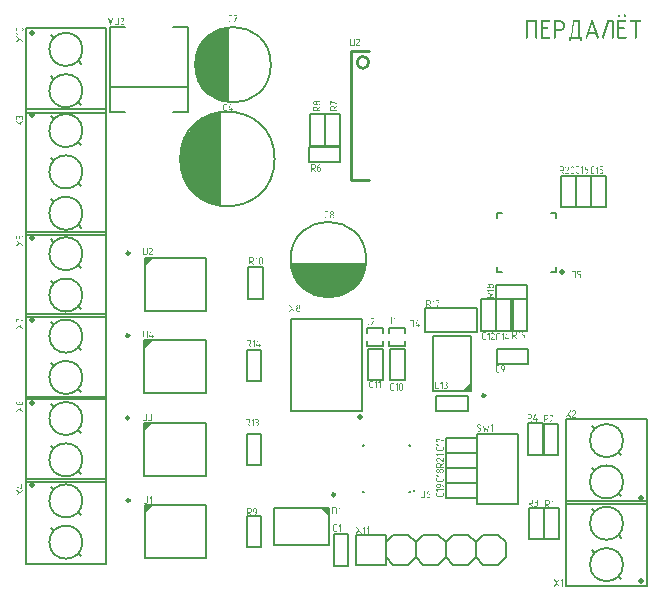
<source format=gto>
G04*
G04 #@! TF.GenerationSoftware,Altium Limited,Altium Designer,20.1.7 (139)*
G04*
G04 Layer_Color=39423*
%FSLAX44Y44*%
%MOMM*%
G71*
G04*
G04 #@! TF.SameCoordinates,4F6880EA-275B-44BA-AE73-E750D04965C1*
G04*
G04*
G04 #@! TF.FilePolarity,Positive*
G04*
G01*
G75*
%ADD10C,0.2000*%
%ADD11C,0.1000*%
%ADD12C,0.2500*%
%ADD13C,0.2540*%
%ADD14C,0.5000*%
G36*
X109750Y74800D02*
X109750Y67600D01*
X116950Y74800D01*
X109750Y74800D01*
D02*
G37*
G36*
X109250Y144750D02*
X109250Y137550D01*
X116450Y144750D01*
X109250Y144750D01*
D02*
G37*
G36*
X265750Y72700D02*
X258550Y72700D01*
X265750Y65500D01*
X265750Y72700D01*
D02*
G37*
G36*
X385700Y171500D02*
X385700Y178700D01*
X378500Y171500D01*
X385700Y171500D01*
D02*
G37*
G36*
X109250Y214500D02*
X109250Y207300D01*
X116450Y214500D01*
X109250Y214500D01*
D02*
G37*
G36*
X109750Y284250D02*
X109750Y277050D01*
X116950Y284250D01*
X109750Y284250D01*
D02*
G37*
G36*
X233250Y279750D02*
X297250D01*
X295750Y272500D01*
X291750Y264500D01*
X286000Y258250D01*
X280250Y254500D01*
X272750Y251750D01*
X265250Y250750D01*
X258750Y251500D01*
X252000Y253500D01*
X245250Y257750D01*
X240000Y263000D01*
X236250Y269500D01*
X234000Y276000D01*
X233250Y279750D01*
D02*
G37*
G36*
X174750Y408000D02*
Y328000D01*
X166750Y330000D01*
X159250Y333500D01*
X153500Y338000D01*
X148500Y343000D01*
X144000Y350250D01*
X141250Y357000D01*
X139750Y364750D01*
X140000Y372250D01*
X141250Y379250D01*
X144250Y386500D01*
X147750Y392000D01*
X152750Y397500D01*
X158500Y401750D01*
X167500Y406000D01*
X174750Y408000D01*
D02*
G37*
G36*
X181500Y479750D02*
Y415750D01*
X174250Y417250D01*
X166250Y421250D01*
X160000Y427000D01*
X156250Y432750D01*
X153500Y440250D01*
X152500Y447750D01*
X153250Y454250D01*
X155250Y461000D01*
X159500Y467750D01*
X164750Y473000D01*
X171250Y476750D01*
X177750Y479000D01*
X181500Y479750D01*
D02*
G37*
G36*
X516425Y490348D02*
X516564Y490265D01*
X516703Y490182D01*
X516842Y490043D01*
X516925Y489849D01*
X516953Y489571D01*
Y488794D01*
Y488766D01*
Y488683D01*
X516925Y488544D01*
X516869Y488405D01*
X516758Y488266D01*
X516619Y488127D01*
X516425Y488044D01*
X516175Y488016D01*
X516064D01*
X515925Y488072D01*
X515787Y488127D01*
X515620Y488211D01*
X515509Y488349D01*
X515398Y488544D01*
X515370Y488794D01*
Y489571D01*
Y489599D01*
Y489710D01*
X515426Y489821D01*
X515481Y489987D01*
X515564Y490126D01*
X515703Y490265D01*
X515898Y490348D01*
X516175Y490376D01*
X516286D01*
X516425Y490348D01*
D02*
G37*
G36*
X511678D02*
X511844Y490265D01*
X511983Y490182D01*
X512122Y490043D01*
X512205Y489849D01*
X512233Y489571D01*
Y488794D01*
Y488766D01*
Y488683D01*
X512205Y488544D01*
X512122Y488405D01*
X512039Y488266D01*
X511900Y488127D01*
X511706Y488044D01*
X511428Y488016D01*
X511317D01*
X511178Y488072D01*
X511039Y488127D01*
X510900Y488211D01*
X510762Y488349D01*
X510678Y488544D01*
X510651Y488794D01*
Y489571D01*
Y489599D01*
Y489710D01*
X510706Y489821D01*
X510762Y489987D01*
X510845Y490126D01*
X510984Y490265D01*
X511178Y490348D01*
X511428Y490376D01*
X511567D01*
X511678Y490348D01*
D02*
G37*
G36*
X529834Y485601D02*
X530001Y485518D01*
X530140Y485434D01*
X530279Y485296D01*
X530362Y485101D01*
X530390Y484824D01*
Y484796D01*
Y484713D01*
X530362Y484574D01*
X530279Y484435D01*
X530195Y484296D01*
X530056Y484157D01*
X529862Y484074D01*
X529584Y484046D01*
X526447D01*
Y470637D01*
Y470609D01*
Y470526D01*
X526419Y470387D01*
X526336Y470248D01*
X526253Y470110D01*
X526114Y469971D01*
X525920Y469888D01*
X525642Y469860D01*
X525531D01*
X525392Y469915D01*
X525253Y469971D01*
X525115Y470054D01*
X524976Y470193D01*
X524893Y470387D01*
X524865Y470637D01*
Y484046D01*
X521589D01*
X521450Y484102D01*
X521311Y484157D01*
X521172Y484241D01*
X521034Y484379D01*
X520950Y484574D01*
X520923Y484824D01*
Y484851D01*
Y484963D01*
X520978Y485074D01*
X521034Y485240D01*
X521117Y485379D01*
X521256Y485518D01*
X521450Y485601D01*
X521700Y485629D01*
X529723D01*
X529834Y485601D01*
D02*
G37*
G36*
X517230D02*
X517369Y485518D01*
X517508Y485434D01*
X517647Y485296D01*
X517730Y485101D01*
X517758Y484824D01*
Y484796D01*
Y484713D01*
X517730Y484574D01*
X517674Y484435D01*
X517563Y484296D01*
X517425Y484157D01*
X517230Y484074D01*
X516980Y484046D01*
X511456D01*
Y479327D01*
X515509D01*
X515648Y479299D01*
X515787Y479216D01*
X515925Y479132D01*
X516064Y478994D01*
X516147Y478799D01*
X516175Y478522D01*
Y478494D01*
Y478411D01*
X516147Y478272D01*
X516092Y478133D01*
X515981Y477994D01*
X515842Y477855D01*
X515648Y477772D01*
X515398Y477744D01*
X511456D01*
Y471442D01*
X517091D01*
X517230Y471414D01*
X517369Y471331D01*
X517508Y471248D01*
X517647Y471109D01*
X517730Y470915D01*
X517758Y470637D01*
Y470609D01*
Y470526D01*
X517730Y470387D01*
X517674Y470248D01*
X517563Y470110D01*
X517425Y469971D01*
X517230Y469888D01*
X516980Y469860D01*
X510540D01*
X510401Y469915D01*
X510262Y469971D01*
X510123Y470054D01*
X509984Y470193D01*
X509901Y470387D01*
X509873Y470637D01*
Y484824D01*
Y484851D01*
Y484963D01*
X509929Y485074D01*
X509984Y485240D01*
X510068Y485379D01*
X510206Y485518D01*
X510401Y485601D01*
X510651Y485629D01*
X517091D01*
X517230Y485601D01*
D02*
G37*
G36*
X506153D02*
X506320Y485518D01*
X506459Y485434D01*
X506597Y485296D01*
X506681Y485101D01*
X506708Y484824D01*
Y470637D01*
Y470609D01*
Y470526D01*
X506681Y470387D01*
X506597Y470248D01*
X506514Y470110D01*
X506375Y469971D01*
X506181Y469888D01*
X505903Y469860D01*
X505792D01*
X505653Y469915D01*
X505515Y469971D01*
X505376Y470054D01*
X505237Y470193D01*
X505154Y470387D01*
X505126Y470637D01*
Y484046D01*
X502572D01*
X498796Y470387D01*
Y470359D01*
X498768Y470304D01*
X498713Y470221D01*
X498630Y470137D01*
X498546Y470026D01*
X498408Y469943D01*
X498241Y469888D01*
X498019Y469860D01*
X497908D01*
X497769Y469915D01*
X497630Y469971D01*
X497491Y470054D01*
X497352Y470193D01*
X497269Y470387D01*
X497241Y470637D01*
Y470665D01*
Y470693D01*
X497269Y470804D01*
X497297Y470915D01*
X501156Y484851D01*
Y484879D01*
X501211Y484962D01*
X501267Y485101D01*
X501350Y485240D01*
X501433Y485379D01*
X501572Y485518D01*
X501739Y485601D01*
X501933Y485629D01*
X506042Y485629D01*
X506153Y485601D01*
D02*
G37*
G36*
X488718Y485601D02*
X488829Y485545D01*
X488968Y485490D01*
X489107Y485379D01*
X489218Y485212D01*
X489301Y485018D01*
X494021Y470887D01*
Y470859D01*
X494049Y470804D01*
Y470637D01*
Y470609D01*
Y470526D01*
X494021Y470387D01*
X493965Y470248D01*
X493854Y470110D01*
X493716Y469971D01*
X493521Y469888D01*
X493271Y469860D01*
X493188D01*
X493077Y469888D01*
X492966Y469915D01*
X492855Y469999D01*
X492716Y470082D01*
X492605Y470221D01*
X492522Y470387D01*
X491384Y473802D01*
X485692D01*
X484554Y470387D01*
Y470359D01*
X484526Y470304D01*
X484388Y470137D01*
X484277Y470026D01*
X484165Y469943D01*
X483999Y469888D01*
X483805Y469860D01*
X483694D01*
X483555Y469915D01*
X483416Y469971D01*
X483277Y470054D01*
X483138Y470193D01*
X483055Y470387D01*
X483027Y470637D01*
Y470665D01*
Y470720D01*
X483055Y470887D01*
X487747Y484990D01*
Y485018D01*
X487802Y485101D01*
X487858Y485185D01*
X487941Y485323D01*
X488024Y485434D01*
X488163Y485518D01*
X488330Y485601D01*
X488524Y485629D01*
X488607D01*
X488718Y485601D01*
D02*
G37*
G36*
X461234D02*
X461400D01*
X461595Y485545D01*
X462067Y485462D01*
X462594Y485296D01*
X463149Y485046D01*
X463427Y484879D01*
X463705Y484713D01*
X463982Y484491D01*
X464260Y484241D01*
X464288Y484213D01*
X464315Y484185D01*
X464399Y484102D01*
X464482Y483991D01*
X464593Y483852D01*
X464704Y483685D01*
X464954Y483297D01*
X465204Y482825D01*
X465426Y482242D01*
X465592Y481603D01*
X465620Y481242D01*
X465648Y480881D01*
Y480854D01*
Y480798D01*
Y480687D01*
X465620Y480521D01*
Y480354D01*
X465592Y480160D01*
X465481Y479660D01*
X465315Y479132D01*
X465093Y478549D01*
X464760Y477994D01*
X464538Y477716D01*
X464315Y477467D01*
X464288D01*
X464260Y477411D01*
X464177Y477356D01*
X464093Y477272D01*
X463788Y477050D01*
X463399Y476828D01*
X462900Y476578D01*
X462317Y476356D01*
X461650Y476217D01*
X461289Y476190D01*
X460901Y476162D01*
X457764D01*
Y470637D01*
Y470609D01*
Y470526D01*
X457736Y470387D01*
X457653Y470248D01*
X457569Y470110D01*
X457430Y469971D01*
X457236Y469888D01*
X456959Y469860D01*
X456847D01*
X456709Y469915D01*
X456570Y469971D01*
X456431Y470054D01*
X456292Y470193D01*
X456209Y470387D01*
X456181Y470637D01*
Y484824D01*
Y484851D01*
Y484962D01*
X456237Y485074D01*
X456292Y485240D01*
X456376Y485379D01*
X456514Y485518D01*
X456709Y485601D01*
X456959Y485629D01*
X461095D01*
X461234Y485601D01*
D02*
G37*
G36*
X452461D02*
X452628Y485518D01*
X452766Y485434D01*
X452905Y485296D01*
X452989Y485101D01*
X453016Y484824D01*
Y484796D01*
Y484713D01*
X452989Y484574D01*
X452905Y484435D01*
X452822Y484296D01*
X452683Y484157D01*
X452489Y484074D01*
X452211Y484046D01*
X446714D01*
Y479327D01*
X450768D01*
X450879Y479299D01*
X451045Y479216D01*
X451184Y479132D01*
X451323Y478994D01*
X451406Y478799D01*
X451434Y478522D01*
Y478494D01*
Y478410D01*
X451406Y478272D01*
X451323Y478133D01*
X451240Y477994D01*
X451101Y477855D01*
X450906Y477772D01*
X450629Y477744D01*
X446714D01*
Y471442D01*
X452350D01*
X452461Y471414D01*
X452628Y471331D01*
X452766Y471248D01*
X452905Y471109D01*
X452989Y470915D01*
X453016Y470637D01*
Y470609D01*
Y470526D01*
X452989Y470387D01*
X452905Y470248D01*
X452822Y470110D01*
X452683Y469971D01*
X452489Y469888D01*
X452211Y469860D01*
X445798D01*
X445659Y469915D01*
X445521Y469971D01*
X445382Y470054D01*
X445243Y470193D01*
X445160Y470387D01*
X445132Y470637D01*
Y484824D01*
Y484851D01*
Y484962D01*
X445187Y485074D01*
X445243Y485240D01*
X445326Y485379D01*
X445465Y485518D01*
X445659Y485601D01*
X445909Y485629D01*
X452350D01*
X452461Y485601D01*
D02*
G37*
G36*
X441412D02*
X441578Y485518D01*
X441717Y485434D01*
X441856Y485296D01*
X441939Y485101D01*
X441967Y484824D01*
Y470637D01*
Y470609D01*
Y470526D01*
X441939Y470387D01*
X441856Y470248D01*
X441773Y470110D01*
X441634Y469971D01*
X441439Y469888D01*
X441162Y469860D01*
X441051D01*
X440912Y469915D01*
X440773Y469971D01*
X440634Y470054D01*
X440495Y470193D01*
X440412Y470387D01*
X440384Y470637D01*
Y484046D01*
X434082D01*
Y470637D01*
Y470609D01*
Y470526D01*
X434055Y470387D01*
X433971Y470248D01*
X433888Y470110D01*
X433749Y469971D01*
X433555Y469888D01*
X433277Y469860D01*
X433166D01*
X433027Y469915D01*
X432889Y469971D01*
X432750Y470054D01*
X432611Y470193D01*
X432528Y470387D01*
X432500Y470637D01*
Y484824D01*
Y484851D01*
Y484962D01*
X432556Y485074D01*
X432611Y485240D01*
X432694Y485379D01*
X432833Y485518D01*
X433027Y485601D01*
X433277Y485629D01*
X441301D01*
X441412Y485601D01*
D02*
G37*
G36*
X477725D02*
X477891Y485518D01*
X478030Y485434D01*
X478169Y485296D01*
X478252Y485101D01*
X478280Y484824D01*
Y471442D01*
X478724D01*
X479057Y471414D01*
X479196D01*
X479307Y471387D01*
X479335D01*
X479390Y471359D01*
X479474Y471303D01*
X479585Y471248D01*
X479696Y471137D01*
X479779Y471026D01*
X479835Y470859D01*
X479862Y470637D01*
Y468305D01*
Y468277D01*
Y468194D01*
X479835Y468055D01*
X479751Y467916D01*
X479668Y467750D01*
X479529Y467639D01*
X479335Y467528D01*
X479057Y467500D01*
X478946D01*
X478807Y467556D01*
X478669Y467611D01*
X478530Y467694D01*
X478391Y467833D01*
X478308Y468027D01*
X478280Y468305D01*
Y469860D01*
X470395D01*
Y468305D01*
Y468277D01*
Y468194D01*
X470368Y468055D01*
X470284Y467916D01*
X470201Y467750D01*
X470062Y467639D01*
X469868Y467528D01*
X469590Y467500D01*
X469479D01*
X469340Y467556D01*
X469202Y467611D01*
X469063Y467694D01*
X468924Y467833D01*
X468841Y468027D01*
X468813Y468305D01*
Y470637D01*
Y470665D01*
Y470748D01*
X468841Y470831D01*
X468868Y470970D01*
X468952Y471081D01*
X469035Y471220D01*
X469174Y471303D01*
X469340Y471387D01*
X469396D01*
X469451Y471414D01*
X469674D01*
X469868Y471442D01*
X470368D01*
X472061Y484879D01*
Y484907D01*
X472089Y484990D01*
X472117Y485129D01*
X472172Y485268D01*
X472256Y485379D01*
X472394Y485518D01*
X472561Y485601D01*
X472755Y485629D01*
X477614D01*
X477725Y485601D01*
D02*
G37*
G36*
X293071Y56838D02*
X293145Y56801D01*
X293191Y56783D01*
X293228Y56746D01*
X293238D01*
X293247Y56727D01*
X293284Y56681D01*
X293312Y56616D01*
X293330Y56570D01*
Y56524D01*
Y56514D01*
X293321Y56477D01*
X293312Y56422D01*
X293275Y56348D01*
X291518Y53722D01*
X293275Y51087D01*
X293312Y50995D01*
X293330Y50912D01*
Y50902D01*
Y50893D01*
X293321Y50838D01*
X293284Y50773D01*
X293265Y50736D01*
X293228Y50699D01*
X293210Y50680D01*
X293164Y50653D01*
X293090Y50625D01*
X292997Y50606D01*
X292969D01*
X292942Y50616D01*
X292914Y50625D01*
X292868Y50644D01*
X292831Y50662D01*
X292785Y50699D01*
X292748Y50745D01*
X291139Y53158D01*
X289521Y50745D01*
X289512Y50736D01*
X289493Y50708D01*
X289456Y50671D01*
X289401Y50634D01*
X289262Y50606D01*
X289244D01*
X289197Y50616D01*
X289133Y50644D01*
X289049Y50699D01*
X289031Y50717D01*
X289003Y50764D01*
X288966Y50828D01*
X288957Y50875D01*
X288948Y50921D01*
Y50930D01*
X288957Y50967D01*
X288966Y51023D01*
X288994Y51087D01*
X290760Y53722D01*
X288985Y56357D01*
X288948Y56450D01*
Y56533D01*
Y56542D01*
Y56551D01*
X288957Y56607D01*
X288985Y56672D01*
X289040Y56746D01*
Y56755D01*
X289059Y56764D01*
X289105Y56801D01*
X289179Y56829D01*
X289225Y56847D01*
X289299D01*
X289327Y56838D01*
X289354Y56829D01*
X289401Y56810D01*
X289438Y56783D01*
X289484Y56746D01*
X289521Y56699D01*
X291139Y54286D01*
X292748Y56709D01*
X292757Y56718D01*
X292775Y56746D01*
X292812Y56783D01*
X292859Y56820D01*
X292923Y56847D01*
X293016D01*
X293071Y56838D01*
D02*
G37*
G36*
X299340Y56884D02*
X299395Y56856D01*
X299469Y56801D01*
X299478Y56783D01*
X299515Y56727D01*
X299543Y56644D01*
X299552Y56533D01*
Y50912D01*
Y50902D01*
Y50884D01*
X299543Y50828D01*
X299515Y50754D01*
X299460Y50680D01*
X299441Y50671D01*
X299404Y50644D01*
X299331Y50616D01*
X299238Y50606D01*
X299219D01*
X299164Y50616D01*
X299099Y50634D01*
X299025Y50680D01*
X299007Y50699D01*
X298979Y50736D01*
X298951Y50810D01*
X298933Y50912D01*
Y55784D01*
X298212Y55063D01*
X298193Y55044D01*
X298147Y55017D01*
X298073Y54989D01*
X297990Y54970D01*
X297971D01*
X297925Y54980D01*
X297851Y55007D01*
X297777Y55063D01*
Y55072D01*
X297759Y55081D01*
X297731Y55128D01*
X297694Y55202D01*
X297685Y55238D01*
X297675Y55285D01*
Y55294D01*
Y55303D01*
X297685Y55349D01*
X297712Y55423D01*
X297768Y55497D01*
X299016Y56755D01*
X299025Y56764D01*
X299053Y56792D01*
X299099Y56829D01*
X299146Y56856D01*
X299155Y56866D01*
X299192Y56875D01*
X299238Y56884D01*
X299293Y56894D01*
X299303D01*
X299340Y56884D01*
D02*
G37*
G36*
X296224D02*
X296279Y56856D01*
X296353Y56801D01*
X296363Y56783D01*
X296400Y56727D01*
X296427Y56644D01*
X296437Y56533D01*
Y50912D01*
Y50902D01*
Y50884D01*
X296427Y50828D01*
X296400Y50754D01*
X296344Y50680D01*
X296326Y50671D01*
X296289Y50644D01*
X296215Y50616D01*
X296122Y50606D01*
X296104D01*
X296048Y50616D01*
X295984Y50634D01*
X295910Y50680D01*
X295891Y50699D01*
X295863Y50736D01*
X295836Y50810D01*
X295817Y50912D01*
Y55784D01*
X295096Y55063D01*
X295077Y55044D01*
X295031Y55017D01*
X294957Y54989D01*
X294874Y54970D01*
X294856D01*
X294809Y54980D01*
X294735Y55007D01*
X294661Y55063D01*
Y55072D01*
X294643Y55081D01*
X294615Y55128D01*
X294578Y55202D01*
X294569Y55238D01*
X294560Y55285D01*
Y55294D01*
Y55303D01*
X294569Y55349D01*
X294597Y55423D01*
X294652Y55497D01*
X295900Y56755D01*
X295910Y56764D01*
X295937Y56792D01*
X295984Y56829D01*
X296030Y56856D01*
X296039Y56866D01*
X296076Y56875D01*
X296122Y56884D01*
X296178Y56894D01*
X296187D01*
X296224Y56884D01*
D02*
G37*
G36*
X5868Y479163D02*
X5969Y479153D01*
X6099Y479126D01*
X6256Y479070D01*
X6413Y478996D01*
X6579Y478904D01*
X6663Y478839D01*
X6737Y478765D01*
X6755Y478746D01*
X6801Y478691D01*
X6866Y478608D01*
X6940Y478497D01*
X7014Y478358D01*
X7079Y478192D01*
X7125Y477998D01*
X7134Y477896D01*
X7143Y477794D01*
Y477369D01*
X7134Y477332D01*
X7125Y477230D01*
X7097Y477101D01*
X7051Y476944D01*
X6977Y476786D01*
X6885Y476620D01*
X6755Y476463D01*
X6746D01*
X6737Y476444D01*
X6681Y476398D01*
X6598Y476333D01*
X6487Y476259D01*
X6339Y476185D01*
X6173Y476121D01*
X5988Y476074D01*
X5886Y476065D01*
X5775Y476056D01*
X2280D01*
X2271D01*
X2253D01*
X2225D01*
X2188Y476065D01*
X2086Y476074D01*
X1957Y476102D01*
X1809Y476158D01*
X1642Y476222D01*
X1476Y476324D01*
X1402Y476380D01*
X1319Y476454D01*
X1310Y476463D01*
X1300Y476472D01*
X1254Y476528D01*
X1189Y476611D01*
X1106Y476722D01*
X1032Y476870D01*
X967Y477027D01*
X921Y477221D01*
X903Y477323D01*
Y477850D01*
X912Y477887D01*
X921Y477988D01*
X949Y478127D01*
X1004Y478275D01*
X1078Y478432D01*
X1171Y478599D01*
X1236Y478682D01*
X1310Y478756D01*
Y478765D01*
X1328Y478774D01*
X1383Y478820D01*
X1467Y478885D01*
X1578Y478968D01*
X1716Y479042D01*
X1883Y479107D01*
X2077Y479153D01*
X2179Y479172D01*
X2280D01*
X5775D01*
X5784D01*
X5803D01*
X5831D01*
X5868Y479163D01*
D02*
G37*
G36*
X6922Y474808D02*
X6996Y474780D01*
X7070Y474725D01*
X7079Y474706D01*
X7107Y474669D01*
X7134Y474595D01*
X7143Y474503D01*
Y474484D01*
X7134Y474429D01*
X7116Y474364D01*
X7070Y474290D01*
X7051Y474272D01*
X7014Y474244D01*
X6940Y474216D01*
X6838Y474198D01*
X1966D01*
X2687Y473476D01*
X2706Y473458D01*
X2733Y473412D01*
X2761Y473338D01*
X2780Y473255D01*
Y473236D01*
X2770Y473190D01*
X2743Y473116D01*
X2687Y473042D01*
X2678D01*
X2669Y473023D01*
X2622Y472996D01*
X2548Y472959D01*
X2512Y472949D01*
X2465Y472940D01*
X2456D01*
X2447D01*
X2401Y472949D01*
X2326Y472977D01*
X2253Y473033D01*
X995Y474281D01*
X986Y474290D01*
X958Y474318D01*
X921Y474364D01*
X894Y474410D01*
X884Y474420D01*
X875Y474457D01*
X866Y474503D01*
X856Y474558D01*
Y474567D01*
X866Y474604D01*
X894Y474660D01*
X949Y474734D01*
X967Y474743D01*
X1023Y474780D01*
X1106Y474808D01*
X1217Y474817D01*
X6838D01*
X6848D01*
X6866D01*
X6922Y474808D01*
D02*
G37*
G36*
X6912Y471701D02*
X6977Y471664D01*
X7014Y471646D01*
X7051Y471609D01*
X7070Y471590D01*
X7097Y471544D01*
X7125Y471470D01*
X7143Y471378D01*
Y471350D01*
X7134Y471322D01*
X7125Y471295D01*
X7107Y471248D01*
X7088Y471211D01*
X7051Y471165D01*
X7005Y471128D01*
X4592Y469519D01*
X7005Y467901D01*
X7014Y467892D01*
X7042Y467874D01*
X7079Y467837D01*
X7116Y467781D01*
X7143Y467643D01*
Y467624D01*
X7134Y467578D01*
X7107Y467513D01*
X7051Y467430D01*
X7032Y467411D01*
X6986Y467384D01*
X6922Y467347D01*
X6875Y467337D01*
X6829Y467328D01*
X6820D01*
X6783Y467337D01*
X6727Y467347D01*
X6663Y467374D01*
X4028Y469140D01*
X1393Y467365D01*
X1300Y467328D01*
X1217D01*
X1208D01*
X1199D01*
X1143Y467337D01*
X1078Y467365D01*
X1004Y467421D01*
X995D01*
X986Y467439D01*
X949Y467485D01*
X921Y467559D01*
X903Y467606D01*
Y467679D01*
X912Y467707D01*
X921Y467735D01*
X940Y467781D01*
X967Y467818D01*
X1004Y467864D01*
X1051Y467901D01*
X3464Y469519D01*
X1041Y471128D01*
X1032Y471137D01*
X1004Y471156D01*
X967Y471193D01*
X931Y471239D01*
X903Y471304D01*
Y471396D01*
X912Y471452D01*
X949Y471526D01*
X967Y471572D01*
X1004Y471609D01*
Y471618D01*
X1023Y471627D01*
X1069Y471664D01*
X1134Y471692D01*
X1180Y471711D01*
X1226D01*
X1236D01*
X1273Y471701D01*
X1328Y471692D01*
X1402Y471655D01*
X4028Y469898D01*
X6663Y471655D01*
X6755Y471692D01*
X6838Y471711D01*
X6848D01*
X6857D01*
X6912Y471701D01*
D02*
G37*
G36*
X236371Y244613D02*
X236446Y244576D01*
X236492Y244558D01*
X236529Y244521D01*
X236538D01*
X236547Y244503D01*
X236584Y244456D01*
X236612Y244392D01*
X236630Y244345D01*
Y244299D01*
Y244290D01*
X236621Y244253D01*
X236612Y244198D01*
X236575Y244123D01*
X234818Y241498D01*
X236575Y238863D01*
X236612Y238770D01*
X236630Y238687D01*
Y238678D01*
Y238669D01*
X236621Y238613D01*
X236584Y238548D01*
X236566Y238511D01*
X236529Y238475D01*
X236510Y238456D01*
X236464Y238428D01*
X236390Y238400D01*
X236297Y238382D01*
X236270D01*
X236242Y238391D01*
X236214Y238400D01*
X236168Y238419D01*
X236131Y238438D01*
X236085Y238475D01*
X236048Y238521D01*
X234439Y240934D01*
X232821Y238521D01*
X232812Y238511D01*
X232794Y238484D01*
X232757Y238447D01*
X232701Y238410D01*
X232562Y238382D01*
X232544D01*
X232498Y238391D01*
X232433Y238419D01*
X232350Y238475D01*
X232331Y238493D01*
X232303Y238539D01*
X232267Y238604D01*
X232257Y238650D01*
X232248Y238696D01*
Y238706D01*
X232257Y238743D01*
X232267Y238798D01*
X232294Y238863D01*
X234060Y241498D01*
X232285Y244133D01*
X232248Y244225D01*
Y244308D01*
Y244318D01*
Y244327D01*
X232257Y244382D01*
X232285Y244447D01*
X232340Y244521D01*
Y244530D01*
X232359Y244540D01*
X232405Y244576D01*
X232479Y244604D01*
X232525Y244623D01*
X232599D01*
X232627Y244613D01*
X232655Y244604D01*
X232701Y244586D01*
X232738Y244558D01*
X232784Y244521D01*
X232821Y244475D01*
X234439Y242062D01*
X236048Y244484D01*
X236057Y244493D01*
X236076Y244521D01*
X236113Y244558D01*
X236159Y244595D01*
X236224Y244623D01*
X236316D01*
X236371Y244613D01*
D02*
G37*
G36*
X239848D02*
X239913Y244604D01*
X239977Y244595D01*
X240144Y244558D01*
X240329Y244503D01*
X240523Y244419D01*
X240625Y244364D01*
X240717Y244299D01*
X240809Y244216D01*
X240893Y244133D01*
X240902Y244123D01*
X240911Y244114D01*
X240930Y244086D01*
X240957Y244049D01*
X241022Y243957D01*
X241096Y243828D01*
X241161Y243671D01*
X241225Y243486D01*
X241272Y243282D01*
X241290Y243171D01*
Y243051D01*
Y243032D01*
Y242996D01*
X241281Y242922D01*
X241272Y242838D01*
X241253Y242737D01*
X241235Y242626D01*
X241198Y242505D01*
X241152Y242385D01*
X241142Y242367D01*
X241124Y242330D01*
X241096Y242274D01*
X241059Y242200D01*
X241004Y242108D01*
X240930Y242015D01*
X240856Y241923D01*
X240763Y241840D01*
X240772D01*
X240782Y241831D01*
X240828Y241794D01*
X240902Y241738D01*
X240994Y241664D01*
X241096Y241572D01*
X241198Y241451D01*
X241299Y241322D01*
X241383Y241165D01*
X241392Y241146D01*
X241420Y241091D01*
X241457Y241008D01*
X241494Y240888D01*
X241531Y240758D01*
X241567Y240601D01*
X241595Y240434D01*
X241604Y240250D01*
Y240240D01*
Y240213D01*
Y240176D01*
X241595Y240129D01*
X241586Y240065D01*
X241577Y239991D01*
X241549Y239815D01*
X241494Y239612D01*
X241410Y239399D01*
X241355Y239288D01*
X241290Y239177D01*
X241216Y239066D01*
X241133Y238965D01*
X241124Y238955D01*
X241105Y238937D01*
X241077Y238909D01*
X241040Y238872D01*
X240985Y238826D01*
X240920Y238780D01*
X240846Y238724D01*
X240763Y238678D01*
X240671Y238622D01*
X240560Y238567D01*
X240449Y238521D01*
X240319Y238475D01*
X240190Y238438D01*
X240042Y238410D01*
X239894Y238391D01*
X239728Y238382D01*
X239645D01*
X239580Y238391D01*
X239506Y238400D01*
X239423Y238410D01*
X239330Y238428D01*
X239219Y238456D01*
X238997Y238521D01*
X238886Y238567D01*
X238766Y238622D01*
X238646Y238687D01*
X238535Y238770D01*
X238424Y238853D01*
X238322Y238955D01*
X238313Y238965D01*
X238304Y238983D01*
X238276Y239011D01*
X238248Y239048D01*
X238211Y239103D01*
X238174Y239159D01*
X238137Y239233D01*
X238091Y239316D01*
X238008Y239501D01*
X237934Y239723D01*
X237878Y239972D01*
X237869Y240111D01*
X237860Y240250D01*
Y240259D01*
Y240268D01*
Y240296D01*
Y240333D01*
X237869Y240425D01*
X237888Y240546D01*
X237906Y240684D01*
X237943Y240841D01*
X237999Y241008D01*
X238064Y241165D01*
Y241174D01*
X238073Y241183D01*
X238100Y241239D01*
X238147Y241313D01*
X238221Y241415D01*
X238304Y241516D01*
X238415Y241636D01*
X238544Y241747D01*
X238692Y241849D01*
X238683Y241858D01*
X238655Y241886D01*
X238609Y241932D01*
X238554Y241997D01*
X238489Y242071D01*
X238424Y242163D01*
X238359Y242265D01*
X238304Y242385D01*
X238295Y242404D01*
X238285Y242441D01*
X238267Y242505D01*
X238239Y242589D01*
X238211Y242690D01*
X238193Y242801D01*
X238184Y242922D01*
X238174Y243051D01*
Y243060D01*
Y243079D01*
Y243116D01*
X238184Y243153D01*
Y243208D01*
X238193Y243273D01*
X238221Y243421D01*
X238267Y243587D01*
X238332Y243772D01*
X238424Y243957D01*
X238554Y244133D01*
X238563Y244142D01*
X238572Y244151D01*
X238600Y244179D01*
X238637Y244207D01*
X238674Y244244D01*
X238729Y244290D01*
X238868Y244382D01*
X239034Y244466D01*
X239228Y244549D01*
X239469Y244604D01*
X239589Y244613D01*
X239728Y244623D01*
X239802D01*
X239848Y244613D01*
D02*
G37*
G36*
X1027Y232850D02*
X6639Y231288D01*
X6658D01*
X6695Y231269D01*
X6750Y231241D01*
X6806Y231186D01*
X6815Y231167D01*
X6833Y231130D01*
X6861Y231066D01*
X6870Y230992D01*
Y230973D01*
X6861Y230909D01*
X6843Y230835D01*
X6796Y230761D01*
X6778Y230751D01*
X6741Y230724D01*
X6667Y230687D01*
X6575Y230677D01*
X6565D01*
X6538D01*
X6510Y230687D01*
X6482Y230696D01*
X1249Y232138D01*
Y230363D01*
X1563D01*
X1573D01*
X1591D01*
X1619D01*
X1656Y230354D01*
X1730Y230326D01*
X1804Y230271D01*
X1813Y230252D01*
X1841Y230215D01*
X1868Y230141D01*
X1878Y230049D01*
Y230030D01*
X1868Y229975D01*
X1850Y229910D01*
X1804Y229836D01*
X1785Y229818D01*
X1748Y229790D01*
X1674Y229762D01*
X1573Y229744D01*
X944D01*
X935D01*
X898Y229753D01*
X842Y229762D01*
X787Y229781D01*
X731Y229818D01*
X676Y229873D01*
X639Y229947D01*
X630Y230049D01*
Y232600D01*
X639Y232656D01*
X657Y232711D01*
X694Y232767D01*
X741Y232822D01*
X805Y232859D01*
X888Y232869D01*
X1027Y232850D01*
D02*
G37*
G36*
X6639Y228505D02*
X6704Y228468D01*
X6741Y228449D01*
X6778Y228412D01*
X6796Y228394D01*
X6824Y228347D01*
X6852Y228274D01*
X6870Y228181D01*
Y228153D01*
X6861Y228126D01*
X6852Y228098D01*
X6833Y228052D01*
X6815Y228015D01*
X6778Y227968D01*
X6732Y227931D01*
X4319Y226323D01*
X6732Y224705D01*
X6741Y224695D01*
X6769Y224677D01*
X6806Y224640D01*
X6843Y224585D01*
X6870Y224446D01*
Y224427D01*
X6861Y224381D01*
X6833Y224316D01*
X6778Y224233D01*
X6759Y224215D01*
X6713Y224187D01*
X6648Y224150D01*
X6602Y224141D01*
X6556Y224132D01*
X6547D01*
X6510Y224141D01*
X6454Y224150D01*
X6390Y224178D01*
X3755Y225944D01*
X1120Y224168D01*
X1027Y224132D01*
X944D01*
X935D01*
X925D01*
X870Y224141D01*
X805Y224168D01*
X731Y224224D01*
X722D01*
X713Y224242D01*
X676Y224289D01*
X648Y224363D01*
X630Y224409D01*
Y224483D01*
X639Y224510D01*
X648Y224538D01*
X667Y224585D01*
X694Y224622D01*
X731Y224668D01*
X777Y224705D01*
X3191Y226323D01*
X768Y227931D01*
X759Y227941D01*
X731Y227959D01*
X694Y227996D01*
X657Y228042D01*
X630Y228107D01*
Y228200D01*
X639Y228255D01*
X676Y228329D01*
X694Y228375D01*
X731Y228412D01*
Y228421D01*
X750Y228431D01*
X796Y228468D01*
X861Y228495D01*
X907Y228514D01*
X953D01*
X962D01*
X999Y228505D01*
X1055Y228495D01*
X1129Y228458D01*
X3755Y226702D01*
X6390Y228458D01*
X6482Y228495D01*
X6565Y228514D01*
X6575D01*
X6584D01*
X6639Y228505D01*
D02*
G37*
G36*
X5715Y162605D02*
X5807Y162596D01*
X5927Y162568D01*
X6066Y162521D01*
X6214Y162457D01*
X6362Y162364D01*
X6510Y162244D01*
X6528Y162226D01*
X6565Y162179D01*
X6621Y162105D01*
X6686Y162004D01*
X6759Y161874D01*
X6815Y161726D01*
X6852Y161551D01*
X6870Y161366D01*
Y160691D01*
X6861Y160654D01*
X6852Y160561D01*
X6824Y160441D01*
X6778Y160303D01*
X6722Y160164D01*
X6630Y160016D01*
X6510Y159868D01*
X6491Y159850D01*
X6445Y159812D01*
X6371Y159748D01*
X6260Y159683D01*
X6140Y159618D01*
X5983Y159554D01*
X5816Y159517D01*
X5631Y159498D01*
X4069D01*
X4060D01*
X4032D01*
X3986D01*
X3921Y159507D01*
X3838D01*
X3745Y159517D01*
X3644Y159526D01*
X3523Y159544D01*
X3403Y159554D01*
X3265Y159581D01*
X2987Y159637D01*
X2682Y159720D01*
X2386Y159831D01*
X2377D01*
X2359Y159840D01*
X2331Y159859D01*
X2294Y159877D01*
X2183Y159933D01*
X2053Y160007D01*
X1896Y160099D01*
X1730Y160219D01*
X1554Y160358D01*
X1379Y160515D01*
X1369Y160524D01*
X1360Y160534D01*
X1332Y160561D01*
X1304Y160598D01*
X1221Y160691D01*
X1120Y160820D01*
X1009Y160968D01*
X888Y161144D01*
X768Y161347D01*
X667Y161560D01*
X630Y161689D01*
Y161708D01*
X639Y161763D01*
X676Y161837D01*
X694Y161874D01*
X731Y161911D01*
X750Y161921D01*
X796Y161948D01*
X870Y161976D01*
X962Y161985D01*
X972D01*
X1009D01*
X1064Y161967D01*
X1110Y161948D01*
X1120Y161939D01*
X1147Y161921D01*
X1194Y161874D01*
X1240Y161800D01*
Y161791D01*
X1249Y161782D01*
X1277Y161726D01*
X1314Y161652D01*
X1351Y161569D01*
X1360Y161551D01*
X1379Y161504D01*
X1425Y161440D01*
X1471Y161357D01*
X1480Y161347D01*
X1489Y161320D01*
X1526Y161283D01*
X1563Y161236D01*
X1665Y161107D01*
X1795Y160968D01*
X1813Y160950D01*
X1859Y160903D01*
X1933Y160839D01*
X2035Y160756D01*
X2164Y160672D01*
X2303Y160571D01*
X2460Y160487D01*
X2636Y160404D01*
X2885Y160312D01*
X3135Y160238D01*
Y161412D01*
X3144Y161449D01*
X3154Y161551D01*
X3181Y161671D01*
X3228Y161800D01*
X3292Y161948D01*
X3385Y162096D01*
X3505Y162244D01*
X3523Y162263D01*
X3570Y162300D01*
X3644Y162364D01*
X3745Y162429D01*
X3875Y162494D01*
X4023Y162558D01*
X4198Y162596D01*
X4383Y162614D01*
X5631D01*
X5641D01*
X5650D01*
X5678D01*
X5715Y162605D01*
D02*
G37*
G36*
X6639Y158259D02*
X6704Y158222D01*
X6741Y158204D01*
X6778Y158167D01*
X6796Y158148D01*
X6824Y158102D01*
X6852Y158028D01*
X6870Y157936D01*
Y157908D01*
X6861Y157880D01*
X6852Y157852D01*
X6833Y157806D01*
X6815Y157769D01*
X6778Y157723D01*
X6732Y157686D01*
X4319Y156077D01*
X6732Y154459D01*
X6741Y154450D01*
X6769Y154432D01*
X6806Y154395D01*
X6843Y154339D01*
X6870Y154200D01*
Y154182D01*
X6861Y154136D01*
X6833Y154071D01*
X6778Y153988D01*
X6759Y153969D01*
X6713Y153942D01*
X6648Y153905D01*
X6602Y153895D01*
X6556Y153886D01*
X6547D01*
X6510Y153895D01*
X6454Y153905D01*
X6390Y153932D01*
X3755Y155698D01*
X1120Y153923D01*
X1027Y153886D01*
X944D01*
X935D01*
X925D01*
X870Y153895D01*
X805Y153923D01*
X731Y153979D01*
X722D01*
X713Y153997D01*
X676Y154043D01*
X648Y154117D01*
X630Y154164D01*
Y154237D01*
X639Y154265D01*
X648Y154293D01*
X667Y154339D01*
X694Y154376D01*
X731Y154422D01*
X777Y154459D01*
X3191Y156077D01*
X768Y157686D01*
X759Y157695D01*
X731Y157714D01*
X694Y157751D01*
X657Y157797D01*
X630Y157862D01*
Y157954D01*
X639Y158010D01*
X676Y158084D01*
X694Y158130D01*
X731Y158167D01*
Y158176D01*
X750Y158185D01*
X796Y158222D01*
X861Y158250D01*
X907Y158268D01*
X953D01*
X962D01*
X999Y158259D01*
X1055Y158250D01*
X1129Y158213D01*
X3755Y156456D01*
X6390Y158213D01*
X6482Y158250D01*
X6565Y158268D01*
X6575D01*
X6584D01*
X6639Y158259D01*
D02*
G37*
G36*
X5678Y303105D02*
X5724D01*
X5789Y303086D01*
X5946Y303058D01*
X6113Y303003D01*
X6298Y302920D01*
X6390Y302864D01*
X6482Y302809D01*
X6575Y302735D01*
X6667Y302652D01*
X6677Y302642D01*
X6686Y302633D01*
X6704Y302605D01*
X6741Y302568D01*
X6806Y302476D01*
X6889Y302337D01*
X6972Y302180D01*
X7046Y301995D01*
X7102Y301783D01*
X7111Y301672D01*
X7120Y301551D01*
Y300285D01*
X7111Y300220D01*
X7083Y300146D01*
X7037Y300072D01*
X7019Y300063D01*
X6972Y300035D01*
X6908Y300007D01*
X6815Y299998D01*
X6806D01*
X6797D01*
X6751Y300007D01*
X6677Y300026D01*
X6603Y300072D01*
X6593D01*
X6584Y300091D01*
X6547Y300137D01*
X6519Y300202D01*
X6501Y300248D01*
Y301616D01*
X6482Y301690D01*
X6464Y301783D01*
X6436Y301884D01*
X6390Y301995D01*
X6325Y302106D01*
X6242Y302217D01*
X6233Y302226D01*
X6196Y302263D01*
X6131Y302310D01*
X6057Y302356D01*
X5955Y302411D01*
X5845Y302448D01*
X5715Y302485D01*
X5567Y302495D01*
X4948D01*
X4929D01*
X4883D01*
X4809Y302476D01*
X4717Y302458D01*
X4615Y302430D01*
X4504Y302374D01*
X4393Y302310D01*
X4282Y302217D01*
X4273Y302208D01*
X4236Y302171D01*
X4189Y302115D01*
X4143Y302032D01*
X4088Y301940D01*
X4051Y301820D01*
X4014Y301690D01*
X4005Y301551D01*
Y300294D01*
X3995Y300257D01*
X3986Y300211D01*
X3968Y300155D01*
X3931Y300091D01*
X3875Y300044D01*
X3801Y300007D01*
X3699Y299998D01*
X1194D01*
X1185D01*
X1148Y300007D01*
X1092Y300017D01*
X1037Y300035D01*
X981Y300072D01*
X926Y300128D01*
X889Y300202D01*
X880Y300303D01*
Y302818D01*
X889Y302874D01*
X926Y302948D01*
X944Y302985D01*
X981Y303022D01*
X1000Y303040D01*
X1046Y303068D01*
X1111Y303095D01*
X1194Y303114D01*
X1212D01*
X1259Y303105D01*
X1323Y303077D01*
X1397Y303031D01*
X1416Y303022D01*
X1444Y302975D01*
X1480Y302901D01*
X1490Y302855D01*
X1499Y302800D01*
Y300618D01*
X3385D01*
Y301616D01*
X3394Y301662D01*
Y301718D01*
X3413Y301783D01*
X3441Y301931D01*
X3496Y302097D01*
X3579Y302282D01*
X3635Y302374D01*
X3690Y302476D01*
X3764Y302559D01*
X3847Y302652D01*
X3857Y302661D01*
X3866Y302670D01*
X3894Y302698D01*
X3931Y302726D01*
X4023Y302800D01*
X4153Y302883D01*
X4319Y302966D01*
X4504Y303040D01*
X4717Y303095D01*
X4827Y303105D01*
X4948Y303114D01*
X5567D01*
X5576D01*
X5595D01*
X5632D01*
X5678Y303105D01*
D02*
G37*
G36*
X6889Y298759D02*
X6954Y298722D01*
X6991Y298704D01*
X7028Y298667D01*
X7046Y298648D01*
X7074Y298602D01*
X7102Y298528D01*
X7120Y298436D01*
Y298408D01*
X7111Y298380D01*
X7102Y298353D01*
X7083Y298306D01*
X7065Y298269D01*
X7028Y298223D01*
X6982Y298186D01*
X4569Y296577D01*
X6982Y294959D01*
X6991Y294950D01*
X7019Y294932D01*
X7056Y294895D01*
X7093Y294839D01*
X7120Y294701D01*
Y294682D01*
X7111Y294636D01*
X7083Y294571D01*
X7028Y294488D01*
X7009Y294469D01*
X6963Y294442D01*
X6898Y294405D01*
X6852Y294395D01*
X6806Y294386D01*
X6797D01*
X6760Y294395D01*
X6704Y294405D01*
X6640Y294432D01*
X4005Y296198D01*
X1370Y294423D01*
X1277Y294386D01*
X1194D01*
X1185D01*
X1175D01*
X1120Y294395D01*
X1055Y294423D01*
X981Y294479D01*
X972D01*
X963Y294497D01*
X926Y294543D01*
X898Y294617D01*
X880Y294664D01*
Y294737D01*
X889Y294765D01*
X898Y294793D01*
X917Y294839D01*
X944Y294876D01*
X981Y294922D01*
X1028Y294959D01*
X3441Y296577D01*
X1018Y298186D01*
X1009Y298195D01*
X981Y298214D01*
X944Y298251D01*
X907Y298297D01*
X880Y298362D01*
Y298454D01*
X889Y298510D01*
X926Y298584D01*
X944Y298630D01*
X981Y298667D01*
Y298676D01*
X1000Y298685D01*
X1046Y298722D01*
X1111Y298750D01*
X1157Y298769D01*
X1203D01*
X1212D01*
X1249Y298759D01*
X1305Y298750D01*
X1379Y298713D01*
X4005Y296956D01*
X6640Y298713D01*
X6732Y298750D01*
X6815Y298769D01*
X6824D01*
X6834D01*
X6889Y298759D01*
D02*
G37*
G36*
X5641Y92419D02*
X5706Y92391D01*
X5780Y92345D01*
X5798Y92336D01*
X5826Y92290D01*
X5863Y92216D01*
X5872Y92169D01*
X5882Y92114D01*
Y91495D01*
X6815D01*
X6824D01*
X6843D01*
X6898Y91485D01*
X6973Y91458D01*
X7046Y91402D01*
X7056Y91383D01*
X7083Y91347D01*
X7111Y91273D01*
X7120Y91180D01*
Y91162D01*
X7111Y91106D01*
X7093Y91041D01*
X7046Y90968D01*
X7028Y90949D01*
X6991Y90921D01*
X6917Y90893D01*
X6815Y90875D01*
X5882D01*
Y88952D01*
X5872Y88896D01*
X5854Y88841D01*
X5817Y88776D01*
X5780Y88730D01*
X5715Y88693D01*
X5632Y88674D01*
X5558D01*
X5484Y88693D01*
X1111Y89941D01*
X1092Y89950D01*
X1055Y89969D01*
X1000Y89997D01*
X944Y90052D01*
X907Y90108D01*
X898Y90117D01*
X889Y90145D01*
X880Y90182D01*
Y90255D01*
X889Y90311D01*
X917Y90385D01*
X972Y90459D01*
X991Y90477D01*
X1028Y90505D01*
X1102Y90533D01*
X1194Y90551D01*
X1286Y90542D01*
X5262Y89405D01*
Y90875D01*
X4328D01*
X4319D01*
X4310D01*
X4254Y90884D01*
X4180Y90912D01*
X4097Y90968D01*
X4088Y90986D01*
X4051Y91032D01*
X4023Y91097D01*
X4014Y91180D01*
Y91199D01*
X4023Y91254D01*
X4051Y91319D01*
X4097Y91393D01*
Y91402D01*
X4106Y91411D01*
X4153Y91448D01*
X4227Y91476D01*
X4273Y91495D01*
X4328D01*
X5262D01*
Y92132D01*
X5271Y92188D01*
X5308Y92262D01*
X5327Y92299D01*
X5364Y92336D01*
X5382Y92354D01*
X5428Y92382D01*
X5493Y92410D01*
X5576Y92428D01*
X5595D01*
X5641Y92419D01*
D02*
G37*
G36*
X6889Y87445D02*
X6954Y87408D01*
X6991Y87389D01*
X7028Y87352D01*
X7046Y87334D01*
X7074Y87288D01*
X7102Y87214D01*
X7120Y87121D01*
Y87094D01*
X7111Y87066D01*
X7102Y87038D01*
X7083Y86992D01*
X7065Y86955D01*
X7028Y86909D01*
X6982Y86872D01*
X4569Y85263D01*
X6982Y83645D01*
X6991Y83636D01*
X7019Y83617D01*
X7056Y83580D01*
X7093Y83525D01*
X7120Y83386D01*
Y83368D01*
X7111Y83321D01*
X7083Y83257D01*
X7028Y83173D01*
X7009Y83155D01*
X6963Y83127D01*
X6898Y83090D01*
X6852Y83081D01*
X6806Y83072D01*
X6797D01*
X6760Y83081D01*
X6704Y83090D01*
X6640Y83118D01*
X4005Y84884D01*
X1370Y83109D01*
X1277Y83072D01*
X1194D01*
X1185D01*
X1176D01*
X1120Y83081D01*
X1055Y83109D01*
X981Y83164D01*
X972D01*
X963Y83183D01*
X926Y83229D01*
X898Y83303D01*
X880Y83349D01*
Y83423D01*
X889Y83451D01*
X898Y83478D01*
X917Y83525D01*
X944Y83562D01*
X981Y83608D01*
X1028Y83645D01*
X3441Y85263D01*
X1018Y86872D01*
X1009Y86881D01*
X981Y86899D01*
X944Y86936D01*
X907Y86983D01*
X880Y87047D01*
Y87140D01*
X889Y87195D01*
X926Y87269D01*
X944Y87315D01*
X981Y87352D01*
Y87362D01*
X1000Y87371D01*
X1046Y87408D01*
X1111Y87436D01*
X1157Y87454D01*
X1203D01*
X1212D01*
X1249Y87445D01*
X1305Y87436D01*
X1379Y87399D01*
X4005Y85642D01*
X6640Y87399D01*
X6732Y87436D01*
X6815Y87454D01*
X6824D01*
X6834D01*
X6889Y87445D01*
D02*
G37*
G36*
X5428Y404341D02*
X5474D01*
X5539Y404322D01*
X5696Y404295D01*
X5863Y404239D01*
X6047Y404156D01*
X6140Y404100D01*
X6232Y404045D01*
X6325Y403971D01*
X6417Y403888D01*
X6427Y403879D01*
X6436Y403869D01*
X6454Y403842D01*
X6491Y403805D01*
X6556Y403712D01*
X6639Y403573D01*
X6722Y403416D01*
X6796Y403231D01*
X6852Y403019D01*
X6861Y402908D01*
X6870Y402788D01*
Y401521D01*
X6861Y401456D01*
X6833Y401382D01*
X6787Y401308D01*
X6778D01*
X6769Y401299D01*
X6722Y401271D01*
X6648Y401244D01*
X6565Y401234D01*
X6556D01*
X6547D01*
X6500Y401244D01*
X6436Y401262D01*
X6362Y401308D01*
X6353D01*
X6343Y401327D01*
X6306Y401364D01*
X6269Y401438D01*
X6251Y401484D01*
Y402852D01*
X6232Y402926D01*
X6214Y403019D01*
X6186Y403120D01*
X6140Y403231D01*
X6075Y403342D01*
X5983Y403453D01*
X5974Y403462D01*
X5937Y403499D01*
X5872Y403546D01*
X5798Y403592D01*
X5696Y403647D01*
X5585Y403684D01*
X5456Y403721D01*
X5317Y403731D01*
X4698D01*
X4679D01*
X4633D01*
X4559Y403712D01*
X4466Y403694D01*
X4365Y403666D01*
X4254Y403610D01*
X4143Y403546D01*
X4032Y403453D01*
X4023Y403444D01*
X3986Y403407D01*
X3939Y403352D01*
X3893Y403268D01*
X3838Y403176D01*
X3801Y403056D01*
X3764Y402926D01*
X3755Y402788D01*
Y402140D01*
X3745Y402085D01*
X3718Y402011D01*
X3671Y401937D01*
X3662D01*
X3653Y401928D01*
X3607Y401900D01*
X3533Y401863D01*
X3449Y401854D01*
X3440D01*
X3431D01*
X3385Y401863D01*
X3320Y401881D01*
X3246Y401928D01*
X3237D01*
X3228Y401946D01*
X3191Y401992D01*
X3154Y402066D01*
X3135Y402113D01*
Y402806D01*
X3126Y402862D01*
X3117Y402935D01*
X3098Y403028D01*
X3061Y403139D01*
X3006Y403250D01*
X2941Y403370D01*
X2839Y403472D01*
X2830Y403481D01*
X2793Y403509D01*
X2738Y403546D01*
X2654Y403592D01*
X2562Y403629D01*
X2451Y403666D01*
X2322Y403694D01*
X2183Y403703D01*
X2164D01*
X2118D01*
X2053Y403694D01*
X1961Y403675D01*
X1859Y403647D01*
X1758Y403610D01*
X1647Y403555D01*
X1545Y403481D01*
X1536Y403472D01*
X1499Y403435D01*
X1452Y403379D01*
X1397Y403305D01*
X1351Y403204D01*
X1304Y403083D01*
X1268Y402945D01*
X1258Y402788D01*
Y401521D01*
X1249Y401456D01*
X1221Y401382D01*
X1175Y401308D01*
X1157Y401299D01*
X1110Y401271D01*
X1046Y401244D01*
X953Y401234D01*
X944D01*
X935D01*
X888Y401244D01*
X815Y401262D01*
X741Y401308D01*
X731D01*
X722Y401327D01*
X685Y401373D01*
X657Y401438D01*
X639Y401484D01*
Y402862D01*
X648Y402908D01*
X657Y402972D01*
X667Y403046D01*
X694Y403204D01*
X759Y403398D01*
X842Y403592D01*
X898Y403684D01*
X962Y403777D01*
X1036Y403869D01*
X1120Y403952D01*
X1129Y403962D01*
X1138Y403971D01*
X1166Y403989D01*
X1203Y404017D01*
X1295Y404082D01*
X1416Y404156D01*
X1573Y404221D01*
X1758Y404285D01*
X1961Y404332D01*
X2072Y404350D01*
X2192D01*
X2211D01*
X2257D01*
X2331Y404341D01*
X2423Y404332D01*
X2534Y404304D01*
X2645Y404276D01*
X2775Y404239D01*
X2895Y404193D01*
X2904Y404184D01*
X2950Y404165D01*
X3006Y404128D01*
X3080Y404082D01*
X3172Y404017D01*
X3265Y403943D01*
X3366Y403851D01*
X3459Y403740D01*
X3468Y403749D01*
X3496Y403786D01*
X3542Y403832D01*
X3607Y403888D01*
X3681Y403962D01*
X3773Y404026D01*
X3875Y404100D01*
X3995Y404165D01*
X4013Y404174D01*
X4051Y404193D01*
X4115Y404221D01*
X4208Y404258D01*
X4309Y404285D01*
X4430Y404313D01*
X4559Y404341D01*
X4698Y404350D01*
X5317D01*
X5326D01*
X5345D01*
X5382D01*
X5428Y404341D01*
D02*
G37*
G36*
X6639Y400023D02*
X6704Y399986D01*
X6741Y399968D01*
X6778Y399931D01*
X6796Y399912D01*
X6824Y399866D01*
X6852Y399792D01*
X6870Y399700D01*
Y399672D01*
X6861Y399644D01*
X6852Y399616D01*
X6833Y399570D01*
X6815Y399533D01*
X6778Y399487D01*
X6732Y399450D01*
X4319Y397841D01*
X6732Y396223D01*
X6741Y396214D01*
X6769Y396195D01*
X6806Y396158D01*
X6843Y396103D01*
X6870Y395964D01*
Y395946D01*
X6861Y395900D01*
X6833Y395835D01*
X6778Y395752D01*
X6759Y395733D01*
X6713Y395705D01*
X6648Y395668D01*
X6602Y395659D01*
X6556Y395650D01*
X6547D01*
X6510Y395659D01*
X6454Y395668D01*
X6390Y395696D01*
X3755Y397462D01*
X1120Y395687D01*
X1027Y395650D01*
X944D01*
X935D01*
X925D01*
X870Y395659D01*
X805Y395687D01*
X731Y395742D01*
X722D01*
X713Y395761D01*
X676Y395807D01*
X648Y395881D01*
X630Y395927D01*
Y396001D01*
X639Y396029D01*
X648Y396057D01*
X667Y396103D01*
X694Y396140D01*
X731Y396186D01*
X777Y396223D01*
X3191Y397841D01*
X768Y399450D01*
X759Y399459D01*
X731Y399478D01*
X694Y399515D01*
X657Y399561D01*
X630Y399626D01*
Y399718D01*
X639Y399773D01*
X676Y399847D01*
X694Y399894D01*
X731Y399931D01*
Y399940D01*
X750Y399949D01*
X796Y399986D01*
X861Y400014D01*
X907Y400032D01*
X953D01*
X962D01*
X999Y400023D01*
X1055Y400014D01*
X1129Y399977D01*
X3755Y398220D01*
X6390Y399977D01*
X6482Y400014D01*
X6565Y400032D01*
X6575D01*
X6584D01*
X6639Y400023D01*
D02*
G37*
G36*
X470264Y155111D02*
X470338Y155074D01*
X470384Y155056D01*
X470421Y155019D01*
X470431D01*
X470440Y155000D01*
X470477Y154954D01*
X470505Y154889D01*
X470523Y154843D01*
Y154797D01*
Y154788D01*
X470514Y154751D01*
X470505Y154695D01*
X470468Y154621D01*
X468711Y151995D01*
X470468Y149360D01*
X470505Y149268D01*
X470523Y149185D01*
Y149176D01*
Y149166D01*
X470514Y149111D01*
X470477Y149046D01*
X470458Y149009D01*
X470421Y148972D01*
X470403Y148954D01*
X470357Y148926D01*
X470283Y148898D01*
X470190Y148880D01*
X470163D01*
X470135Y148889D01*
X470107Y148898D01*
X470061Y148917D01*
X470024Y148935D01*
X469978Y148972D01*
X469941Y149018D01*
X468332Y151431D01*
X466714Y149018D01*
X466705Y149009D01*
X466686Y148981D01*
X466649Y148944D01*
X466594Y148907D01*
X466455Y148880D01*
X466437D01*
X466390Y148889D01*
X466326Y148917D01*
X466242Y148972D01*
X466224Y148991D01*
X466196Y149037D01*
X466159Y149101D01*
X466150Y149148D01*
X466141Y149194D01*
Y149203D01*
X466150Y149240D01*
X466159Y149296D01*
X466187Y149360D01*
X467953Y151995D01*
X466178Y154630D01*
X466141Y154723D01*
Y154806D01*
Y154815D01*
Y154824D01*
X466150Y154880D01*
X466178Y154945D01*
X466233Y155019D01*
Y155028D01*
X466252Y155037D01*
X466298Y155074D01*
X466372Y155102D01*
X466418Y155120D01*
X466492D01*
X466520Y155111D01*
X466548Y155102D01*
X466594Y155083D01*
X466631Y155056D01*
X466677Y155019D01*
X466714Y154972D01*
X468332Y152559D01*
X469941Y154982D01*
X469950Y154991D01*
X469968Y155019D01*
X470005Y155056D01*
X470052Y155093D01*
X470116Y155120D01*
X470209D01*
X470264Y155111D01*
D02*
G37*
G36*
X473204D02*
X473269Y155102D01*
X473343Y155093D01*
X473509Y155056D01*
X473704Y155000D01*
X473916Y154917D01*
X474018Y154861D01*
X474120Y154797D01*
X474221Y154714D01*
X474323Y154630D01*
X474332Y154621D01*
X474342Y154612D01*
X474369Y154584D01*
X474406Y154547D01*
X474443Y154501D01*
X474480Y154445D01*
X474582Y154307D01*
X474674Y154140D01*
X474748Y153937D01*
X474813Y153715D01*
X474822Y153595D01*
X474832Y153475D01*
Y153456D01*
Y153410D01*
X474822Y153336D01*
X474804Y153234D01*
X474785Y153123D01*
X474748Y152994D01*
X474693Y152855D01*
X474628Y152707D01*
X472613Y149499D01*
X474573D01*
X474628Y149490D01*
X474702Y149453D01*
X474730Y149434D01*
X474767Y149397D01*
X474785Y149379D01*
X474813Y149333D01*
X474841Y149268D01*
X474859Y149185D01*
Y149166D01*
X474850Y149120D01*
X474822Y149055D01*
X474776Y148981D01*
X474767Y148963D01*
X474721Y148935D01*
X474656Y148898D01*
X474610Y148889D01*
X474554Y148880D01*
X472002D01*
X471947Y148889D01*
X471892Y148907D01*
X471827Y148944D01*
X471771Y148981D01*
X471734Y149046D01*
X471716Y149129D01*
Y149148D01*
X471725Y149194D01*
X471744Y149268D01*
X471790Y149360D01*
X474092Y153031D01*
X474101Y153040D01*
X474110Y153077D01*
X474129Y153123D01*
X474157Y153188D01*
X474175Y153253D01*
X474194Y153336D01*
X474203Y153419D01*
X474212Y153502D01*
Y153512D01*
Y153521D01*
Y153567D01*
X474194Y153641D01*
X474175Y153743D01*
X474138Y153844D01*
X474083Y153965D01*
X473999Y154085D01*
X473898Y154196D01*
X473889Y154205D01*
X473870Y154224D01*
X473842Y154242D01*
X473796Y154279D01*
X473694Y154344D01*
X473556Y154418D01*
X473546D01*
X473519Y154427D01*
X473482Y154445D01*
X473426Y154464D01*
X473371Y154473D01*
X473297Y154492D01*
X473130Y154501D01*
X473093D01*
X473047Y154492D01*
X472992Y154482D01*
X472918Y154473D01*
X472844Y154445D01*
X472761Y154418D01*
X472677Y154372D01*
X472668Y154362D01*
X472640Y154344D01*
X472603Y154316D01*
X472548Y154279D01*
X472492Y154224D01*
X472428Y154159D01*
X472317Y154011D01*
X472308Y154002D01*
X472289Y153974D01*
X472252Y153937D01*
X472197Y153900D01*
X472058Y153872D01*
X472039D01*
X471984Y153882D01*
X471910Y153909D01*
X471836Y153955D01*
X471818Y153974D01*
X471790Y154020D01*
X471753Y154085D01*
X471744Y154131D01*
X471734Y154177D01*
Y154187D01*
X471744Y154224D01*
X471762Y154279D01*
X471790Y154353D01*
X471799Y154372D01*
X471827Y154409D01*
X471873Y154473D01*
X471947Y154547D01*
X472030Y154630D01*
X472123Y154723D01*
X472243Y154815D01*
X472372Y154899D01*
X472382Y154908D01*
X472400Y154917D01*
X472437Y154936D01*
X472483Y154954D01*
X472603Y155009D01*
X472733Y155056D01*
X472742D01*
X472761Y155065D01*
X472798Y155074D01*
X472844Y155093D01*
X472964Y155111D01*
X473084Y155120D01*
X473158D01*
X473204Y155111D01*
D02*
G37*
G36*
X460629Y12088D02*
X460703Y12051D01*
X460749Y12033D01*
X460786Y11996D01*
X460796D01*
X460805Y11977D01*
X460842Y11931D01*
X460869Y11866D01*
X460888Y11820D01*
Y11774D01*
Y11764D01*
X460879Y11727D01*
X460869Y11672D01*
X460832Y11598D01*
X459076Y8972D01*
X460832Y6337D01*
X460869Y6245D01*
X460888Y6162D01*
Y6152D01*
Y6143D01*
X460879Y6088D01*
X460842Y6023D01*
X460823Y5986D01*
X460786Y5949D01*
X460768Y5931D01*
X460722Y5903D01*
X460648Y5875D01*
X460555Y5857D01*
X460527D01*
X460500Y5866D01*
X460472Y5875D01*
X460426Y5893D01*
X460389Y5912D01*
X460342Y5949D01*
X460305Y5995D01*
X458697Y8408D01*
X457079Y5995D01*
X457070Y5986D01*
X457051Y5958D01*
X457014Y5921D01*
X456959Y5884D01*
X456820Y5857D01*
X456801D01*
X456755Y5866D01*
X456690Y5893D01*
X456607Y5949D01*
X456589Y5968D01*
X456561Y6014D01*
X456524Y6078D01*
X456515Y6125D01*
X456506Y6171D01*
Y6180D01*
X456515Y6217D01*
X456524Y6273D01*
X456552Y6337D01*
X458318Y8972D01*
X456543Y11607D01*
X456506Y11700D01*
Y11783D01*
Y11792D01*
Y11801D01*
X456515Y11857D01*
X456543Y11922D01*
X456598Y11996D01*
Y12005D01*
X456617Y12014D01*
X456663Y12051D01*
X456737Y12079D01*
X456783Y12097D01*
X456857D01*
X456885Y12088D01*
X456912Y12079D01*
X456959Y12060D01*
X456996Y12033D01*
X457042Y11996D01*
X457079Y11949D01*
X458697Y9536D01*
X460305Y11959D01*
X460315Y11968D01*
X460333Y11996D01*
X460370Y12033D01*
X460416Y12069D01*
X460481Y12097D01*
X460574D01*
X460629Y12088D01*
D02*
G37*
G36*
X463782Y12134D02*
X463837Y12106D01*
X463911Y12051D01*
X463921Y12033D01*
X463957Y11977D01*
X463985Y11894D01*
X463994Y11783D01*
Y6162D01*
Y6152D01*
Y6134D01*
X463985Y6078D01*
X463957Y6004D01*
X463902Y5931D01*
X463884Y5921D01*
X463847Y5893D01*
X463773Y5866D01*
X463680Y5857D01*
X463662D01*
X463606Y5866D01*
X463541Y5884D01*
X463467Y5931D01*
X463449Y5949D01*
X463421Y5986D01*
X463394Y6060D01*
X463375Y6162D01*
Y11034D01*
X462654Y10313D01*
X462635Y10294D01*
X462589Y10267D01*
X462515Y10239D01*
X462432Y10220D01*
X462413D01*
X462367Y10230D01*
X462293Y10257D01*
X462219Y10313D01*
Y10322D01*
X462201Y10331D01*
X462173Y10378D01*
X462136Y10452D01*
X462127Y10489D01*
X462118Y10535D01*
Y10544D01*
Y10553D01*
X462127Y10599D01*
X462155Y10674D01*
X462210Y10747D01*
X463458Y12005D01*
X463467Y12014D01*
X463495Y12042D01*
X463541Y12079D01*
X463588Y12106D01*
X463597Y12116D01*
X463634Y12125D01*
X463680Y12134D01*
X463736Y12143D01*
X463745D01*
X463782Y12134D01*
D02*
G37*
G36*
X82768Y487611D02*
X82842Y487583D01*
X82916Y487537D01*
X82934Y487519D01*
X82962Y487472D01*
X82990Y487408D01*
X83008Y487315D01*
X82990Y487204D01*
X81122Y481648D01*
Y481638D01*
X81113Y481629D01*
X81095Y481583D01*
X81058Y481518D01*
X81011Y481454D01*
X81002Y481444D01*
X80965Y481426D01*
X80910Y481407D01*
X80826Y481380D01*
X80799D01*
X80762Y481398D01*
X80725Y481417D01*
X80669Y481444D01*
X80623Y481491D01*
X80577Y481555D01*
X80531Y481648D01*
X78663Y487204D01*
X78644Y487315D01*
Y487324D01*
Y487334D01*
X78654Y487380D01*
X78681Y487445D01*
X78737Y487519D01*
Y487528D01*
X78755Y487537D01*
X78802Y487574D01*
X78866Y487602D01*
X78913Y487620D01*
X79042D01*
X79125Y487593D01*
X79134Y487583D01*
X79162Y487556D01*
X79208Y487491D01*
X79255Y487408D01*
X80826Y482729D01*
X82407Y487398D01*
X82417Y487417D01*
X82435Y487454D01*
X82472Y487500D01*
X82518Y487556D01*
X82537Y487565D01*
X82574Y487593D01*
X82629Y487611D01*
X82694Y487620D01*
X82712D01*
X82768Y487611D01*
D02*
G37*
G36*
X90701D02*
X90765Y487602D01*
X90839Y487593D01*
X91006Y487556D01*
X91200Y487500D01*
X91413Y487417D01*
X91514Y487361D01*
X91616Y487297D01*
X91718Y487214D01*
X91819Y487130D01*
X91829Y487121D01*
X91838Y487112D01*
X91866Y487084D01*
X91903Y487047D01*
X91940Y487001D01*
X91976Y486945D01*
X92078Y486807D01*
X92171Y486640D01*
X92245Y486437D01*
X92309Y486215D01*
X92319Y486095D01*
X92328Y485975D01*
Y485956D01*
Y485910D01*
X92319Y485836D01*
X92300Y485734D01*
X92282Y485623D01*
X92245Y485494D01*
X92189Y485355D01*
X92125Y485207D01*
X90109Y481999D01*
X92069D01*
X92125Y481990D01*
X92198Y481953D01*
X92226Y481934D01*
X92263Y481897D01*
X92282Y481879D01*
X92309Y481833D01*
X92337Y481768D01*
X92356Y481685D01*
Y481666D01*
X92346Y481620D01*
X92319Y481555D01*
X92272Y481481D01*
X92263Y481463D01*
X92217Y481435D01*
X92152Y481398D01*
X92106Y481389D01*
X92051Y481380D01*
X89499D01*
X89443Y481389D01*
X89388Y481407D01*
X89323Y481444D01*
X89268Y481481D01*
X89231Y481546D01*
X89212Y481629D01*
Y481648D01*
X89221Y481694D01*
X89240Y481768D01*
X89286Y481860D01*
X91588Y485531D01*
X91597Y485540D01*
X91607Y485577D01*
X91625Y485623D01*
X91653Y485688D01*
X91671Y485753D01*
X91690Y485836D01*
X91699Y485919D01*
X91708Y486002D01*
Y486012D01*
Y486021D01*
Y486067D01*
X91690Y486141D01*
X91671Y486243D01*
X91635Y486344D01*
X91579Y486465D01*
X91496Y486585D01*
X91394Y486696D01*
X91385Y486705D01*
X91366Y486724D01*
X91339Y486742D01*
X91292Y486779D01*
X91191Y486844D01*
X91052Y486918D01*
X91043D01*
X91015Y486927D01*
X90978Y486945D01*
X90923Y486964D01*
X90867Y486973D01*
X90793Y486992D01*
X90627Y487001D01*
X90590D01*
X90543Y486992D01*
X90488Y486982D01*
X90414Y486973D01*
X90340Y486945D01*
X90257Y486918D01*
X90174Y486871D01*
X90164Y486862D01*
X90137Y486844D01*
X90100Y486816D01*
X90044Y486779D01*
X89989Y486724D01*
X89924Y486659D01*
X89813Y486511D01*
X89804Y486502D01*
X89785Y486474D01*
X89748Y486437D01*
X89693Y486400D01*
X89554Y486372D01*
X89536D01*
X89480Y486381D01*
X89406Y486409D01*
X89332Y486455D01*
X89314Y486474D01*
X89286Y486520D01*
X89249Y486585D01*
X89240Y486631D01*
X89231Y486677D01*
Y486687D01*
X89240Y486724D01*
X89258Y486779D01*
X89286Y486853D01*
X89295Y486871D01*
X89323Y486908D01*
X89369Y486973D01*
X89443Y487047D01*
X89527Y487130D01*
X89619Y487223D01*
X89739Y487315D01*
X89869Y487398D01*
X89878Y487408D01*
X89896Y487417D01*
X89933Y487435D01*
X89979Y487454D01*
X90100Y487509D01*
X90229Y487556D01*
X90238D01*
X90257Y487565D01*
X90294Y487574D01*
X90340Y487593D01*
X90460Y487611D01*
X90581Y487620D01*
X90654D01*
X90701Y487611D01*
D02*
G37*
G36*
X86836D02*
X86938Y487602D01*
X87058Y487574D01*
X87197Y487528D01*
X87345Y487463D01*
X87492Y487371D01*
X87631Y487251D01*
X87650Y487232D01*
X87687Y487186D01*
X87751Y487103D01*
X87816Y487001D01*
X87881Y486871D01*
X87945Y486724D01*
X87983Y486557D01*
X88001Y486372D01*
Y482628D01*
Y482618D01*
Y482609D01*
Y482581D01*
X87992Y482545D01*
X87983Y482443D01*
X87955Y482323D01*
X87908Y482184D01*
X87844Y482036D01*
X87751Y481888D01*
X87631Y481740D01*
X87613Y481722D01*
X87566Y481685D01*
X87483Y481629D01*
X87381Y481564D01*
X87252Y481491D01*
X87104Y481435D01*
X86938Y481398D01*
X86753Y481380D01*
X84552D01*
X84515Y481389D01*
X84469Y481398D01*
X84414Y481417D01*
X84349Y481454D01*
X84303Y481509D01*
X84266Y481583D01*
X84256Y481685D01*
Y487306D01*
Y487315D01*
X84266Y487352D01*
X84275Y487408D01*
X84293Y487463D01*
X84330Y487519D01*
X84386Y487574D01*
X84460Y487611D01*
X84562Y487620D01*
X86799D01*
X86836Y487611D01*
D02*
G37*
G36*
X112135Y222361D02*
X112200Y222333D01*
X112274Y222287D01*
X112283D01*
X112293Y222278D01*
X112330Y222232D01*
X112357Y222158D01*
X112376Y222111D01*
Y222056D01*
Y217378D01*
Y217369D01*
Y217359D01*
Y217332D01*
X112367Y217295D01*
X112357Y217193D01*
X112330Y217073D01*
X112283Y216934D01*
X112219Y216786D01*
X112126Y216638D01*
X112006Y216490D01*
X111988Y216472D01*
X111941Y216435D01*
X111858Y216379D01*
X111756Y216315D01*
X111627Y216241D01*
X111479Y216185D01*
X111313Y216148D01*
X111128Y216130D01*
X109833D01*
X109796Y216139D01*
X109704Y216148D01*
X109584Y216176D01*
X109445Y216222D01*
X109297Y216278D01*
X109149Y216370D01*
X109001Y216490D01*
X108983Y216509D01*
X108946Y216555D01*
X108881Y216629D01*
X108816Y216740D01*
X108752Y216869D01*
X108687Y217017D01*
X108650Y217193D01*
X108631Y217378D01*
Y222056D01*
Y222065D01*
Y222075D01*
X108641Y222130D01*
X108668Y222204D01*
X108724Y222287D01*
X108742Y222296D01*
X108789Y222333D01*
X108853Y222361D01*
X108937Y222370D01*
X108955D01*
X109010Y222361D01*
X109075Y222333D01*
X109149Y222287D01*
X109158D01*
X109168Y222278D01*
X109205Y222232D01*
X109232Y222158D01*
X109251Y222111D01*
Y222056D01*
Y217369D01*
Y217359D01*
Y217322D01*
X109260Y217276D01*
X109269Y217221D01*
X109297Y217147D01*
X109325Y217073D01*
X109371Y216999D01*
X109427Y216925D01*
X109445Y216915D01*
X109491Y216879D01*
X109556Y216832D01*
X109630Y216786D01*
X109639D01*
X109649Y216777D01*
X109713Y216768D01*
X109787Y216758D01*
X109870Y216749D01*
X111174D01*
X111220Y216758D01*
X111285Y216768D01*
X111350Y216786D01*
X111424Y216823D01*
X111498Y216860D01*
X111572Y216915D01*
X111581Y216925D01*
X111599Y216943D01*
X111627Y216989D01*
X111664Y217036D01*
X111701Y217100D01*
X111729Y217184D01*
X111747Y217267D01*
X111756Y217369D01*
Y222056D01*
Y222065D01*
Y222075D01*
X111766Y222130D01*
X111793Y222204D01*
X111849Y222287D01*
X111867Y222296D01*
X111914Y222333D01*
X111978Y222361D01*
X112062Y222370D01*
X112080D01*
X112135Y222361D01*
D02*
G37*
G36*
X115251D02*
X115325Y222333D01*
X115399Y222278D01*
X115418Y222259D01*
X115445Y222222D01*
X115473Y222148D01*
X115492Y222056D01*
X115482Y221964D01*
X114345Y217988D01*
X115815D01*
Y218922D01*
Y218931D01*
Y218940D01*
X115824Y218996D01*
X115852Y219070D01*
X115908Y219153D01*
X115926Y219162D01*
X115972Y219199D01*
X116037Y219227D01*
X116120Y219236D01*
X116139D01*
X116194Y219227D01*
X116259Y219199D01*
X116333Y219153D01*
X116342D01*
X116351Y219144D01*
X116389Y219097D01*
X116416Y219023D01*
X116435Y218977D01*
Y218922D01*
Y217988D01*
X117073D01*
X117128Y217979D01*
X117202Y217942D01*
X117239Y217923D01*
X117276Y217886D01*
X117295Y217868D01*
X117322Y217822D01*
X117350Y217757D01*
X117368Y217674D01*
Y217655D01*
X117359Y217609D01*
X117332Y217544D01*
X117285Y217470D01*
X117276Y217452D01*
X117230Y217424D01*
X117156Y217387D01*
X117110Y217378D01*
X117054Y217369D01*
X116435D01*
Y216435D01*
Y216425D01*
Y216407D01*
X116426Y216352D01*
X116398Y216278D01*
X116342Y216204D01*
X116324Y216194D01*
X116287Y216167D01*
X116213Y216139D01*
X116120Y216130D01*
X116102D01*
X116046Y216139D01*
X115982Y216157D01*
X115908Y216204D01*
X115889Y216222D01*
X115862Y216259D01*
X115834Y216333D01*
X115815Y216435D01*
Y217369D01*
X113892D01*
X113837Y217378D01*
X113781Y217396D01*
X113716Y217433D01*
X113670Y217470D01*
X113633Y217535D01*
X113615Y217618D01*
Y217692D01*
X113633Y217766D01*
X114881Y222139D01*
X114891Y222158D01*
X114909Y222195D01*
X114937Y222250D01*
X114992Y222306D01*
X115048Y222343D01*
X115057Y222352D01*
X115085Y222361D01*
X115122Y222370D01*
X115196D01*
X115251Y222361D01*
D02*
G37*
G36*
X111464Y152361D02*
X111529Y152333D01*
X111602Y152287D01*
X111612D01*
X111621Y152278D01*
X111658Y152232D01*
X111686Y152158D01*
X111704Y152112D01*
Y152056D01*
Y147378D01*
Y147368D01*
Y147359D01*
Y147331D01*
X111695Y147295D01*
X111686Y147193D01*
X111658Y147073D01*
X111612Y146934D01*
X111547Y146786D01*
X111454Y146638D01*
X111334Y146490D01*
X111316Y146472D01*
X111270Y146435D01*
X111186Y146379D01*
X111085Y146314D01*
X110955Y146241D01*
X110807Y146185D01*
X110641Y146148D01*
X110456Y146130D01*
X109162D01*
X109125Y146139D01*
X109032Y146148D01*
X108912Y146176D01*
X108773Y146222D01*
X108625Y146278D01*
X108477Y146370D01*
X108329Y146490D01*
X108311Y146509D01*
X108274Y146555D01*
X108209Y146629D01*
X108145Y146740D01*
X108080Y146869D01*
X108015Y147017D01*
X107978Y147193D01*
X107960Y147378D01*
Y152056D01*
Y152065D01*
Y152074D01*
X107969Y152130D01*
X107997Y152204D01*
X108052Y152287D01*
X108071Y152296D01*
X108117Y152333D01*
X108182Y152361D01*
X108265Y152370D01*
X108283D01*
X108339Y152361D01*
X108404Y152333D01*
X108477Y152287D01*
X108487D01*
X108496Y152278D01*
X108533Y152232D01*
X108561Y152158D01*
X108579Y152112D01*
Y152056D01*
Y147368D01*
Y147359D01*
Y147322D01*
X108588Y147276D01*
X108598Y147221D01*
X108625Y147147D01*
X108653Y147073D01*
X108699Y146999D01*
X108755Y146925D01*
X108773Y146916D01*
X108820Y146878D01*
X108884Y146832D01*
X108958Y146786D01*
X108967D01*
X108977Y146777D01*
X109041Y146768D01*
X109115Y146758D01*
X109199Y146749D01*
X110502D01*
X110548Y146758D01*
X110613Y146768D01*
X110678Y146786D01*
X110752Y146823D01*
X110826Y146860D01*
X110900Y146916D01*
X110909Y146925D01*
X110927Y146943D01*
X110955Y146989D01*
X110992Y147036D01*
X111029Y147100D01*
X111057Y147184D01*
X111075Y147267D01*
X111085Y147368D01*
Y152056D01*
Y152065D01*
Y152074D01*
X111094Y152130D01*
X111122Y152204D01*
X111177Y152287D01*
X111196Y152296D01*
X111242Y152333D01*
X111307Y152361D01*
X111390Y152370D01*
X111408D01*
X111464Y152361D01*
D02*
G37*
G36*
X114598Y152352D02*
X114663Y152343D01*
X114737Y152333D01*
X114894Y152306D01*
X115088Y152241D01*
X115282Y152158D01*
X115375Y152102D01*
X115467Y152037D01*
X115560Y151964D01*
X115643Y151880D01*
X115652Y151871D01*
X115661Y151862D01*
X115680Y151834D01*
X115708Y151797D01*
X115772Y151705D01*
X115846Y151585D01*
X115911Y151427D01*
X115976Y151242D01*
X116022Y151039D01*
X116040Y150928D01*
Y150808D01*
Y150789D01*
Y150743D01*
X116031Y150669D01*
X116022Y150577D01*
X115994Y150466D01*
X115966Y150355D01*
X115929Y150225D01*
X115883Y150105D01*
X115874Y150096D01*
X115855Y150050D01*
X115818Y149994D01*
X115772Y149920D01*
X115708Y149828D01*
X115633Y149735D01*
X115541Y149634D01*
X115430Y149541D01*
X115439Y149532D01*
X115476Y149504D01*
X115523Y149458D01*
X115578Y149393D01*
X115652Y149319D01*
X115717Y149227D01*
X115791Y149125D01*
X115855Y149005D01*
X115865Y148987D01*
X115883Y148949D01*
X115911Y148885D01*
X115948Y148792D01*
X115976Y148691D01*
X116003Y148570D01*
X116031Y148441D01*
X116040Y148302D01*
Y147683D01*
Y147674D01*
Y147655D01*
Y147618D01*
X116031Y147572D01*
Y147526D01*
X116013Y147461D01*
X115985Y147304D01*
X115929Y147137D01*
X115846Y146952D01*
X115791Y146860D01*
X115735Y146768D01*
X115661Y146675D01*
X115578Y146583D01*
X115569Y146573D01*
X115560Y146564D01*
X115532Y146546D01*
X115495Y146509D01*
X115402Y146444D01*
X115264Y146361D01*
X115106Y146278D01*
X114922Y146204D01*
X114709Y146148D01*
X114598Y146139D01*
X114478Y146130D01*
X113211D01*
X113146Y146139D01*
X113073Y146167D01*
X112999Y146213D01*
Y146222D01*
X112989Y146231D01*
X112962Y146278D01*
X112934Y146351D01*
X112925Y146435D01*
Y146444D01*
Y146453D01*
X112934Y146499D01*
X112952Y146564D01*
X112999Y146638D01*
Y146647D01*
X113017Y146657D01*
X113054Y146694D01*
X113128Y146731D01*
X113174Y146749D01*
X114543D01*
X114616Y146768D01*
X114709Y146786D01*
X114811Y146814D01*
X114922Y146860D01*
X115033Y146925D01*
X115143Y147017D01*
X115153Y147026D01*
X115190Y147063D01*
X115236Y147128D01*
X115282Y147202D01*
X115338Y147304D01*
X115375Y147415D01*
X115412Y147544D01*
X115421Y147683D01*
Y148302D01*
Y148321D01*
Y148367D01*
X115402Y148441D01*
X115384Y148533D01*
X115356Y148635D01*
X115301Y148746D01*
X115236Y148857D01*
X115143Y148968D01*
X115134Y148977D01*
X115097Y149014D01*
X115042Y149060D01*
X114959Y149107D01*
X114866Y149162D01*
X114746Y149199D01*
X114616Y149236D01*
X114478Y149245D01*
X113831D01*
X113775Y149255D01*
X113701Y149282D01*
X113627Y149329D01*
Y149338D01*
X113618Y149347D01*
X113590Y149393D01*
X113553Y149467D01*
X113544Y149551D01*
Y149560D01*
Y149569D01*
X113553Y149615D01*
X113572Y149680D01*
X113618Y149754D01*
Y149763D01*
X113637Y149772D01*
X113683Y149809D01*
X113757Y149846D01*
X113803Y149865D01*
X114496D01*
X114552Y149874D01*
X114626Y149883D01*
X114718Y149902D01*
X114829Y149939D01*
X114940Y149994D01*
X115060Y150059D01*
X115162Y150161D01*
X115171Y150170D01*
X115199Y150207D01*
X115236Y150262D01*
X115282Y150346D01*
X115319Y150438D01*
X115356Y150549D01*
X115384Y150678D01*
X115393Y150817D01*
Y150836D01*
Y150882D01*
X115384Y150947D01*
X115365Y151039D01*
X115338Y151141D01*
X115301Y151242D01*
X115245Y151353D01*
X115171Y151455D01*
X115162Y151464D01*
X115125Y151501D01*
X115070Y151547D01*
X114996Y151603D01*
X114894Y151649D01*
X114774Y151695D01*
X114635Y151732D01*
X114478Y151742D01*
X113211D01*
X113146Y151751D01*
X113073Y151779D01*
X112999Y151825D01*
X112989Y151843D01*
X112962Y151890D01*
X112934Y151954D01*
X112925Y152047D01*
Y152056D01*
Y152065D01*
X112934Y152112D01*
X112952Y152185D01*
X112999Y152259D01*
Y152269D01*
X113017Y152278D01*
X113063Y152315D01*
X113128Y152343D01*
X113174Y152361D01*
X114552D01*
X114598Y152352D01*
D02*
G37*
G36*
X111954Y292861D02*
X112019Y292833D01*
X112093Y292787D01*
X112102D01*
X112112Y292778D01*
X112149Y292732D01*
X112176Y292658D01*
X112195Y292612D01*
Y292556D01*
Y287878D01*
Y287868D01*
Y287859D01*
Y287831D01*
X112186Y287794D01*
X112176Y287693D01*
X112149Y287573D01*
X112102Y287434D01*
X112038Y287286D01*
X111945Y287138D01*
X111825Y286990D01*
X111807Y286972D01*
X111760Y286935D01*
X111677Y286879D01*
X111575Y286814D01*
X111446Y286740D01*
X111298Y286685D01*
X111132Y286648D01*
X110947Y286630D01*
X109652D01*
X109615Y286639D01*
X109523Y286648D01*
X109403Y286676D01*
X109264Y286722D01*
X109116Y286777D01*
X108968Y286870D01*
X108820Y286990D01*
X108802Y287009D01*
X108765Y287055D01*
X108700Y287129D01*
X108635Y287240D01*
X108571Y287369D01*
X108506Y287517D01*
X108469Y287693D01*
X108450Y287878D01*
Y292556D01*
Y292565D01*
Y292575D01*
X108460Y292630D01*
X108487Y292704D01*
X108543Y292787D01*
X108561Y292796D01*
X108608Y292833D01*
X108672Y292861D01*
X108756Y292870D01*
X108774D01*
X108829Y292861D01*
X108894Y292833D01*
X108968Y292787D01*
X108977D01*
X108987Y292778D01*
X109024Y292732D01*
X109051Y292658D01*
X109070Y292612D01*
Y292556D01*
Y287868D01*
Y287859D01*
Y287822D01*
X109079Y287776D01*
X109088Y287721D01*
X109116Y287647D01*
X109144Y287573D01*
X109190Y287499D01*
X109246Y287425D01*
X109264Y287416D01*
X109310Y287379D01*
X109375Y287332D01*
X109449Y287286D01*
X109458D01*
X109467Y287277D01*
X109532Y287267D01*
X109606Y287258D01*
X109689Y287249D01*
X110993D01*
X111039Y287258D01*
X111104Y287267D01*
X111169Y287286D01*
X111243Y287323D01*
X111317Y287360D01*
X111390Y287416D01*
X111400Y287425D01*
X111418Y287443D01*
X111446Y287489D01*
X111483Y287536D01*
X111520Y287600D01*
X111548Y287684D01*
X111566Y287767D01*
X111575Y287868D01*
Y292556D01*
Y292565D01*
Y292575D01*
X111585Y292630D01*
X111612Y292704D01*
X111668Y292787D01*
X111686Y292796D01*
X111733Y292833D01*
X111797Y292861D01*
X111881Y292870D01*
X111899D01*
X111954Y292861D01*
D02*
G37*
G36*
X114895D02*
X114959Y292852D01*
X115033Y292843D01*
X115200Y292806D01*
X115394Y292750D01*
X115606Y292667D01*
X115708Y292612D01*
X115810Y292547D01*
X115912Y292464D01*
X116013Y292380D01*
X116023Y292371D01*
X116032Y292362D01*
X116060Y292334D01*
X116096Y292297D01*
X116133Y292251D01*
X116171Y292195D01*
X116272Y292057D01*
X116365Y291890D01*
X116439Y291687D01*
X116503Y291465D01*
X116513Y291345D01*
X116522Y291225D01*
Y291206D01*
Y291160D01*
X116513Y291086D01*
X116494Y290984D01*
X116476Y290873D01*
X116439Y290744D01*
X116383Y290605D01*
X116318Y290457D01*
X114303Y287249D01*
X116263D01*
X116318Y287240D01*
X116392Y287203D01*
X116420Y287184D01*
X116457Y287147D01*
X116476Y287129D01*
X116503Y287083D01*
X116531Y287018D01*
X116550Y286935D01*
Y286916D01*
X116540Y286870D01*
X116513Y286805D01*
X116466Y286731D01*
X116457Y286713D01*
X116411Y286685D01*
X116346Y286648D01*
X116300Y286639D01*
X116244Y286630D01*
X113693D01*
X113637Y286639D01*
X113582Y286657D01*
X113517Y286694D01*
X113462Y286731D01*
X113425Y286796D01*
X113406Y286879D01*
Y286898D01*
X113415Y286944D01*
X113434Y287018D01*
X113480Y287110D01*
X115782Y290781D01*
X115791Y290790D01*
X115801Y290827D01*
X115819Y290873D01*
X115847Y290938D01*
X115865Y291003D01*
X115884Y291086D01*
X115893Y291169D01*
X115902Y291252D01*
Y291262D01*
Y291271D01*
Y291317D01*
X115884Y291391D01*
X115865Y291493D01*
X115828Y291595D01*
X115773Y291715D01*
X115690Y291835D01*
X115588Y291946D01*
X115579Y291955D01*
X115560Y291974D01*
X115533Y291992D01*
X115486Y292029D01*
X115385Y292094D01*
X115246Y292168D01*
X115237D01*
X115209Y292177D01*
X115172Y292195D01*
X115117Y292214D01*
X115061Y292223D01*
X114987Y292242D01*
X114821Y292251D01*
X114784D01*
X114737Y292242D01*
X114682Y292232D01*
X114608Y292223D01*
X114534Y292195D01*
X114451Y292168D01*
X114368Y292122D01*
X114358Y292112D01*
X114331Y292094D01*
X114294Y292066D01*
X114238Y292029D01*
X114183Y291974D01*
X114118Y291909D01*
X114007Y291761D01*
X113998Y291752D01*
X113979Y291724D01*
X113942Y291687D01*
X113887Y291650D01*
X113748Y291622D01*
X113730D01*
X113674Y291632D01*
X113600Y291659D01*
X113526Y291705D01*
X113508Y291724D01*
X113480Y291770D01*
X113443Y291835D01*
X113434Y291881D01*
X113425Y291927D01*
Y291937D01*
X113434Y291974D01*
X113452Y292029D01*
X113480Y292103D01*
X113489Y292122D01*
X113517Y292159D01*
X113563Y292223D01*
X113637Y292297D01*
X113720Y292380D01*
X113813Y292473D01*
X113933Y292565D01*
X114062Y292649D01*
X114072Y292658D01*
X114090Y292667D01*
X114127Y292686D01*
X114173Y292704D01*
X114294Y292759D01*
X114423Y292806D01*
X114432D01*
X114451Y292815D01*
X114488Y292824D01*
X114534Y292843D01*
X114654Y292861D01*
X114774Y292870D01*
X114848D01*
X114895Y292861D01*
D02*
G37*
G36*
X112319Y82338D02*
X112384Y82310D01*
X112458Y82264D01*
X112467D01*
X112477Y82255D01*
X112514Y82209D01*
X112541Y82135D01*
X112560Y82088D01*
Y82033D01*
Y77355D01*
Y77345D01*
Y77336D01*
Y77308D01*
X112550Y77271D01*
X112541Y77170D01*
X112514Y77050D01*
X112467Y76911D01*
X112402Y76763D01*
X112310Y76615D01*
X112190Y76467D01*
X112171Y76449D01*
X112125Y76412D01*
X112042Y76356D01*
X111940Y76291D01*
X111811Y76217D01*
X111663Y76162D01*
X111496Y76125D01*
X111312Y76107D01*
X110017D01*
X109980Y76116D01*
X109888Y76125D01*
X109768Y76153D01*
X109629Y76199D01*
X109481Y76254D01*
X109333Y76347D01*
X109185Y76467D01*
X109167Y76486D01*
X109130Y76532D01*
X109065Y76606D01*
X109000Y76717D01*
X108935Y76846D01*
X108871Y76994D01*
X108834Y77170D01*
X108815Y77355D01*
Y82033D01*
Y82042D01*
Y82051D01*
X108825Y82107D01*
X108852Y82181D01*
X108908Y82264D01*
X108926Y82273D01*
X108972Y82310D01*
X109037Y82338D01*
X109120Y82347D01*
X109139D01*
X109194Y82338D01*
X109259Y82310D01*
X109333Y82264D01*
X109342D01*
X109352Y82255D01*
X109389Y82209D01*
X109416Y82135D01*
X109435Y82088D01*
Y82033D01*
Y77345D01*
Y77336D01*
Y77299D01*
X109444Y77253D01*
X109453Y77197D01*
X109481Y77123D01*
X109509Y77050D01*
X109555Y76976D01*
X109610Y76902D01*
X109629Y76892D01*
X109675Y76855D01*
X109740Y76809D01*
X109814Y76763D01*
X109823D01*
X109832Y76754D01*
X109897Y76744D01*
X109971Y76735D01*
X110054Y76726D01*
X111358D01*
X111404Y76735D01*
X111469Y76744D01*
X111533Y76763D01*
X111607Y76800D01*
X111681Y76837D01*
X111755Y76892D01*
X111765Y76902D01*
X111783Y76920D01*
X111811Y76966D01*
X111848Y77013D01*
X111885Y77077D01*
X111912Y77161D01*
X111931Y77244D01*
X111940Y77345D01*
Y82033D01*
Y82042D01*
Y82051D01*
X111950Y82107D01*
X111977Y82181D01*
X112033Y82264D01*
X112051Y82273D01*
X112097Y82310D01*
X112162Y82338D01*
X112245Y82347D01*
X112264D01*
X112319Y82338D01*
D02*
G37*
G36*
X115472Y82384D02*
X115528Y82357D01*
X115602Y82301D01*
X115611Y82283D01*
X115648Y82227D01*
X115675Y82144D01*
X115685Y82033D01*
Y76412D01*
Y76402D01*
Y76384D01*
X115675Y76328D01*
X115648Y76254D01*
X115592Y76181D01*
X115574Y76171D01*
X115537Y76143D01*
X115463Y76116D01*
X115370Y76107D01*
X115352D01*
X115296Y76116D01*
X115232Y76134D01*
X115158Y76181D01*
X115139Y76199D01*
X115112Y76236D01*
X115084Y76310D01*
X115065Y76412D01*
Y81284D01*
X114344Y80563D01*
X114326Y80544D01*
X114279Y80517D01*
X114205Y80489D01*
X114122Y80470D01*
X114104D01*
X114058Y80480D01*
X113983Y80507D01*
X113910Y80563D01*
Y80572D01*
X113891Y80581D01*
X113863Y80628D01*
X113826Y80702D01*
X113817Y80738D01*
X113808Y80785D01*
Y80794D01*
Y80803D01*
X113817Y80850D01*
X113845Y80924D01*
X113900Y80997D01*
X115148Y82255D01*
X115158Y82264D01*
X115185Y82292D01*
X115232Y82329D01*
X115278Y82357D01*
X115287Y82366D01*
X115324Y82375D01*
X115370Y82384D01*
X115426Y82394D01*
X115435D01*
X115472Y82384D01*
D02*
G37*
G36*
X392905Y143352D02*
X393016Y143343D01*
X393146Y143324D01*
X393294Y143306D01*
X393451Y143269D01*
X393608Y143223D01*
X393617D01*
X393627Y143213D01*
X393682Y143195D01*
X393765Y143167D01*
X393876Y143121D01*
X393996Y143065D01*
X394135Y143001D01*
X394274Y142917D01*
X394422Y142825D01*
X394431Y142816D01*
X394459Y142797D01*
X394486Y142751D01*
X394514Y142705D01*
X394523Y142696D01*
X394533Y142668D01*
X394542Y142631D01*
X394551Y142575D01*
Y142566D01*
Y142557D01*
X394542Y142511D01*
X394505Y142437D01*
X394486Y142400D01*
X394449Y142353D01*
X394431Y142335D01*
X394385Y142298D01*
X394320Y142261D01*
X394283Y142252D01*
X394237Y142242D01*
X394218D01*
X394181Y142252D01*
X394117Y142270D01*
X394052Y142307D01*
X394043Y142316D01*
X394024Y142326D01*
X393996Y142344D01*
X393950Y142372D01*
X393895Y142409D01*
X393821Y142446D01*
X393747Y142483D01*
X393663Y142529D01*
X393469Y142603D01*
X393247Y142677D01*
X392998Y142723D01*
X392868Y142742D01*
X392665D01*
X392573Y142732D01*
X392462Y142714D01*
X392332Y142696D01*
X392193Y142659D01*
X392046Y142603D01*
X391898Y142538D01*
X391888D01*
X391870Y142520D01*
X391842Y142501D01*
X391805Y142474D01*
X391713Y142390D01*
X391620Y142289D01*
X391537Y142141D01*
Y142132D01*
X391528Y142094D01*
X391519Y142039D01*
Y141965D01*
Y141956D01*
Y141928D01*
X391528Y141891D01*
X391537Y141836D01*
X391565Y141780D01*
X391592Y141725D01*
X391639Y141669D01*
X391694Y141614D01*
X394006Y139913D01*
X394015Y139903D01*
X394052Y139876D01*
X394107Y139829D01*
X394163Y139774D01*
X394237Y139691D01*
X394311Y139598D01*
X394385Y139487D01*
X394459Y139358D01*
X394468Y139339D01*
X394486Y139293D01*
X394514Y139228D01*
X394551Y139136D01*
X394588Y139034D01*
X394616Y138914D01*
X394634Y138785D01*
X394644Y138646D01*
Y138627D01*
Y138581D01*
X394634Y138507D01*
X394625Y138415D01*
X394607Y138304D01*
X394570Y138184D01*
X394533Y138054D01*
X394477Y137934D01*
X394468Y137915D01*
X394449Y137879D01*
X394403Y137823D01*
X394348Y137749D01*
X394283Y137666D01*
X394190Y137583D01*
X394089Y137499D01*
X393969Y137425D01*
X393959Y137416D01*
X393922Y137398D01*
X393858Y137379D01*
X393784Y137342D01*
X393682Y137305D01*
X393571Y137259D01*
X393451Y137213D01*
X393321Y137167D01*
X393303D01*
X393266Y137157D01*
X393201Y137148D01*
X393118Y137130D01*
X393026Y137120D01*
X392915Y137102D01*
X392693Y137093D01*
X392619D01*
X392536Y137102D01*
X392425Y137111D01*
X392295Y137120D01*
X392156Y137148D01*
X392009Y137176D01*
X391861Y137222D01*
X391851D01*
X391824Y137231D01*
X391777Y137250D01*
X391722Y137268D01*
X391592Y137324D01*
X391463Y137388D01*
X391454D01*
X391435Y137407D01*
X391398Y137425D01*
X391352Y137453D01*
X391287Y137490D01*
X391213Y137536D01*
X391130Y137592D01*
X391038Y137647D01*
X391029D01*
X391019Y137666D01*
X390973Y137712D01*
X390918Y137795D01*
X390908Y137842D01*
X390899Y137897D01*
Y137906D01*
Y137925D01*
X390908Y137980D01*
X390936Y138054D01*
X390982Y138128D01*
Y138137D01*
X391001Y138147D01*
X391038Y138184D01*
X391112Y138211D01*
X391149Y138230D01*
X391213D01*
X391250Y138221D01*
X391306Y138211D01*
X391371Y138174D01*
X391389Y138165D01*
X391426Y138137D01*
X391491Y138100D01*
X391574Y138045D01*
X391676Y137990D01*
X391787Y137934D01*
X391907Y137879D01*
X392027Y137832D01*
X392046Y137823D01*
X392082Y137814D01*
X392147Y137795D01*
X392240Y137777D01*
X392341Y137749D01*
X392452Y137731D01*
X392573Y137721D01*
X392702Y137712D01*
X392785D01*
X392878Y137731D01*
X392998Y137749D01*
X393146Y137777D01*
X393312Y137823D01*
X393497Y137888D01*
X393682Y137971D01*
X393691D01*
X393710Y137990D01*
X393737Y138008D01*
X393765Y138036D01*
X393848Y138119D01*
X393932Y138230D01*
Y138239D01*
X393941Y138248D01*
X393959Y138295D01*
X393987Y138359D01*
X394006Y138424D01*
Y138433D01*
X394015Y138442D01*
X394024Y138489D01*
X394033Y138553D01*
Y138627D01*
Y138637D01*
Y138664D01*
X394024Y138711D01*
Y138766D01*
X394006Y138831D01*
X393987Y138905D01*
X393969Y138979D01*
X393932Y139062D01*
Y139071D01*
X393913Y139090D01*
X393895Y139127D01*
X393867Y139164D01*
X393830Y139219D01*
X393784Y139275D01*
X393719Y139330D01*
X393654Y139395D01*
X391343Y141105D01*
X391334Y141115D01*
X391315Y141133D01*
X391278Y141161D01*
X391232Y141207D01*
X391186Y141253D01*
X391130Y141318D01*
X391075Y141392D01*
X391029Y141475D01*
Y141484D01*
X391010Y141521D01*
X390992Y141567D01*
X390973Y141632D01*
X390955Y141706D01*
X390936Y141789D01*
X390927Y141882D01*
X390918Y141974D01*
Y141993D01*
Y142030D01*
X390927Y142094D01*
X390936Y142178D01*
X390955Y142270D01*
X390982Y142381D01*
X391019Y142492D01*
X391075Y142603D01*
X391084Y142612D01*
X391102Y142649D01*
X391149Y142705D01*
X391204Y142779D01*
X391278Y142853D01*
X391371Y142936D01*
X391482Y143019D01*
X391611Y143102D01*
X391620D01*
X391639Y143111D01*
X391666Y143130D01*
X391703Y143139D01*
X391750Y143167D01*
X391805Y143186D01*
X391944Y143232D01*
X392110Y143278D01*
X392304Y143324D01*
X392517Y143352D01*
X392739Y143361D01*
X392813D01*
X392905Y143352D01*
D02*
G37*
G36*
X401226D02*
X401300Y143324D01*
X401374Y143269D01*
X401384D01*
X401393Y143250D01*
X401430Y143213D01*
X401457Y143139D01*
X401476Y143093D01*
Y143047D01*
X401467Y142973D01*
X400219Y137361D01*
Y137342D01*
X400200Y137305D01*
X400172Y137241D01*
X400117Y137185D01*
X400098Y137176D01*
X400061Y137157D01*
X399997Y137130D01*
X399923Y137120D01*
X399886D01*
X399849Y137130D01*
X399803Y137148D01*
X399756Y137167D01*
X399710Y137204D01*
X399664Y137259D01*
X399627Y137324D01*
X398675Y139959D01*
X397713Y137324D01*
X397704Y137315D01*
X397685Y137278D01*
X397648Y137222D01*
X397593Y137167D01*
X397584Y137157D01*
X397547Y137148D01*
X397491Y137130D01*
X397426Y137120D01*
X397389D01*
X397343Y137130D01*
X397297Y137148D01*
X397242Y137176D01*
X397195Y137222D01*
X397149Y137278D01*
X397112Y137361D01*
X395864Y142973D01*
Y143056D01*
Y143065D01*
Y143075D01*
X395873Y143121D01*
X395901Y143186D01*
X395956Y143259D01*
Y143269D01*
X395975Y143278D01*
X396021Y143315D01*
X396086Y143343D01*
X396132Y143361D01*
X396197D01*
X396243Y143352D01*
X396298Y143343D01*
X396354Y143306D01*
X396363Y143296D01*
X396400Y143259D01*
X396437Y143204D01*
X396483Y143111D01*
X397500Y138553D01*
X398379Y140967D01*
X398388Y140976D01*
X398397Y141004D01*
X398416Y141050D01*
X398453Y141096D01*
X398490Y141142D01*
X398545Y141188D01*
X398601Y141216D01*
X398675Y141225D01*
X398702D01*
X398739Y141216D01*
X398776Y141198D01*
X398823Y141161D01*
X398878Y141115D01*
X398924Y141050D01*
X398961Y140967D01*
X399840Y138553D01*
X400857Y143111D01*
Y143121D01*
X400866Y143148D01*
X400884Y143195D01*
X400912Y143241D01*
X400949Y143278D01*
X401004Y143324D01*
X401069Y143352D01*
X401152Y143361D01*
X401171D01*
X401226Y143352D01*
D02*
G37*
G36*
X404388Y143398D02*
X404444Y143370D01*
X404518Y143315D01*
X404527Y143296D01*
X404564Y143241D01*
X404592Y143158D01*
X404601Y143047D01*
Y137425D01*
Y137416D01*
Y137398D01*
X404592Y137342D01*
X404564Y137268D01*
X404509Y137194D01*
X404490Y137185D01*
X404453Y137157D01*
X404379Y137130D01*
X404287Y137120D01*
X404268D01*
X404213Y137130D01*
X404148Y137148D01*
X404074Y137194D01*
X404055Y137213D01*
X404028Y137250D01*
X404000Y137324D01*
X403982Y137425D01*
Y142298D01*
X403260Y141577D01*
X403242Y141558D01*
X403196Y141531D01*
X403122Y141503D01*
X403038Y141484D01*
X403020D01*
X402974Y141494D01*
X402900Y141521D01*
X402826Y141577D01*
Y141586D01*
X402807Y141595D01*
X402780Y141642D01*
X402743Y141715D01*
X402733Y141752D01*
X402724Y141799D01*
Y141808D01*
Y141817D01*
X402733Y141863D01*
X402761Y141937D01*
X402817Y142011D01*
X404065Y143269D01*
X404074Y143278D01*
X404102Y143306D01*
X404148Y143343D01*
X404194Y143370D01*
X404203Y143380D01*
X404240Y143389D01*
X404287Y143398D01*
X404342Y143407D01*
X404351D01*
X404388Y143398D01*
D02*
G37*
G36*
X362672Y117858D02*
X362746Y117830D01*
X362820Y117774D01*
X362829Y117756D01*
X362856Y117719D01*
X362884Y117645D01*
X362893Y117552D01*
Y117534D01*
X362884Y117478D01*
X362866Y117414D01*
X362820Y117340D01*
X362801Y117321D01*
X362764Y117294D01*
X362690Y117266D01*
X362588Y117247D01*
X357716D01*
X358437Y116526D01*
X358456Y116508D01*
X358483Y116461D01*
X358511Y116387D01*
X358530Y116304D01*
Y116286D01*
X358520Y116240D01*
X358493Y116166D01*
X358437Y116092D01*
X358428D01*
X358419Y116073D01*
X358372Y116045D01*
X358298Y116008D01*
X358261Y115999D01*
X358215Y115990D01*
X358206D01*
X358197D01*
X358150Y115999D01*
X358077Y116027D01*
X358003Y116082D01*
X356745Y117331D01*
X356736Y117340D01*
X356708Y117367D01*
X356671Y117414D01*
X356643Y117460D01*
X356634Y117469D01*
X356625Y117506D01*
X356616Y117552D01*
X356606Y117608D01*
Y117617D01*
X356616Y117654D01*
X356643Y117710D01*
X356699Y117783D01*
X356717Y117793D01*
X356773Y117830D01*
X356856Y117858D01*
X356967Y117867D01*
X362588D01*
X362598D01*
X362616D01*
X362672Y117858D01*
D02*
G37*
G36*
X362653Y114723D02*
X362718Y114696D01*
X362792Y114649D01*
X362810Y114640D01*
X362838Y114594D01*
X362875Y114529D01*
X362884Y114483D01*
X362893Y114427D01*
Y111876D01*
X362884Y111820D01*
X362866Y111765D01*
X362829Y111700D01*
X362792Y111644D01*
X362727Y111607D01*
X362644Y111589D01*
X362625D01*
X362579Y111598D01*
X362505Y111617D01*
X362413Y111663D01*
X358742Y113965D01*
X358733Y113974D01*
X358696Y113984D01*
X358650Y114002D01*
X358585Y114030D01*
X358520Y114048D01*
X358437Y114067D01*
X358354Y114076D01*
X358271Y114085D01*
X358261D01*
X358252D01*
X358206D01*
X358132Y114067D01*
X358030Y114048D01*
X357929Y114011D01*
X357808Y113956D01*
X357688Y113873D01*
X357577Y113771D01*
X357568Y113762D01*
X357550Y113743D01*
X357531Y113715D01*
X357494Y113669D01*
X357429Y113567D01*
X357355Y113429D01*
Y113420D01*
X357346Y113392D01*
X357328Y113355D01*
X357309Y113299D01*
X357300Y113244D01*
X357281Y113170D01*
X357272Y113004D01*
Y112967D01*
X357281Y112920D01*
X357291Y112865D01*
X357300Y112791D01*
X357328Y112717D01*
X357355Y112634D01*
X357402Y112550D01*
X357411Y112541D01*
X357429Y112514D01*
X357457Y112477D01*
X357494Y112421D01*
X357550Y112366D01*
X357614Y112301D01*
X357762Y112190D01*
X357771Y112181D01*
X357799Y112162D01*
X357836Y112125D01*
X357873Y112070D01*
X357901Y111931D01*
Y111913D01*
X357892Y111857D01*
X357864Y111783D01*
X357818Y111709D01*
X357799Y111691D01*
X357753Y111663D01*
X357688Y111626D01*
X357642Y111617D01*
X357596Y111607D01*
X357587D01*
X357550Y111617D01*
X357494Y111635D01*
X357420Y111663D01*
X357402Y111672D01*
X357365Y111700D01*
X357300Y111746D01*
X357226Y111820D01*
X357143Y111903D01*
X357050Y111996D01*
X356958Y112116D01*
X356875Y112245D01*
X356865Y112255D01*
X356856Y112273D01*
X356838Y112310D01*
X356819Y112356D01*
X356764Y112477D01*
X356717Y112606D01*
Y112615D01*
X356708Y112634D01*
X356699Y112671D01*
X356680Y112717D01*
X356662Y112837D01*
X356653Y112957D01*
Y113031D01*
X356662Y113077D01*
X356671Y113142D01*
X356680Y113216D01*
X356717Y113383D01*
X356773Y113577D01*
X356856Y113789D01*
X356912Y113891D01*
X356976Y113993D01*
X357060Y114094D01*
X357143Y114196D01*
X357152Y114206D01*
X357161Y114215D01*
X357189Y114242D01*
X357226Y114279D01*
X357272Y114316D01*
X357328Y114353D01*
X357466Y114455D01*
X357633Y114548D01*
X357836Y114621D01*
X358058Y114686D01*
X358178Y114696D01*
X358298Y114705D01*
X358317D01*
X358363D01*
X358437Y114696D01*
X358539Y114677D01*
X358650Y114658D01*
X358779Y114621D01*
X358918Y114566D01*
X359066Y114501D01*
X362274Y112486D01*
Y114446D01*
X362283Y114501D01*
X362320Y114575D01*
X362339Y114603D01*
X362376Y114640D01*
X362394Y114658D01*
X362440Y114686D01*
X362505Y114714D01*
X362588Y114733D01*
X362607D01*
X362653Y114723D01*
D02*
G37*
G36*
X362662Y110368D02*
X362736Y110332D01*
X362773Y110313D01*
X362810Y110276D01*
X362820Y110258D01*
X362847Y110211D01*
X362884Y110137D01*
X362893Y110045D01*
Y110008D01*
X362884Y109962D01*
X362875Y109916D01*
X362866Y109906D01*
X362847Y109879D01*
X362810Y109841D01*
X362755Y109795D01*
X360397Y108325D01*
Y107253D01*
X362588D01*
X362598D01*
X362616D01*
X362672Y107243D01*
X362746Y107216D01*
X362820Y107160D01*
X362829Y107142D01*
X362856Y107105D01*
X362884Y107031D01*
X362893Y106938D01*
Y106920D01*
X362884Y106865D01*
X362866Y106800D01*
X362820Y106726D01*
X362801Y106707D01*
X362764Y106679D01*
X362690Y106652D01*
X362588Y106633D01*
X356967D01*
X356958D01*
X356921Y106643D01*
X356865Y106652D01*
X356810Y106670D01*
X356754Y106707D01*
X356699Y106763D01*
X356662Y106837D01*
X356653Y106938D01*
Y109176D01*
X356662Y109213D01*
X356671Y109314D01*
X356699Y109435D01*
X356745Y109573D01*
X356810Y109721D01*
X356902Y109869D01*
X357023Y110008D01*
X357041Y110026D01*
X357087Y110063D01*
X357170Y110128D01*
X357272Y110193D01*
X357402Y110258D01*
X357550Y110322D01*
X357716Y110359D01*
X357901Y110378D01*
X359149D01*
X359158D01*
X359168D01*
X359195D01*
X359232Y110368D01*
X359334Y110359D01*
X359454Y110332D01*
X359593Y110285D01*
X359741Y110221D01*
X359889Y110128D01*
X360037Y110008D01*
X360055Y109990D01*
X360092Y109943D01*
X360148Y109860D01*
X360212Y109758D01*
X360286Y109629D01*
X360342Y109481D01*
X360379Y109305D01*
X360397Y109120D01*
Y109065D01*
X362413Y110322D01*
X362487Y110350D01*
X362588Y110378D01*
X362598D01*
X362607D01*
X362662Y110368D01*
D02*
G37*
G36*
X472201Y361611D02*
X472303Y361602D01*
X472441Y361574D01*
X472589Y361519D01*
X472747Y361445D01*
X472913Y361352D01*
X472996Y361287D01*
X473070Y361214D01*
X473079D01*
X473089Y361195D01*
X473135Y361140D01*
X473200Y361056D01*
X473283Y360946D01*
X473357Y360807D01*
X473421Y360640D01*
X473468Y360446D01*
X473486Y360345D01*
Y360243D01*
Y356748D01*
Y356739D01*
Y356720D01*
Y356693D01*
X473477Y356656D01*
X473468Y356554D01*
X473440Y356424D01*
X473384Y356267D01*
X473311Y356110D01*
X473218Y355944D01*
X473153Y355860D01*
X473079Y355786D01*
X473061Y355768D01*
X473005Y355722D01*
X472922Y355657D01*
X472811Y355583D01*
X472673Y355509D01*
X472506Y355444D01*
X472312Y355398D01*
X472210Y355389D01*
X472109Y355380D01*
X471683D01*
X471646Y355389D01*
X471545Y355398D01*
X471415Y355426D01*
X471258Y355472D01*
X471101Y355546D01*
X470934Y355639D01*
X470777Y355768D01*
Y355777D01*
X470759Y355786D01*
X470713Y355842D01*
X470648Y355925D01*
X470574Y356036D01*
X470500Y356184D01*
X470435Y356350D01*
X470389Y356535D01*
X470380Y356637D01*
X470370Y356748D01*
Y360243D01*
Y360252D01*
Y360271D01*
Y360298D01*
X470380Y360335D01*
X470389Y360437D01*
X470417Y360566D01*
X470472Y360714D01*
X470537Y360881D01*
X470639Y361047D01*
X470694Y361121D01*
X470768Y361204D01*
X470777Y361214D01*
X470786Y361223D01*
X470842Y361269D01*
X470925Y361334D01*
X471036Y361417D01*
X471184Y361491D01*
X471341Y361556D01*
X471535Y361602D01*
X471637Y361620D01*
X472164D01*
X472201Y361611D01*
D02*
G37*
G36*
X467458D02*
X467523Y361602D01*
X467597Y361593D01*
X467763Y361556D01*
X467957Y361500D01*
X468170Y361417D01*
X468272Y361362D01*
X468373Y361297D01*
X468475Y361214D01*
X468577Y361130D01*
X468586Y361121D01*
X468595Y361112D01*
X468623Y361084D01*
X468660Y361047D01*
X468697Y361001D01*
X468734Y360946D01*
X468836Y360807D01*
X468928Y360640D01*
X469002Y360437D01*
X469067Y360215D01*
X469076Y360095D01*
X469085Y359975D01*
Y359956D01*
Y359910D01*
X469076Y359836D01*
X469058Y359734D01*
X469039Y359623D01*
X469002Y359494D01*
X468947Y359355D01*
X468882Y359207D01*
X466866Y355999D01*
X468826D01*
X468882Y355990D01*
X468956Y355953D01*
X468983Y355934D01*
X469021Y355897D01*
X469039Y355879D01*
X469067Y355833D01*
X469095Y355768D01*
X469113Y355685D01*
Y355666D01*
X469104Y355620D01*
X469076Y355555D01*
X469030Y355481D01*
X469021Y355463D01*
X468974Y355435D01*
X468910Y355398D01*
X468863Y355389D01*
X468808Y355380D01*
X466256D01*
X466201Y355389D01*
X466145Y355407D01*
X466080Y355444D01*
X466025Y355481D01*
X465988Y355546D01*
X465970Y355629D01*
Y355648D01*
X465979Y355694D01*
X465997Y355768D01*
X466043Y355860D01*
X468346Y359531D01*
X468355Y359540D01*
X468364Y359577D01*
X468383Y359623D01*
X468410Y359688D01*
X468429Y359753D01*
X468447Y359836D01*
X468456Y359919D01*
X468466Y360002D01*
Y360012D01*
Y360021D01*
Y360067D01*
X468447Y360141D01*
X468429Y360243D01*
X468392Y360345D01*
X468336Y360465D01*
X468253Y360585D01*
X468151Y360696D01*
X468142Y360705D01*
X468124Y360724D01*
X468096Y360742D01*
X468050Y360779D01*
X467948Y360844D01*
X467809Y360918D01*
X467800D01*
X467772Y360927D01*
X467735Y360946D01*
X467680Y360964D01*
X467624Y360973D01*
X467551Y360992D01*
X467384Y361001D01*
X467347D01*
X467301Y360992D01*
X467245Y360982D01*
X467171Y360973D01*
X467097Y360946D01*
X467014Y360918D01*
X466931Y360872D01*
X466922Y360862D01*
X466894Y360844D01*
X466857Y360816D01*
X466802Y360779D01*
X466746Y360724D01*
X466681Y360659D01*
X466570Y360511D01*
X466561Y360502D01*
X466543Y360474D01*
X466506Y360437D01*
X466450Y360400D01*
X466312Y360372D01*
X466293D01*
X466238Y360382D01*
X466164Y360409D01*
X466090Y360455D01*
X466071Y360474D01*
X466043Y360520D01*
X466007Y360585D01*
X465997Y360631D01*
X465988Y360677D01*
Y360687D01*
X465997Y360724D01*
X466016Y360779D01*
X466043Y360853D01*
X466053Y360872D01*
X466080Y360909D01*
X466127Y360973D01*
X466201Y361047D01*
X466284Y361130D01*
X466376Y361223D01*
X466497Y361315D01*
X466626Y361399D01*
X466635Y361408D01*
X466654Y361417D01*
X466691Y361436D01*
X466737Y361454D01*
X466857Y361509D01*
X466987Y361556D01*
X466996D01*
X467014Y361565D01*
X467051Y361574D01*
X467097Y361593D01*
X467218Y361611D01*
X467338Y361620D01*
X467412D01*
X467458Y361611D01*
D02*
G37*
G36*
X463593D02*
X463695Y361602D01*
X463815Y361574D01*
X463954Y361528D01*
X464102Y361463D01*
X464250Y361371D01*
X464389Y361251D01*
X464407Y361232D01*
X464444Y361186D01*
X464509Y361103D01*
X464573Y361001D01*
X464638Y360872D01*
X464703Y360724D01*
X464740Y360557D01*
X464758Y360372D01*
Y359124D01*
Y359115D01*
Y359106D01*
Y359078D01*
X464749Y359041D01*
X464740Y358939D01*
X464712Y358819D01*
X464666Y358680D01*
X464601Y358532D01*
X464509Y358384D01*
X464389Y358237D01*
X464370Y358218D01*
X464324Y358181D01*
X464240Y358125D01*
X464139Y358061D01*
X464009Y357987D01*
X463862Y357931D01*
X463686Y357894D01*
X463501Y357876D01*
X463445D01*
X464703Y355860D01*
X464731Y355786D01*
X464758Y355685D01*
Y355676D01*
Y355666D01*
X464749Y355611D01*
X464712Y355537D01*
X464694Y355500D01*
X464657Y355463D01*
X464638Y355454D01*
X464592Y355426D01*
X464518Y355389D01*
X464426Y355380D01*
X464389D01*
X464342Y355389D01*
X464296Y355398D01*
X464287Y355407D01*
X464259Y355426D01*
X464222Y355463D01*
X464176Y355518D01*
X462706Y357876D01*
X461633D01*
Y355685D01*
Y355676D01*
Y355657D01*
X461624Y355602D01*
X461596Y355527D01*
X461541Y355454D01*
X461522Y355444D01*
X461485Y355417D01*
X461411Y355389D01*
X461319Y355380D01*
X461300D01*
X461245Y355389D01*
X461180Y355407D01*
X461106Y355454D01*
X461088Y355472D01*
X461060Y355509D01*
X461032Y355583D01*
X461014Y355685D01*
Y361306D01*
Y361315D01*
X461023Y361352D01*
X461032Y361408D01*
X461051Y361463D01*
X461088Y361519D01*
X461143Y361574D01*
X461217Y361611D01*
X461319Y361620D01*
X463556D01*
X463593Y361611D01*
D02*
G37*
G36*
X430947Y222088D02*
X431049Y222079D01*
X431169Y222051D01*
X431308Y222005D01*
X431456Y221940D01*
X431604Y221848D01*
X431742Y221727D01*
X431761Y221709D01*
X431798Y221663D01*
X431862Y221579D01*
X431927Y221478D01*
X431992Y221348D01*
X432057Y221200D01*
X432094Y221034D01*
X432112Y220849D01*
Y219287D01*
Y219277D01*
Y219250D01*
Y219203D01*
X432103Y219139D01*
Y219056D01*
X432094Y218963D01*
X432084Y218852D01*
X432066Y218741D01*
X432029Y218482D01*
X431964Y218196D01*
X431881Y217900D01*
X431770Y217604D01*
Y217595D01*
X431761Y217576D01*
X431742Y217548D01*
X431724Y217502D01*
X431696Y217456D01*
X431668Y217400D01*
X431594Y217253D01*
X431493Y217095D01*
X431372Y216920D01*
X431234Y216744D01*
X431077Y216568D01*
X431067Y216559D01*
X431058Y216550D01*
X431030Y216522D01*
X431003Y216494D01*
X430910Y216411D01*
X430790Y216310D01*
X430633Y216199D01*
X430457Y216088D01*
X430263Y215977D01*
X430050Y215875D01*
X429912Y215856D01*
X429893D01*
X429847Y215866D01*
X429782Y215893D01*
X429708Y215949D01*
Y215958D01*
X429690Y215967D01*
X429662Y216014D01*
X429634Y216088D01*
X429616Y216180D01*
Y216189D01*
X429625Y216226D01*
X429634Y216273D01*
X429653Y216319D01*
X429662Y216328D01*
X429690Y216365D01*
X429736Y216402D01*
X429810Y216448D01*
X429819D01*
X429847Y216467D01*
X429893Y216485D01*
X429949Y216513D01*
X430013Y216541D01*
X430087Y216578D01*
X430244Y216670D01*
X430254Y216679D01*
X430281Y216698D01*
X430318Y216726D01*
X430374Y216763D01*
X430503Y216873D01*
X430642Y217003D01*
X430661Y217021D01*
X430698Y217068D01*
X430762Y217142D01*
X430845Y217243D01*
X430929Y217373D01*
X431021Y217512D01*
X431123Y217678D01*
X431206Y217854D01*
X431289Y218085D01*
X431363Y218353D01*
X430189D01*
X430152Y218362D01*
X430060Y218371D01*
X429939Y218399D01*
X429801Y218445D01*
X429662Y218501D01*
X429514Y218593D01*
X429366Y218713D01*
X429348Y218732D01*
X429311Y218778D01*
X429246Y218852D01*
X429181Y218963D01*
X429117Y219092D01*
X429052Y219240D01*
X429015Y219416D01*
X428996Y219601D01*
Y220849D01*
Y220858D01*
Y220868D01*
Y220895D01*
X429006Y220932D01*
X429015Y221034D01*
X429043Y221154D01*
X429089Y221284D01*
X429144Y221432D01*
X429237Y221579D01*
X429357Y221727D01*
X429375Y221746D01*
X429422Y221783D01*
X429496Y221848D01*
X429607Y221912D01*
X429727Y221977D01*
X429884Y222042D01*
X430050Y222079D01*
X430235Y222097D01*
X430910D01*
X430947Y222088D01*
D02*
G37*
G36*
X427545Y222134D02*
X427600Y222106D01*
X427674Y222051D01*
X427683Y222033D01*
X427720Y221977D01*
X427748Y221894D01*
X427757Y221783D01*
Y216162D01*
Y216152D01*
Y216134D01*
X427748Y216078D01*
X427720Y216004D01*
X427665Y215931D01*
X427646Y215921D01*
X427609Y215893D01*
X427536Y215866D01*
X427443Y215856D01*
X427425D01*
X427369Y215866D01*
X427304Y215884D01*
X427230Y215931D01*
X427212Y215949D01*
X427184Y215986D01*
X427156Y216060D01*
X427138Y216162D01*
Y221034D01*
X426417Y220313D01*
X426398Y220294D01*
X426352Y220267D01*
X426278Y220239D01*
X426195Y220220D01*
X426176D01*
X426130Y220230D01*
X426056Y220257D01*
X425982Y220313D01*
Y220322D01*
X425964Y220331D01*
X425936Y220378D01*
X425899Y220452D01*
X425890Y220488D01*
X425881Y220535D01*
Y220544D01*
Y220553D01*
X425890Y220599D01*
X425918Y220673D01*
X425973Y220747D01*
X427221Y222005D01*
X427230Y222014D01*
X427258Y222042D01*
X427304Y222079D01*
X427351Y222106D01*
X427360Y222116D01*
X427397Y222125D01*
X427443Y222134D01*
X427499Y222143D01*
X427508D01*
X427545Y222134D01*
D02*
G37*
G36*
X423467Y222088D02*
X423569Y222079D01*
X423689Y222051D01*
X423828Y222005D01*
X423976Y221940D01*
X424124Y221848D01*
X424263Y221727D01*
X424281Y221709D01*
X424318Y221663D01*
X424383Y221579D01*
X424448Y221478D01*
X424512Y221348D01*
X424577Y221200D01*
X424614Y221034D01*
X424632Y220849D01*
Y219601D01*
Y219592D01*
Y219583D01*
Y219555D01*
X424623Y219518D01*
X424614Y219416D01*
X424586Y219296D01*
X424540Y219157D01*
X424475Y219009D01*
X424383Y218861D01*
X424263Y218713D01*
X424244Y218695D01*
X424198Y218658D01*
X424115Y218602D01*
X424013Y218538D01*
X423884Y218464D01*
X423736Y218408D01*
X423560Y218371D01*
X423375Y218353D01*
X423320D01*
X424577Y216337D01*
X424605Y216263D01*
X424632Y216162D01*
Y216152D01*
Y216143D01*
X424623Y216088D01*
X424586Y216014D01*
X424568Y215977D01*
X424531Y215940D01*
X424512Y215931D01*
X424466Y215903D01*
X424392Y215866D01*
X424300Y215856D01*
X424263D01*
X424216Y215866D01*
X424170Y215875D01*
X424161Y215884D01*
X424133Y215903D01*
X424096Y215940D01*
X424050Y215995D01*
X422580Y218353D01*
X421507D01*
Y216162D01*
Y216152D01*
Y216134D01*
X421498Y216078D01*
X421470Y216004D01*
X421415Y215931D01*
X421396Y215921D01*
X421359Y215893D01*
X421286Y215866D01*
X421193Y215856D01*
X421175D01*
X421119Y215866D01*
X421054Y215884D01*
X420980Y215931D01*
X420962Y215949D01*
X420934Y215986D01*
X420906Y216060D01*
X420888Y216162D01*
Y221783D01*
Y221792D01*
X420897Y221829D01*
X420906Y221885D01*
X420925Y221940D01*
X420962Y221996D01*
X421017Y222051D01*
X421091Y222088D01*
X421193Y222097D01*
X423430D01*
X423467Y222088D01*
D02*
G37*
G36*
X403646Y262167D02*
X403711Y262158D01*
X403785Y262149D01*
X403960Y262121D01*
X404164Y262066D01*
X404376Y261982D01*
X404487Y261927D01*
X404598Y261862D01*
X404709Y261788D01*
X404811Y261705D01*
X404820Y261696D01*
X404839Y261677D01*
X404866Y261649D01*
X404903Y261612D01*
X404950Y261557D01*
X404996Y261492D01*
X405051Y261418D01*
X405098Y261335D01*
X405153Y261243D01*
X405209Y261132D01*
X405255Y261021D01*
X405301Y260891D01*
X405338Y260762D01*
X405366Y260614D01*
X405384Y260466D01*
X405393Y260300D01*
Y260216D01*
X405384Y260152D01*
X405375Y260078D01*
X405366Y259995D01*
X405347Y259902D01*
X405320Y259791D01*
X405255Y259569D01*
X405209Y259458D01*
X405153Y259338D01*
X405088Y259218D01*
X405005Y259107D01*
X404922Y258996D01*
X404820Y258894D01*
X404811Y258885D01*
X404793Y258876D01*
X404765Y258848D01*
X404728Y258820D01*
X404672Y258783D01*
X404617Y258746D01*
X404543Y258709D01*
X404460Y258663D01*
X404275Y258580D01*
X404053Y258506D01*
X403803Y258451D01*
X403665Y258441D01*
X403526Y258432D01*
X403517D01*
X403507D01*
X403480D01*
X403443D01*
X403350Y258441D01*
X403230Y258460D01*
X403091Y258478D01*
X402934Y258515D01*
X402768Y258571D01*
X402611Y258635D01*
X402601D01*
X402592Y258645D01*
X402537Y258672D01*
X402463Y258719D01*
X402361Y258793D01*
X402259Y258876D01*
X402139Y258987D01*
X402028Y259116D01*
X401926Y259264D01*
X401917Y259255D01*
X401889Y259227D01*
X401843Y259181D01*
X401778Y259125D01*
X401704Y259061D01*
X401612Y258996D01*
X401510Y258931D01*
X401390Y258876D01*
X401372Y258867D01*
X401335Y258857D01*
X401270Y258839D01*
X401187Y258811D01*
X401085Y258783D01*
X400974Y258765D01*
X400854Y258756D01*
X400724Y258746D01*
X400715D01*
X400697D01*
X400660D01*
X400623Y258756D01*
X400567D01*
X400503Y258765D01*
X400355Y258793D01*
X400188Y258839D01*
X400003Y258904D01*
X399818Y258996D01*
X399643Y259125D01*
X399633Y259135D01*
X399624Y259144D01*
X399596Y259172D01*
X399569Y259209D01*
X399532Y259246D01*
X399486Y259301D01*
X399393Y259440D01*
X399310Y259606D01*
X399227Y259800D01*
X399171Y260041D01*
X399162Y260161D01*
X399153Y260300D01*
Y260374D01*
X399162Y260420D01*
X399171Y260485D01*
X399180Y260549D01*
X399217Y260716D01*
X399273Y260901D01*
X399356Y261095D01*
X399412Y261196D01*
X399476Y261289D01*
X399560Y261381D01*
X399643Y261465D01*
X399652Y261474D01*
X399661Y261483D01*
X399689Y261502D01*
X399726Y261529D01*
X399818Y261594D01*
X399948Y261668D01*
X400105Y261733D01*
X400290Y261797D01*
X400493Y261844D01*
X400604Y261862D01*
X400724D01*
X400743D01*
X400780D01*
X400854Y261853D01*
X400937Y261844D01*
X401039Y261825D01*
X401150Y261807D01*
X401270Y261770D01*
X401390Y261723D01*
X401409Y261714D01*
X401446Y261696D01*
X401501Y261668D01*
X401575Y261631D01*
X401668Y261576D01*
X401760Y261502D01*
X401852Y261428D01*
X401936Y261335D01*
Y261344D01*
X401945Y261354D01*
X401982Y261400D01*
X402037Y261474D01*
X402111Y261566D01*
X402204Y261668D01*
X402324Y261770D01*
X402453Y261871D01*
X402611Y261955D01*
X402629Y261964D01*
X402685Y261992D01*
X402768Y262029D01*
X402888Y262066D01*
X403017Y262103D01*
X403175Y262139D01*
X403341Y262167D01*
X403526Y262176D01*
X403535D01*
X403563D01*
X403600D01*
X403646Y262167D01*
D02*
G37*
G36*
X405172Y257184D02*
X405246Y257156D01*
X405320Y257101D01*
X405329Y257082D01*
X405356Y257045D01*
X405384Y256971D01*
X405393Y256879D01*
Y256860D01*
X405384Y256805D01*
X405366Y256740D01*
X405320Y256666D01*
X405301Y256648D01*
X405264Y256620D01*
X405190Y256592D01*
X405088Y256574D01*
X400216D01*
X400937Y255853D01*
X400956Y255834D01*
X400983Y255788D01*
X401011Y255714D01*
X401030Y255631D01*
Y255612D01*
X401020Y255566D01*
X400993Y255492D01*
X400937Y255418D01*
X400928D01*
X400919Y255399D01*
X400872Y255372D01*
X400798Y255335D01*
X400761Y255326D01*
X400715Y255316D01*
X400706D01*
X400697D01*
X400650Y255326D01*
X400577Y255353D01*
X400503Y255409D01*
X399245Y256657D01*
X399236Y256666D01*
X399208Y256694D01*
X399171Y256740D01*
X399143Y256786D01*
X399134Y256796D01*
X399125Y256833D01*
X399116Y256879D01*
X399106Y256934D01*
Y256943D01*
X399116Y256980D01*
X399143Y257036D01*
X399199Y257110D01*
X399217Y257119D01*
X399273Y257156D01*
X399356Y257184D01*
X399467Y257193D01*
X405088D01*
X405098D01*
X405116D01*
X405172Y257184D01*
D02*
G37*
G36*
X405162Y254059D02*
X405236Y254022D01*
X405273Y254003D01*
X405310Y253966D01*
X405320Y253948D01*
X405347Y253902D01*
X405384Y253828D01*
X405393Y253735D01*
Y253698D01*
X405384Y253652D01*
X405375Y253606D01*
X405366Y253596D01*
X405347Y253569D01*
X405310Y253532D01*
X405255Y253486D01*
X402897Y252015D01*
Y250943D01*
X405088D01*
X405098D01*
X405116D01*
X405172Y250934D01*
X405246Y250906D01*
X405320Y250851D01*
X405329Y250832D01*
X405356Y250795D01*
X405384Y250721D01*
X405393Y250629D01*
Y250610D01*
X405384Y250555D01*
X405366Y250490D01*
X405320Y250416D01*
X405301Y250398D01*
X405264Y250370D01*
X405190Y250342D01*
X405088Y250324D01*
X399467D01*
X399458D01*
X399421Y250333D01*
X399365Y250342D01*
X399310Y250361D01*
X399254Y250398D01*
X399199Y250453D01*
X399162Y250527D01*
X399153Y250629D01*
Y252866D01*
X399162Y252903D01*
X399171Y253005D01*
X399199Y253125D01*
X399245Y253264D01*
X399310Y253412D01*
X399402Y253560D01*
X399523Y253698D01*
X399541Y253717D01*
X399587Y253754D01*
X399670Y253818D01*
X399772Y253883D01*
X399902Y253948D01*
X400050Y254013D01*
X400216Y254050D01*
X400401Y254068D01*
X401649D01*
X401658D01*
X401668D01*
X401695D01*
X401732Y254059D01*
X401834Y254050D01*
X401954Y254022D01*
X402093Y253976D01*
X402241Y253911D01*
X402389Y253818D01*
X402537Y253698D01*
X402555Y253680D01*
X402592Y253633D01*
X402648Y253550D01*
X402712Y253449D01*
X402786Y253319D01*
X402842Y253171D01*
X402879Y252996D01*
X402897Y252811D01*
Y252755D01*
X404913Y254013D01*
X404987Y254040D01*
X405088Y254068D01*
X405098D01*
X405107D01*
X405162Y254059D01*
D02*
G37*
G36*
X359154Y248588D02*
X359210Y248570D01*
X359265Y248533D01*
X359320Y248486D01*
X359357Y248422D01*
X359367Y248338D01*
X359348Y248200D01*
X357786Y242588D01*
Y242569D01*
X357767Y242532D01*
X357739Y242477D01*
X357684Y242421D01*
X357665Y242412D01*
X357629Y242393D01*
X357564Y242366D01*
X357490Y242356D01*
X357471D01*
X357407Y242366D01*
X357333Y242384D01*
X357259Y242430D01*
X357249Y242449D01*
X357222Y242486D01*
X357185Y242560D01*
X357175Y242652D01*
Y242662D01*
Y242689D01*
X357185Y242717D01*
X357194Y242745D01*
X358636Y247978D01*
X356861D01*
Y247663D01*
Y247654D01*
Y247636D01*
Y247608D01*
X356852Y247571D01*
X356824Y247497D01*
X356769Y247423D01*
X356750Y247414D01*
X356713Y247386D01*
X356639Y247358D01*
X356547Y247349D01*
X356528D01*
X356473Y247358D01*
X356408Y247377D01*
X356334Y247423D01*
X356316Y247442D01*
X356288Y247479D01*
X356260Y247553D01*
X356242Y247654D01*
Y248283D01*
Y248292D01*
X356251Y248329D01*
X356260Y248385D01*
X356279Y248440D01*
X356316Y248496D01*
X356371Y248551D01*
X356445Y248588D01*
X356547Y248597D01*
X359099D01*
X359154Y248588D01*
D02*
G37*
G36*
X354790Y248634D02*
X354846Y248606D01*
X354920Y248551D01*
X354929Y248533D01*
X354966Y248477D01*
X354994Y248394D01*
X355003Y248283D01*
Y242662D01*
Y242652D01*
Y242634D01*
X354994Y242578D01*
X354966Y242504D01*
X354910Y242430D01*
X354892Y242421D01*
X354855Y242393D01*
X354781Y242366D01*
X354688Y242356D01*
X354670D01*
X354614Y242366D01*
X354550Y242384D01*
X354476Y242430D01*
X354457Y242449D01*
X354430Y242486D01*
X354402Y242560D01*
X354383Y242662D01*
Y247534D01*
X353662Y246813D01*
X353644Y246794D01*
X353597Y246767D01*
X353523Y246739D01*
X353440Y246720D01*
X353422D01*
X353376Y246730D01*
X353302Y246757D01*
X353228Y246813D01*
Y246822D01*
X353209Y246831D01*
X353181Y246878D01*
X353144Y246952D01*
X353135Y246989D01*
X353126Y247035D01*
Y247044D01*
Y247053D01*
X353135Y247099D01*
X353163Y247173D01*
X353218Y247247D01*
X354467Y248505D01*
X354476Y248514D01*
X354504Y248542D01*
X354550Y248579D01*
X354596Y248606D01*
X354605Y248616D01*
X354642Y248625D01*
X354688Y248634D01*
X354744Y248643D01*
X354753D01*
X354790Y248634D01*
D02*
G37*
G36*
X350713Y248588D02*
X350815Y248579D01*
X350935Y248551D01*
X351073Y248505D01*
X351221Y248440D01*
X351369Y248348D01*
X351508Y248227D01*
X351526Y248209D01*
X351563Y248163D01*
X351628Y248079D01*
X351693Y247978D01*
X351758Y247848D01*
X351822Y247700D01*
X351859Y247534D01*
X351878Y247349D01*
Y246101D01*
Y246092D01*
Y246082D01*
Y246055D01*
X351869Y246018D01*
X351859Y245916D01*
X351832Y245796D01*
X351785Y245657D01*
X351721Y245509D01*
X351628Y245361D01*
X351508Y245213D01*
X351489Y245195D01*
X351443Y245158D01*
X351360Y245102D01*
X351258Y245038D01*
X351129Y244964D01*
X350981Y244908D01*
X350805Y244871D01*
X350620Y244853D01*
X350565D01*
X351822Y242837D01*
X351850Y242763D01*
X351878Y242662D01*
Y242652D01*
Y242643D01*
X351869Y242588D01*
X351832Y242514D01*
X351813Y242477D01*
X351776Y242440D01*
X351758Y242430D01*
X351711Y242403D01*
X351637Y242366D01*
X351545Y242356D01*
X351508D01*
X351462Y242366D01*
X351415Y242375D01*
X351406Y242384D01*
X351379Y242403D01*
X351342Y242440D01*
X351295Y242495D01*
X349825Y244853D01*
X348753D01*
Y242662D01*
Y242652D01*
Y242634D01*
X348744Y242578D01*
X348716Y242504D01*
X348660Y242430D01*
X348642Y242421D01*
X348605Y242393D01*
X348531Y242366D01*
X348438Y242356D01*
X348420D01*
X348364Y242366D01*
X348300Y242384D01*
X348226Y242430D01*
X348207Y242449D01*
X348180Y242486D01*
X348152Y242560D01*
X348133Y242662D01*
Y248283D01*
Y248292D01*
X348143Y248329D01*
X348152Y248385D01*
X348170Y248440D01*
X348207Y248496D01*
X348263Y248551D01*
X348337Y248588D01*
X348438Y248597D01*
X350676D01*
X350713Y248588D01*
D02*
G37*
G36*
X205809Y214838D02*
X205883Y214810D01*
X205957Y214755D01*
X205976Y214736D01*
X206003Y214699D01*
X206031Y214625D01*
X206050Y214533D01*
X206040Y214440D01*
X204903Y210465D01*
X206373D01*
Y211399D01*
Y211408D01*
Y211417D01*
X206382Y211473D01*
X206410Y211547D01*
X206466Y211630D01*
X206484Y211639D01*
X206530Y211676D01*
X206595Y211704D01*
X206678Y211713D01*
X206697D01*
X206752Y211704D01*
X206817Y211676D01*
X206891Y211630D01*
X206900D01*
X206909Y211621D01*
X206946Y211574D01*
X206974Y211500D01*
X206993Y211454D01*
Y211399D01*
Y210465D01*
X207631D01*
X207686Y210456D01*
X207760Y210419D01*
X207797Y210400D01*
X207834Y210363D01*
X207852Y210345D01*
X207880Y210298D01*
X207908Y210234D01*
X207926Y210151D01*
Y210132D01*
X207917Y210086D01*
X207889Y210021D01*
X207843Y209947D01*
X207834Y209929D01*
X207788Y209901D01*
X207714Y209864D01*
X207668Y209855D01*
X207612Y209845D01*
X206993D01*
Y208912D01*
Y208902D01*
Y208884D01*
X206983Y208828D01*
X206956Y208754D01*
X206900Y208680D01*
X206882Y208671D01*
X206845Y208643D01*
X206771Y208616D01*
X206678Y208606D01*
X206660D01*
X206604Y208616D01*
X206540Y208634D01*
X206466Y208680D01*
X206447Y208699D01*
X206419Y208736D01*
X206392Y208810D01*
X206373Y208912D01*
Y209845D01*
X204450D01*
X204395Y209855D01*
X204339Y209873D01*
X204274Y209910D01*
X204228Y209947D01*
X204191Y210012D01*
X204173Y210095D01*
Y210169D01*
X204191Y210243D01*
X205439Y214616D01*
X205449Y214635D01*
X205467Y214672D01*
X205495Y214727D01*
X205550Y214783D01*
X205606Y214820D01*
X205615Y214829D01*
X205643Y214838D01*
X205680Y214847D01*
X205754D01*
X205809Y214838D01*
D02*
G37*
G36*
X202730Y214884D02*
X202786Y214856D01*
X202860Y214801D01*
X202869Y214783D01*
X202906Y214727D01*
X202934Y214644D01*
X202943Y214533D01*
Y208912D01*
Y208902D01*
Y208884D01*
X202934Y208828D01*
X202906Y208754D01*
X202851Y208680D01*
X202832Y208671D01*
X202795Y208643D01*
X202721Y208616D01*
X202629Y208606D01*
X202610D01*
X202555Y208616D01*
X202490Y208634D01*
X202416Y208680D01*
X202398Y208699D01*
X202370Y208736D01*
X202342Y208810D01*
X202324Y208912D01*
Y213784D01*
X201602Y213063D01*
X201584Y213044D01*
X201538Y213017D01*
X201464Y212989D01*
X201381Y212970D01*
X201362D01*
X201316Y212980D01*
X201242Y213007D01*
X201168Y213063D01*
Y213072D01*
X201149Y213081D01*
X201122Y213128D01*
X201085Y213202D01*
X201075Y213239D01*
X201066Y213285D01*
Y213294D01*
Y213303D01*
X201075Y213349D01*
X201103Y213423D01*
X201159Y213497D01*
X202407Y214755D01*
X202416Y214764D01*
X202444Y214792D01*
X202490Y214829D01*
X202536Y214856D01*
X202546Y214866D01*
X202582Y214875D01*
X202629Y214884D01*
X202684Y214893D01*
X202693D01*
X202730Y214884D01*
D02*
G37*
G36*
X198653Y214838D02*
X198755Y214829D01*
X198875Y214801D01*
X199014Y214755D01*
X199162Y214690D01*
X199310Y214598D01*
X199448Y214477D01*
X199467Y214459D01*
X199504Y214413D01*
X199568Y214329D01*
X199633Y214228D01*
X199698Y214098D01*
X199763Y213950D01*
X199799Y213784D01*
X199818Y213599D01*
Y212351D01*
Y212342D01*
Y212332D01*
Y212305D01*
X199809Y212268D01*
X199799Y212166D01*
X199772Y212046D01*
X199726Y211907D01*
X199661Y211759D01*
X199568Y211611D01*
X199448Y211463D01*
X199430Y211445D01*
X199384Y211408D01*
X199300Y211352D01*
X199199Y211288D01*
X199069Y211214D01*
X198921Y211158D01*
X198746Y211121D01*
X198561Y211103D01*
X198505D01*
X199763Y209087D01*
X199790Y209013D01*
X199818Y208912D01*
Y208902D01*
Y208893D01*
X199809Y208838D01*
X199772Y208764D01*
X199753Y208727D01*
X199716Y208690D01*
X199698Y208680D01*
X199652Y208653D01*
X199578Y208616D01*
X199485Y208606D01*
X199448D01*
X199402Y208616D01*
X199356Y208625D01*
X199347Y208634D01*
X199319Y208653D01*
X199282Y208690D01*
X199236Y208745D01*
X197766Y211103D01*
X196693D01*
Y208912D01*
Y208902D01*
Y208884D01*
X196684Y208828D01*
X196656Y208754D01*
X196601Y208680D01*
X196582Y208671D01*
X196545Y208643D01*
X196471Y208616D01*
X196379Y208606D01*
X196360D01*
X196305Y208616D01*
X196240Y208634D01*
X196166Y208680D01*
X196147Y208699D01*
X196120Y208736D01*
X196092Y208810D01*
X196074Y208912D01*
Y214533D01*
Y214542D01*
X196083Y214579D01*
X196092Y214635D01*
X196111Y214690D01*
X196147Y214746D01*
X196203Y214801D01*
X196277Y214838D01*
X196379Y214847D01*
X198616D01*
X198653Y214838D01*
D02*
G37*
G36*
X204880Y147886D02*
X204945Y147877D01*
X205019Y147868D01*
X205176Y147840D01*
X205370Y147775D01*
X205564Y147692D01*
X205657Y147637D01*
X205749Y147572D01*
X205842Y147498D01*
X205925Y147415D01*
X205934Y147406D01*
X205943Y147396D01*
X205962Y147368D01*
X205990Y147331D01*
X206054Y147239D01*
X206128Y147119D01*
X206193Y146962D01*
X206258Y146777D01*
X206304Y146573D01*
X206322Y146462D01*
Y146342D01*
Y146324D01*
Y146278D01*
X206313Y146204D01*
X206304Y146111D01*
X206276Y146000D01*
X206248Y145889D01*
X206211Y145760D01*
X206165Y145640D01*
X206156Y145630D01*
X206138Y145584D01*
X206101Y145529D01*
X206054Y145455D01*
X205990Y145362D01*
X205916Y145270D01*
X205823Y145168D01*
X205712Y145076D01*
X205721Y145066D01*
X205758Y145039D01*
X205805Y144992D01*
X205860Y144928D01*
X205934Y144854D01*
X205999Y144761D01*
X206073Y144660D01*
X206138Y144539D01*
X206147Y144521D01*
X206165Y144484D01*
X206193Y144419D01*
X206230Y144327D01*
X206258Y144225D01*
X206285Y144105D01*
X206313Y143975D01*
X206322Y143837D01*
Y143217D01*
Y143208D01*
Y143189D01*
Y143153D01*
X206313Y143106D01*
Y143060D01*
X206295Y142995D01*
X206267Y142838D01*
X206211Y142672D01*
X206128Y142487D01*
X206073Y142394D01*
X206017Y142302D01*
X205943Y142210D01*
X205860Y142117D01*
X205851Y142108D01*
X205842Y142099D01*
X205814Y142080D01*
X205777Y142043D01*
X205685Y141978D01*
X205546Y141895D01*
X205389Y141812D01*
X205204Y141738D01*
X204991Y141683D01*
X204880Y141673D01*
X204760Y141664D01*
X203493D01*
X203428Y141673D01*
X203355Y141701D01*
X203281Y141747D01*
Y141756D01*
X203271Y141766D01*
X203244Y141812D01*
X203216Y141886D01*
X203207Y141969D01*
Y141978D01*
Y141988D01*
X203216Y142034D01*
X203234Y142099D01*
X203281Y142172D01*
Y142182D01*
X203299Y142191D01*
X203336Y142228D01*
X203410Y142265D01*
X203456Y142283D01*
X204825D01*
X204899Y142302D01*
X204991Y142320D01*
X205093Y142348D01*
X205204Y142394D01*
X205315Y142459D01*
X205426Y142552D01*
X205435Y142561D01*
X205472Y142598D01*
X205518Y142662D01*
X205564Y142737D01*
X205620Y142838D01*
X205657Y142949D01*
X205694Y143079D01*
X205703Y143217D01*
Y143837D01*
Y143855D01*
Y143901D01*
X205685Y143975D01*
X205666Y144068D01*
X205638Y144170D01*
X205583Y144281D01*
X205518Y144391D01*
X205426Y144502D01*
X205416Y144512D01*
X205379Y144549D01*
X205324Y144595D01*
X205241Y144641D01*
X205148Y144697D01*
X205028Y144733D01*
X204899Y144770D01*
X204760Y144780D01*
X204113D01*
X204057Y144789D01*
X203983Y144817D01*
X203909Y144863D01*
Y144872D01*
X203900Y144881D01*
X203872Y144928D01*
X203835Y145002D01*
X203826Y145085D01*
Y145094D01*
Y145103D01*
X203835Y145150D01*
X203854Y145214D01*
X203900Y145288D01*
Y145297D01*
X203918Y145307D01*
X203965Y145344D01*
X204039Y145381D01*
X204085Y145399D01*
X204778D01*
X204834Y145408D01*
X204908Y145418D01*
X205000Y145436D01*
X205111Y145473D01*
X205222Y145529D01*
X205342Y145593D01*
X205444Y145695D01*
X205453Y145704D01*
X205481Y145741D01*
X205518Y145797D01*
X205564Y145880D01*
X205601Y145972D01*
X205638Y146083D01*
X205666Y146213D01*
X205675Y146351D01*
Y146370D01*
Y146416D01*
X205666Y146481D01*
X205648Y146573D01*
X205620Y146675D01*
X205583Y146777D01*
X205527Y146888D01*
X205453Y146989D01*
X205444Y146999D01*
X205407Y147036D01*
X205352Y147082D01*
X205278Y147137D01*
X205176Y147184D01*
X205056Y147230D01*
X204917Y147267D01*
X204760Y147276D01*
X203493D01*
X203428Y147285D01*
X203355Y147313D01*
X203281Y147359D01*
X203271Y147378D01*
X203244Y147424D01*
X203216Y147489D01*
X203207Y147581D01*
Y147590D01*
Y147600D01*
X203216Y147646D01*
X203234Y147720D01*
X203281Y147794D01*
Y147803D01*
X203299Y147812D01*
X203345Y147849D01*
X203410Y147877D01*
X203456Y147895D01*
X204834D01*
X204880Y147886D01*
D02*
G37*
G36*
X201783Y147942D02*
X201838Y147914D01*
X201912Y147858D01*
X201922Y147840D01*
X201959Y147785D01*
X201986Y147701D01*
X201996Y147590D01*
Y141969D01*
Y141960D01*
Y141941D01*
X201986Y141886D01*
X201959Y141812D01*
X201903Y141738D01*
X201884Y141729D01*
X201847Y141701D01*
X201774Y141673D01*
X201681Y141664D01*
X201663D01*
X201607Y141673D01*
X201542Y141692D01*
X201469Y141738D01*
X201450Y141756D01*
X201422Y141793D01*
X201395Y141867D01*
X201376Y141969D01*
Y146841D01*
X200655Y146120D01*
X200636Y146102D01*
X200590Y146074D01*
X200516Y146046D01*
X200433Y146028D01*
X200415D01*
X200368Y146037D01*
X200294Y146065D01*
X200220Y146120D01*
Y146130D01*
X200202Y146139D01*
X200174Y146185D01*
X200137Y146259D01*
X200128Y146296D01*
X200119Y146342D01*
Y146351D01*
Y146361D01*
X200128Y146407D01*
X200156Y146481D01*
X200211Y146555D01*
X201459Y147812D01*
X201469Y147822D01*
X201496Y147849D01*
X201542Y147886D01*
X201589Y147914D01*
X201598Y147923D01*
X201635Y147933D01*
X201681Y147942D01*
X201737Y147951D01*
X201746D01*
X201783Y147942D01*
D02*
G37*
G36*
X197705Y147895D02*
X197807Y147886D01*
X197927Y147858D01*
X198066Y147812D01*
X198214Y147748D01*
X198362Y147655D01*
X198501Y147535D01*
X198519Y147516D01*
X198556Y147470D01*
X198621Y147387D01*
X198685Y147285D01*
X198750Y147156D01*
X198815Y147008D01*
X198852Y146841D01*
X198870Y146657D01*
Y145408D01*
Y145399D01*
Y145390D01*
Y145362D01*
X198861Y145325D01*
X198852Y145224D01*
X198824Y145103D01*
X198778Y144965D01*
X198713Y144817D01*
X198621Y144669D01*
X198501Y144521D01*
X198482Y144502D01*
X198436Y144465D01*
X198353Y144410D01*
X198251Y144345D01*
X198121Y144271D01*
X197974Y144216D01*
X197798Y144179D01*
X197613Y144160D01*
X197558D01*
X198815Y142145D01*
X198843Y142071D01*
X198870Y141969D01*
Y141960D01*
Y141951D01*
X198861Y141895D01*
X198824Y141821D01*
X198806Y141784D01*
X198769Y141747D01*
X198750Y141738D01*
X198704Y141710D01*
X198630Y141673D01*
X198538Y141664D01*
X198501D01*
X198454Y141673D01*
X198408Y141683D01*
X198399Y141692D01*
X198371Y141710D01*
X198334Y141747D01*
X198288Y141803D01*
X196818Y144160D01*
X195745D01*
Y141969D01*
Y141960D01*
Y141941D01*
X195736Y141886D01*
X195708Y141812D01*
X195653Y141738D01*
X195634Y141729D01*
X195597Y141701D01*
X195523Y141673D01*
X195431Y141664D01*
X195413D01*
X195357Y141673D01*
X195292Y141692D01*
X195218Y141738D01*
X195200Y141756D01*
X195172Y141793D01*
X195145Y141867D01*
X195126Y141969D01*
Y147590D01*
Y147600D01*
X195135Y147637D01*
X195145Y147692D01*
X195163Y147748D01*
X195200Y147803D01*
X195255Y147858D01*
X195329Y147895D01*
X195431Y147905D01*
X197668D01*
X197705Y147895D01*
D02*
G37*
G36*
X208327Y284838D02*
X208429Y284829D01*
X208567Y284801D01*
X208715Y284746D01*
X208872Y284672D01*
X209039Y284579D01*
X209122Y284514D01*
X209196Y284440D01*
X209205D01*
X209214Y284422D01*
X209261Y284366D01*
X209326Y284283D01*
X209409Y284172D01*
X209483Y284034D01*
X209547Y283867D01*
X209594Y283673D01*
X209612Y283571D01*
Y283470D01*
Y279975D01*
Y279966D01*
Y279947D01*
Y279919D01*
X209603Y279882D01*
X209594Y279781D01*
X209566Y279651D01*
X209510Y279494D01*
X209436Y279337D01*
X209344Y279170D01*
X209279Y279087D01*
X209205Y279013D01*
X209187Y278995D01*
X209131Y278949D01*
X209048Y278884D01*
X208937Y278810D01*
X208799Y278736D01*
X208632Y278671D01*
X208438Y278625D01*
X208336Y278616D01*
X208235Y278606D01*
X207809D01*
X207772Y278616D01*
X207670Y278625D01*
X207541Y278653D01*
X207384Y278699D01*
X207227Y278773D01*
X207060Y278865D01*
X206903Y278995D01*
Y279004D01*
X206885Y279013D01*
X206838Y279069D01*
X206774Y279152D01*
X206700Y279263D01*
X206626Y279411D01*
X206561Y279577D01*
X206515Y279762D01*
X206506Y279864D01*
X206496Y279975D01*
Y283470D01*
Y283479D01*
Y283497D01*
Y283525D01*
X206506Y283562D01*
X206515Y283664D01*
X206542Y283793D01*
X206598Y283941D01*
X206663Y284108D01*
X206764Y284274D01*
X206820Y284348D01*
X206894Y284431D01*
X206903Y284440D01*
X206912Y284450D01*
X206968Y284496D01*
X207051Y284561D01*
X207162Y284644D01*
X207310Y284718D01*
X207467Y284783D01*
X207661Y284829D01*
X207763Y284847D01*
X208290D01*
X208327Y284838D01*
D02*
G37*
G36*
X205045Y284884D02*
X205100Y284856D01*
X205174Y284801D01*
X205183Y284783D01*
X205220Y284727D01*
X205248Y284644D01*
X205257Y284533D01*
Y278912D01*
Y278902D01*
Y278884D01*
X205248Y278828D01*
X205220Y278754D01*
X205165Y278680D01*
X205147Y278671D01*
X205110Y278643D01*
X205035Y278616D01*
X204943Y278606D01*
X204925D01*
X204869Y278616D01*
X204804Y278634D01*
X204730Y278680D01*
X204712Y278699D01*
X204684Y278736D01*
X204656Y278810D01*
X204638Y278912D01*
Y283784D01*
X203917Y283063D01*
X203898Y283044D01*
X203852Y283017D01*
X203778Y282989D01*
X203695Y282970D01*
X203676D01*
X203630Y282980D01*
X203556Y283007D01*
X203482Y283063D01*
Y283072D01*
X203464Y283081D01*
X203436Y283128D01*
X203399Y283202D01*
X203390Y283239D01*
X203381Y283285D01*
Y283294D01*
Y283303D01*
X203390Y283349D01*
X203417Y283424D01*
X203473Y283497D01*
X204721Y284755D01*
X204730Y284764D01*
X204758Y284792D01*
X204804Y284829D01*
X204851Y284856D01*
X204860Y284866D01*
X204897Y284875D01*
X204943Y284884D01*
X204998Y284893D01*
X205008D01*
X205045Y284884D01*
D02*
G37*
G36*
X200967Y284838D02*
X201069Y284829D01*
X201189Y284801D01*
X201328Y284755D01*
X201476Y284690D01*
X201624Y284598D01*
X201763Y284478D01*
X201781Y284459D01*
X201818Y284413D01*
X201883Y284329D01*
X201947Y284228D01*
X202012Y284098D01*
X202077Y283951D01*
X202114Y283784D01*
X202132Y283599D01*
Y282351D01*
Y282342D01*
Y282332D01*
Y282305D01*
X202123Y282268D01*
X202114Y282166D01*
X202086Y282046D01*
X202040Y281907D01*
X201975Y281759D01*
X201883Y281611D01*
X201763Y281463D01*
X201744Y281445D01*
X201698Y281408D01*
X201615Y281352D01*
X201513Y281288D01*
X201383Y281214D01*
X201236Y281158D01*
X201060Y281121D01*
X200875Y281103D01*
X200819D01*
X202077Y279087D01*
X202105Y279013D01*
X202132Y278912D01*
Y278902D01*
Y278893D01*
X202123Y278838D01*
X202086Y278764D01*
X202068Y278727D01*
X202031Y278690D01*
X202012Y278680D01*
X201966Y278653D01*
X201892Y278616D01*
X201800Y278606D01*
X201763D01*
X201716Y278616D01*
X201670Y278625D01*
X201661Y278634D01*
X201633Y278653D01*
X201596Y278690D01*
X201550Y278745D01*
X200080Y281103D01*
X199007D01*
Y278912D01*
Y278902D01*
Y278884D01*
X198998Y278828D01*
X198970Y278754D01*
X198915Y278680D01*
X198896Y278671D01*
X198859Y278643D01*
X198785Y278616D01*
X198693Y278606D01*
X198675D01*
X198619Y278616D01*
X198554Y278634D01*
X198480Y278680D01*
X198462Y278699D01*
X198434Y278736D01*
X198406Y278810D01*
X198388Y278912D01*
Y284533D01*
Y284542D01*
X198397Y284579D01*
X198406Y284635D01*
X198425Y284690D01*
X198462Y284746D01*
X198517Y284801D01*
X198591Y284838D01*
X198693Y284847D01*
X200931D01*
X200967Y284838D01*
D02*
G37*
G36*
X203639Y72361D02*
X203741Y72352D01*
X203861Y72324D01*
X204000Y72278D01*
X204148Y72213D01*
X204296Y72121D01*
X204434Y72001D01*
X204453Y71982D01*
X204490Y71936D01*
X204555Y71853D01*
X204619Y71751D01*
X204684Y71621D01*
X204749Y71474D01*
X204786Y71307D01*
X204804Y71122D01*
Y69560D01*
Y69550D01*
Y69523D01*
Y69476D01*
X204795Y69412D01*
Y69329D01*
X204786Y69236D01*
X204776Y69125D01*
X204758Y69014D01*
X204721Y68755D01*
X204656Y68469D01*
X204573Y68173D01*
X204462Y67877D01*
Y67868D01*
X204453Y67849D01*
X204434Y67822D01*
X204416Y67775D01*
X204388Y67729D01*
X204360Y67674D01*
X204286Y67526D01*
X204185Y67368D01*
X204065Y67193D01*
X203926Y67017D01*
X203769Y66842D01*
X203759Y66832D01*
X203750Y66823D01*
X203722Y66795D01*
X203695Y66768D01*
X203602Y66684D01*
X203482Y66583D01*
X203325Y66472D01*
X203149Y66361D01*
X202955Y66250D01*
X202742Y66148D01*
X202604Y66130D01*
X202585D01*
X202539Y66139D01*
X202474Y66167D01*
X202400Y66222D01*
Y66231D01*
X202382Y66241D01*
X202354Y66287D01*
X202326Y66361D01*
X202308Y66453D01*
Y66462D01*
X202317Y66499D01*
X202326Y66546D01*
X202345Y66592D01*
X202354Y66601D01*
X202382Y66638D01*
X202428Y66675D01*
X202502Y66721D01*
X202511D01*
X202539Y66740D01*
X202585Y66758D01*
X202641Y66786D01*
X202705Y66814D01*
X202779Y66851D01*
X202937Y66943D01*
X202946Y66953D01*
X202974Y66971D01*
X203011Y66999D01*
X203066Y67036D01*
X203195Y67147D01*
X203334Y67276D01*
X203353Y67295D01*
X203390Y67341D01*
X203454Y67415D01*
X203538Y67516D01*
X203621Y67646D01*
X203713Y67785D01*
X203815Y67951D01*
X203898Y68127D01*
X203981Y68358D01*
X204055Y68626D01*
X202881D01*
X202844Y68635D01*
X202752Y68644D01*
X202631Y68672D01*
X202493Y68718D01*
X202354Y68774D01*
X202206Y68866D01*
X202058Y68987D01*
X202040Y69005D01*
X202003Y69051D01*
X201938Y69125D01*
X201873Y69236D01*
X201809Y69366D01*
X201744Y69514D01*
X201707Y69689D01*
X201688Y69874D01*
Y71122D01*
Y71132D01*
Y71141D01*
Y71168D01*
X201698Y71205D01*
X201707Y71307D01*
X201735Y71427D01*
X201781Y71557D01*
X201836Y71705D01*
X201929Y71853D01*
X202049Y72001D01*
X202068Y72019D01*
X202114Y72056D01*
X202188Y72121D01*
X202299Y72186D01*
X202419Y72250D01*
X202576Y72315D01*
X202742Y72352D01*
X202927Y72370D01*
X203602D01*
X203639Y72361D01*
D02*
G37*
G36*
X199275D02*
X199377Y72352D01*
X199497Y72324D01*
X199636Y72278D01*
X199784Y72213D01*
X199932Y72121D01*
X200070Y72001D01*
X200089Y71982D01*
X200126Y71936D01*
X200191Y71853D01*
X200255Y71751D01*
X200320Y71621D01*
X200385Y71474D01*
X200422Y71307D01*
X200440Y71122D01*
Y69874D01*
Y69865D01*
Y69856D01*
Y69828D01*
X200431Y69791D01*
X200422Y69689D01*
X200394Y69569D01*
X200348Y69430D01*
X200283Y69282D01*
X200191Y69134D01*
X200070Y68987D01*
X200052Y68968D01*
X200006Y68931D01*
X199923Y68876D01*
X199821Y68811D01*
X199691Y68737D01*
X199543Y68681D01*
X199368Y68644D01*
X199183Y68626D01*
X199127D01*
X200385Y66610D01*
X200413Y66536D01*
X200440Y66435D01*
Y66425D01*
Y66416D01*
X200431Y66361D01*
X200394Y66287D01*
X200375Y66250D01*
X200339Y66213D01*
X200320Y66204D01*
X200274Y66176D01*
X200200Y66139D01*
X200107Y66130D01*
X200070D01*
X200024Y66139D01*
X199978Y66148D01*
X199969Y66157D01*
X199941Y66176D01*
X199904Y66213D01*
X199858Y66268D01*
X198388Y68626D01*
X197315D01*
Y66435D01*
Y66425D01*
Y66407D01*
X197306Y66351D01*
X197278Y66277D01*
X197223Y66204D01*
X197204Y66194D01*
X197167Y66167D01*
X197093Y66139D01*
X197001Y66130D01*
X196982D01*
X196927Y66139D01*
X196862Y66157D01*
X196788Y66204D01*
X196770Y66222D01*
X196742Y66259D01*
X196714Y66333D01*
X196696Y66435D01*
Y72056D01*
Y72065D01*
X196705Y72102D01*
X196714Y72158D01*
X196733Y72213D01*
X196770Y72269D01*
X196825Y72324D01*
X196899Y72361D01*
X197001Y72370D01*
X199238D01*
X199275Y72361D01*
D02*
G37*
G36*
X256873Y417109D02*
X256938Y417100D01*
X257012Y417091D01*
X257187Y417063D01*
X257391Y417008D01*
X257603Y416924D01*
X257714Y416869D01*
X257825Y416804D01*
X257936Y416730D01*
X258038Y416647D01*
X258047Y416638D01*
X258066Y416619D01*
X258093Y416591D01*
X258130Y416554D01*
X258177Y416499D01*
X258223Y416434D01*
X258278Y416360D01*
X258325Y416277D01*
X258380Y416185D01*
X258435Y416074D01*
X258482Y415963D01*
X258528Y415833D01*
X258565Y415704D01*
X258593Y415556D01*
X258611Y415408D01*
X258620Y415242D01*
Y415159D01*
X258611Y415094D01*
X258602Y415020D01*
X258593Y414937D01*
X258574Y414844D01*
X258546Y414733D01*
X258482Y414511D01*
X258435Y414400D01*
X258380Y414280D01*
X258315Y414160D01*
X258232Y414049D01*
X258149Y413938D01*
X258047Y413836D01*
X258038Y413827D01*
X258019Y413818D01*
X257992Y413790D01*
X257955Y413762D01*
X257899Y413725D01*
X257844Y413688D01*
X257770Y413651D01*
X257687Y413605D01*
X257502Y413522D01*
X257280Y413448D01*
X257030Y413392D01*
X256891Y413383D01*
X256753Y413374D01*
X256744D01*
X256734D01*
X256707D01*
X256670D01*
X256577Y413383D01*
X256457Y413402D01*
X256318Y413420D01*
X256161Y413457D01*
X255995Y413513D01*
X255837Y413577D01*
X255828D01*
X255819Y413587D01*
X255763Y413614D01*
X255690Y413661D01*
X255588Y413735D01*
X255486Y413818D01*
X255366Y413929D01*
X255255Y414058D01*
X255153Y414206D01*
X255144Y414197D01*
X255116Y414169D01*
X255070Y414123D01*
X255005Y414067D01*
X254931Y414003D01*
X254839Y413938D01*
X254737Y413873D01*
X254617Y413818D01*
X254599Y413809D01*
X254562Y413799D01*
X254497Y413781D01*
X254414Y413753D01*
X254312Y413725D01*
X254201Y413707D01*
X254081Y413698D01*
X253951Y413688D01*
X253942D01*
X253924D01*
X253887D01*
X253850Y413698D01*
X253794D01*
X253729Y413707D01*
X253582Y413735D01*
X253415Y413781D01*
X253230Y413846D01*
X253045Y413938D01*
X252870Y414067D01*
X252860Y414077D01*
X252851Y414086D01*
X252823Y414114D01*
X252796Y414151D01*
X252759Y414188D01*
X252712Y414243D01*
X252620Y414382D01*
X252537Y414548D01*
X252453Y414742D01*
X252398Y414983D01*
X252389Y415103D01*
X252380Y415242D01*
Y415316D01*
X252389Y415362D01*
X252398Y415427D01*
X252407Y415491D01*
X252444Y415658D01*
X252500Y415843D01*
X252583Y416037D01*
X252638Y416138D01*
X252703Y416231D01*
X252786Y416323D01*
X252870Y416407D01*
X252879Y416416D01*
X252888Y416425D01*
X252916Y416444D01*
X252953Y416471D01*
X253045Y416536D01*
X253175Y416610D01*
X253332Y416675D01*
X253517Y416740D01*
X253720Y416786D01*
X253831Y416804D01*
X253951D01*
X253970D01*
X254007D01*
X254081Y416795D01*
X254164Y416786D01*
X254266Y416767D01*
X254377Y416749D01*
X254497Y416712D01*
X254617Y416665D01*
X254636Y416656D01*
X254673Y416638D01*
X254728Y416610D01*
X254802Y416573D01*
X254894Y416518D01*
X254987Y416444D01*
X255079Y416370D01*
X255163Y416277D01*
Y416286D01*
X255172Y416296D01*
X255209Y416342D01*
X255264Y416416D01*
X255338Y416508D01*
X255431Y416610D01*
X255551Y416712D01*
X255680Y416813D01*
X255837Y416897D01*
X255856Y416906D01*
X255911Y416934D01*
X255995Y416971D01*
X256115Y417008D01*
X256244Y417045D01*
X256401Y417081D01*
X256568Y417109D01*
X256753Y417118D01*
X256762D01*
X256790D01*
X256827D01*
X256873Y417109D01*
D02*
G37*
G36*
X258389Y412117D02*
X258463Y412080D01*
X258500Y412061D01*
X258537Y412024D01*
X258546Y412006D01*
X258574Y411959D01*
X258611Y411885D01*
X258620Y411793D01*
Y411756D01*
X258611Y411710D01*
X258602Y411664D01*
X258593Y411654D01*
X258574Y411627D01*
X258537Y411590D01*
X258482Y411543D01*
X256124Y410073D01*
Y409001D01*
X258315D01*
X258325D01*
X258343D01*
X258398Y408992D01*
X258472Y408964D01*
X258546Y408908D01*
X258556Y408890D01*
X258583Y408853D01*
X258611Y408779D01*
X258620Y408686D01*
Y408668D01*
X258611Y408613D01*
X258593Y408548D01*
X258546Y408474D01*
X258528Y408455D01*
X258491Y408428D01*
X258417Y408400D01*
X258315Y408381D01*
X252694D01*
X252685D01*
X252648Y408391D01*
X252592Y408400D01*
X252537Y408418D01*
X252481Y408455D01*
X252426Y408511D01*
X252389Y408585D01*
X252380Y408686D01*
Y410924D01*
X252389Y410961D01*
X252398Y411063D01*
X252426Y411183D01*
X252472Y411321D01*
X252537Y411469D01*
X252629Y411617D01*
X252749Y411756D01*
X252768Y411775D01*
X252814Y411811D01*
X252897Y411876D01*
X252999Y411941D01*
X253129Y412006D01*
X253276Y412070D01*
X253443Y412107D01*
X253628Y412126D01*
X254876D01*
X254885D01*
X254894D01*
X254922D01*
X254959Y412117D01*
X255061Y412107D01*
X255181Y412080D01*
X255320Y412033D01*
X255468Y411969D01*
X255616Y411876D01*
X255763Y411756D01*
X255782Y411738D01*
X255819Y411691D01*
X255874Y411608D01*
X255939Y411506D01*
X256013Y411377D01*
X256069Y411229D01*
X256106Y411053D01*
X256124Y410868D01*
Y410813D01*
X258140Y412070D01*
X258214Y412098D01*
X258315Y412126D01*
X258325D01*
X258334D01*
X258389Y412117D01*
D02*
G37*
G36*
X267027Y417040D02*
X272639Y415478D01*
X272658D01*
X272695Y415459D01*
X272750Y415432D01*
X272806Y415376D01*
X272815Y415358D01*
X272833Y415321D01*
X272861Y415256D01*
X272870Y415182D01*
Y415163D01*
X272861Y415099D01*
X272843Y415025D01*
X272796Y414951D01*
X272778Y414942D01*
X272741Y414914D01*
X272667Y414877D01*
X272575Y414868D01*
X272565D01*
X272537D01*
X272510Y414877D01*
X272482Y414886D01*
X267249Y416328D01*
Y414553D01*
X267563D01*
X267573D01*
X267591D01*
X267619D01*
X267656Y414544D01*
X267730Y414516D01*
X267804Y414461D01*
X267813Y414442D01*
X267841Y414405D01*
X267868Y414331D01*
X267878Y414239D01*
Y414220D01*
X267868Y414165D01*
X267850Y414100D01*
X267804Y414026D01*
X267785Y414008D01*
X267748Y413980D01*
X267674Y413952D01*
X267573Y413934D01*
X266944D01*
X266935D01*
X266898Y413943D01*
X266842Y413952D01*
X266787Y413971D01*
X266731Y414008D01*
X266676Y414063D01*
X266639Y414137D01*
X266630Y414239D01*
Y416791D01*
X266639Y416846D01*
X266657Y416902D01*
X266694Y416957D01*
X266740Y417013D01*
X266805Y417050D01*
X266888Y417059D01*
X267027Y417040D01*
D02*
G37*
G36*
X272639Y412676D02*
X272713Y412639D01*
X272750Y412621D01*
X272787Y412584D01*
X272796Y412565D01*
X272824Y412519D01*
X272861Y412445D01*
X272870Y412353D01*
Y412316D01*
X272861Y412270D01*
X272852Y412223D01*
X272843Y412214D01*
X272824Y412186D01*
X272787Y412149D01*
X272732Y412103D01*
X270374Y410633D01*
Y409561D01*
X272565D01*
X272575D01*
X272593D01*
X272649Y409551D01*
X272722Y409524D01*
X272796Y409468D01*
X272806Y409450D01*
X272833Y409413D01*
X272861Y409339D01*
X272870Y409246D01*
Y409228D01*
X272861Y409172D01*
X272843Y409108D01*
X272796Y409034D01*
X272778Y409015D01*
X272741Y408987D01*
X272667Y408960D01*
X272565Y408941D01*
X266944D01*
X266935D01*
X266898Y408950D01*
X266842Y408960D01*
X266787Y408978D01*
X266731Y409015D01*
X266676Y409071D01*
X266639Y409145D01*
X266630Y409246D01*
Y411484D01*
X266639Y411521D01*
X266648Y411622D01*
X266676Y411743D01*
X266722Y411881D01*
X266787Y412029D01*
X266879Y412177D01*
X266999Y412316D01*
X267018Y412334D01*
X267064Y412371D01*
X267147Y412436D01*
X267249Y412501D01*
X267379Y412565D01*
X267526Y412630D01*
X267693Y412667D01*
X267878Y412686D01*
X269126D01*
X269135D01*
X269144D01*
X269172D01*
X269209Y412676D01*
X269311Y412667D01*
X269431Y412639D01*
X269570Y412593D01*
X269718Y412528D01*
X269865Y412436D01*
X270014Y412316D01*
X270032Y412297D01*
X270069Y412251D01*
X270124Y412168D01*
X270189Y412066D01*
X270263Y411937D01*
X270319Y411789D01*
X270355Y411613D01*
X270374Y411428D01*
Y411373D01*
X272390Y412630D01*
X272463Y412658D01*
X272565Y412686D01*
X272575D01*
X272584D01*
X272639Y412676D01*
D02*
G37*
G36*
X257954Y363361D02*
X258028Y363324D01*
X258065Y363306D01*
X258102Y363269D01*
X258111Y363250D01*
X258139Y363204D01*
X258166Y363130D01*
X258176Y363038D01*
Y363028D01*
Y362991D01*
X258157Y362936D01*
X258139Y362890D01*
X258129Y362880D01*
X258111Y362853D01*
X258065Y362806D01*
X257991Y362760D01*
X257981D01*
X257972Y362751D01*
X257917Y362723D01*
X257843Y362686D01*
X257759Y362649D01*
X257741Y362640D01*
X257695Y362621D01*
X257630Y362575D01*
X257547Y362529D01*
X257538Y362520D01*
X257510Y362511D01*
X257473Y362474D01*
X257427Y362437D01*
X257297Y362335D01*
X257159Y362205D01*
X257140Y362187D01*
X257094Y362141D01*
X257029Y362067D01*
X256946Y361965D01*
X256863Y361836D01*
X256761Y361697D01*
X256678Y361540D01*
X256595Y361364D01*
X256502Y361115D01*
X256428Y360865D01*
X257602D01*
X257639Y360856D01*
X257741Y360846D01*
X257861Y360819D01*
X257991Y360772D01*
X258139Y360708D01*
X258286Y360615D01*
X258434Y360495D01*
X258453Y360476D01*
X258490Y360430D01*
X258555Y360356D01*
X258619Y360255D01*
X258684Y360125D01*
X258749Y359977D01*
X258786Y359802D01*
X258804Y359617D01*
Y358368D01*
Y358359D01*
Y358350D01*
Y358322D01*
X258795Y358285D01*
X258786Y358193D01*
X258758Y358073D01*
X258712Y357934D01*
X258647Y357786D01*
X258555Y357638D01*
X258434Y357490D01*
X258416Y357472D01*
X258370Y357435D01*
X258296Y357379D01*
X258194Y357314D01*
X258065Y357241D01*
X257917Y357185D01*
X257741Y357148D01*
X257556Y357130D01*
X256881D01*
X256844Y357139D01*
X256752Y357148D01*
X256632Y357176D01*
X256493Y357222D01*
X256354Y357277D01*
X256206Y357370D01*
X256058Y357490D01*
X256040Y357509D01*
X256003Y357555D01*
X255938Y357629D01*
X255873Y357740D01*
X255809Y357860D01*
X255744Y358017D01*
X255707Y358184D01*
X255688Y358368D01*
Y359931D01*
Y359940D01*
Y359968D01*
Y360014D01*
X255698Y360079D01*
Y360162D01*
X255707Y360255D01*
X255716Y360356D01*
X255735Y360476D01*
X255744Y360597D01*
X255772Y360735D01*
X255827Y361013D01*
X255910Y361318D01*
X256021Y361614D01*
Y361623D01*
X256031Y361642D01*
X256049Y361669D01*
X256068Y361706D01*
X256123Y361817D01*
X256197Y361947D01*
X256289Y362104D01*
X256410Y362270D01*
X256548Y362446D01*
X256705Y362621D01*
X256715Y362631D01*
X256724Y362640D01*
X256752Y362668D01*
X256789Y362696D01*
X256881Y362779D01*
X257011Y362880D01*
X257159Y362991D01*
X257334Y363111D01*
X257538Y363232D01*
X257750Y363333D01*
X257880Y363370D01*
X257898D01*
X257954Y363361D01*
D02*
G37*
G36*
X253275D02*
X253377Y363352D01*
X253497Y363324D01*
X253636Y363278D01*
X253784Y363213D01*
X253932Y363121D01*
X254070Y363001D01*
X254089Y362982D01*
X254126Y362936D01*
X254191Y362853D01*
X254255Y362751D01*
X254320Y362621D01*
X254385Y362474D01*
X254422Y362307D01*
X254440Y362122D01*
Y360874D01*
Y360865D01*
Y360856D01*
Y360828D01*
X254431Y360791D01*
X254422Y360689D01*
X254394Y360569D01*
X254348Y360430D01*
X254283Y360282D01*
X254191Y360134D01*
X254070Y359986D01*
X254052Y359968D01*
X254006Y359931D01*
X253923Y359876D01*
X253821Y359811D01*
X253691Y359737D01*
X253543Y359681D01*
X253368Y359644D01*
X253183Y359626D01*
X253127D01*
X254385Y357610D01*
X254412Y357536D01*
X254440Y357435D01*
Y357425D01*
Y357416D01*
X254431Y357361D01*
X254394Y357287D01*
X254376Y357250D01*
X254339Y357213D01*
X254320Y357204D01*
X254274Y357176D01*
X254200Y357139D01*
X254107Y357130D01*
X254070D01*
X254024Y357139D01*
X253978Y357148D01*
X253969Y357157D01*
X253941Y357176D01*
X253904Y357213D01*
X253858Y357268D01*
X252388Y359626D01*
X251315D01*
Y357435D01*
Y357425D01*
Y357407D01*
X251306Y357351D01*
X251278Y357277D01*
X251223Y357204D01*
X251204Y357194D01*
X251167Y357167D01*
X251093Y357139D01*
X251001Y357130D01*
X250982D01*
X250927Y357139D01*
X250862Y357157D01*
X250788Y357204D01*
X250770Y357222D01*
X250742Y357259D01*
X250714Y357333D01*
X250696Y357435D01*
Y363056D01*
Y363065D01*
X250705Y363102D01*
X250714Y363158D01*
X250733Y363213D01*
X250770Y363269D01*
X250825Y363324D01*
X250899Y363361D01*
X251001Y363370D01*
X253238D01*
X253275Y363361D01*
D02*
G37*
G36*
X440501Y151861D02*
X440575Y151833D01*
X440649Y151778D01*
X440668Y151759D01*
X440695Y151722D01*
X440723Y151649D01*
X440742Y151556D01*
X440732Y151464D01*
X439595Y147488D01*
X441065D01*
Y148422D01*
Y148431D01*
Y148440D01*
X441074Y148496D01*
X441102Y148570D01*
X441158Y148653D01*
X441176Y148662D01*
X441222Y148699D01*
X441287Y148727D01*
X441370Y148736D01*
X441389D01*
X441444Y148727D01*
X441509Y148699D01*
X441583Y148653D01*
X441592D01*
X441601Y148644D01*
X441638Y148597D01*
X441666Y148524D01*
X441685Y148477D01*
Y148422D01*
Y147488D01*
X442323D01*
X442378Y147479D01*
X442452Y147442D01*
X442489Y147423D01*
X442526Y147386D01*
X442545Y147368D01*
X442572Y147322D01*
X442600Y147257D01*
X442618Y147174D01*
Y147155D01*
X442609Y147109D01*
X442582Y147044D01*
X442535Y146970D01*
X442526Y146952D01*
X442480Y146924D01*
X442406Y146887D01*
X442360Y146878D01*
X442304Y146868D01*
X441685D01*
Y145935D01*
Y145926D01*
Y145907D01*
X441675Y145851D01*
X441648Y145778D01*
X441592Y145704D01*
X441574Y145694D01*
X441537Y145667D01*
X441463Y145639D01*
X441370Y145630D01*
X441352D01*
X441296Y145639D01*
X441232Y145657D01*
X441158Y145704D01*
X441139Y145722D01*
X441111Y145759D01*
X441084Y145833D01*
X441065Y145935D01*
Y146868D01*
X439142D01*
X439087Y146878D01*
X439031Y146896D01*
X438966Y146933D01*
X438920Y146970D01*
X438883Y147035D01*
X438865Y147118D01*
Y147192D01*
X438883Y147266D01*
X440131Y151639D01*
X440141Y151658D01*
X440159Y151695D01*
X440187Y151750D01*
X440242Y151806D01*
X440298Y151843D01*
X440307Y151852D01*
X440335Y151861D01*
X440372Y151870D01*
X440446D01*
X440501Y151861D01*
D02*
G37*
G36*
X436461D02*
X436563Y151852D01*
X436683Y151824D01*
X436822Y151778D01*
X436969Y151713D01*
X437117Y151621D01*
X437256Y151501D01*
X437275Y151482D01*
X437312Y151436D01*
X437376Y151353D01*
X437441Y151251D01*
X437506Y151122D01*
X437570Y150974D01*
X437607Y150807D01*
X437626Y150622D01*
Y149374D01*
Y149365D01*
Y149356D01*
Y149328D01*
X437617Y149291D01*
X437607Y149189D01*
X437580Y149069D01*
X437533Y148930D01*
X437469Y148782D01*
X437376Y148634D01*
X437256Y148486D01*
X437238Y148468D01*
X437191Y148431D01*
X437108Y148376D01*
X437006Y148311D01*
X436877Y148237D01*
X436729Y148181D01*
X436553Y148144D01*
X436368Y148126D01*
X436313D01*
X437570Y146110D01*
X437598Y146036D01*
X437626Y145935D01*
Y145926D01*
Y145916D01*
X437617Y145861D01*
X437580Y145787D01*
X437561Y145750D01*
X437524Y145713D01*
X437506Y145704D01*
X437459Y145676D01*
X437385Y145639D01*
X437293Y145630D01*
X437256D01*
X437210Y145639D01*
X437164Y145648D01*
X437154Y145657D01*
X437127Y145676D01*
X437090Y145713D01*
X437043Y145768D01*
X435573Y148126D01*
X434501D01*
Y145935D01*
Y145926D01*
Y145907D01*
X434492Y145851D01*
X434464Y145778D01*
X434408Y145704D01*
X434390Y145694D01*
X434353Y145667D01*
X434279Y145639D01*
X434187Y145630D01*
X434168D01*
X434113Y145639D01*
X434048Y145657D01*
X433974Y145704D01*
X433955Y145722D01*
X433928Y145759D01*
X433900Y145833D01*
X433881Y145935D01*
Y151556D01*
Y151565D01*
X433891Y151602D01*
X433900Y151658D01*
X433918Y151713D01*
X433955Y151769D01*
X434011Y151824D01*
X434085Y151861D01*
X434187Y151870D01*
X436424D01*
X436461Y151861D01*
D02*
G37*
G36*
X441348Y79602D02*
X441413Y79593D01*
X441487Y79583D01*
X441644Y79556D01*
X441838Y79491D01*
X442032Y79408D01*
X442125Y79352D01*
X442217Y79288D01*
X442310Y79214D01*
X442393Y79130D01*
X442402Y79121D01*
X442411Y79112D01*
X442430Y79084D01*
X442458Y79047D01*
X442522Y78955D01*
X442596Y78835D01*
X442661Y78677D01*
X442726Y78492D01*
X442772Y78289D01*
X442790Y78178D01*
Y78058D01*
Y78039D01*
Y77993D01*
X442781Y77919D01*
X442772Y77827D01*
X442744Y77716D01*
X442716Y77605D01*
X442679Y77475D01*
X442633Y77355D01*
X442624Y77346D01*
X442605Y77300D01*
X442568Y77244D01*
X442522Y77170D01*
X442458Y77078D01*
X442383Y76985D01*
X442291Y76884D01*
X442180Y76791D01*
X442189Y76782D01*
X442226Y76754D01*
X442273Y76708D01*
X442328Y76643D01*
X442402Y76569D01*
X442467Y76477D01*
X442541Y76375D01*
X442605Y76255D01*
X442615Y76237D01*
X442633Y76199D01*
X442661Y76135D01*
X442698Y76042D01*
X442726Y75941D01*
X442753Y75820D01*
X442781Y75691D01*
X442790Y75552D01*
Y74933D01*
Y74924D01*
Y74905D01*
Y74868D01*
X442781Y74822D01*
Y74776D01*
X442763Y74711D01*
X442735Y74554D01*
X442679Y74387D01*
X442596Y74202D01*
X442541Y74110D01*
X442485Y74018D01*
X442411Y73925D01*
X442328Y73833D01*
X442319Y73823D01*
X442310Y73814D01*
X442282Y73796D01*
X442245Y73759D01*
X442152Y73694D01*
X442014Y73611D01*
X441856Y73527D01*
X441672Y73454D01*
X441459Y73398D01*
X441348Y73389D01*
X441228Y73380D01*
X439961D01*
X439897Y73389D01*
X439823Y73417D01*
X439748Y73463D01*
Y73472D01*
X439739Y73481D01*
X439711Y73527D01*
X439684Y73601D01*
X439675Y73685D01*
Y73694D01*
Y73703D01*
X439684Y73749D01*
X439702Y73814D01*
X439748Y73888D01*
Y73897D01*
X439767Y73907D01*
X439804Y73944D01*
X439878Y73981D01*
X439924Y73999D01*
X441292D01*
X441367Y74018D01*
X441459Y74036D01*
X441561Y74064D01*
X441672Y74110D01*
X441783Y74175D01*
X441894Y74267D01*
X441903Y74276D01*
X441940Y74313D01*
X441986Y74378D01*
X442032Y74452D01*
X442088Y74554D01*
X442125Y74665D01*
X442162Y74794D01*
X442171Y74933D01*
Y75552D01*
Y75571D01*
Y75617D01*
X442152Y75691D01*
X442134Y75784D01*
X442106Y75885D01*
X442051Y75996D01*
X441986Y76107D01*
X441894Y76218D01*
X441884Y76227D01*
X441847Y76264D01*
X441792Y76311D01*
X441709Y76357D01*
X441616Y76412D01*
X441496Y76449D01*
X441367Y76486D01*
X441228Y76495D01*
X440581D01*
X440525Y76505D01*
X440451Y76532D01*
X440377Y76579D01*
Y76588D01*
X440368Y76597D01*
X440340Y76643D01*
X440303Y76717D01*
X440294Y76800D01*
Y76810D01*
Y76819D01*
X440303Y76865D01*
X440322Y76930D01*
X440368Y77004D01*
Y77013D01*
X440387Y77022D01*
X440433Y77059D01*
X440507Y77096D01*
X440553Y77115D01*
X441246D01*
X441302Y77124D01*
X441376Y77133D01*
X441468Y77152D01*
X441579Y77189D01*
X441690Y77244D01*
X441810Y77309D01*
X441912Y77411D01*
X441921Y77420D01*
X441949Y77457D01*
X441986Y77512D01*
X442032Y77596D01*
X442069Y77688D01*
X442106Y77799D01*
X442134Y77928D01*
X442143Y78067D01*
Y78086D01*
Y78132D01*
X442134Y78197D01*
X442115Y78289D01*
X442088Y78391D01*
X442051Y78492D01*
X441995Y78603D01*
X441921Y78705D01*
X441912Y78714D01*
X441875Y78751D01*
X441819Y78797D01*
X441746Y78853D01*
X441644Y78899D01*
X441524Y78945D01*
X441385Y78982D01*
X441228Y78992D01*
X439961D01*
X439897Y79001D01*
X439823Y79029D01*
X439748Y79075D01*
X439739Y79093D01*
X439711Y79140D01*
X439684Y79204D01*
X439675Y79297D01*
Y79306D01*
Y79315D01*
X439684Y79362D01*
X439702Y79436D01*
X439748Y79509D01*
Y79519D01*
X439767Y79528D01*
X439813Y79565D01*
X439878Y79593D01*
X439924Y79611D01*
X441302D01*
X441348Y79602D01*
D02*
G37*
G36*
X437289Y79611D02*
X437391Y79602D01*
X437511Y79574D01*
X437650Y79528D01*
X437798Y79463D01*
X437946Y79371D01*
X438084Y79251D01*
X438103Y79232D01*
X438140Y79186D01*
X438204Y79103D01*
X438269Y79001D01*
X438334Y78871D01*
X438399Y78724D01*
X438436Y78557D01*
X438454Y78372D01*
Y77124D01*
Y77115D01*
Y77106D01*
Y77078D01*
X438445Y77041D01*
X438436Y76939D01*
X438408Y76819D01*
X438362Y76680D01*
X438297Y76532D01*
X438204Y76384D01*
X438084Y76237D01*
X438066Y76218D01*
X438020Y76181D01*
X437936Y76126D01*
X437835Y76061D01*
X437705Y75987D01*
X437557Y75931D01*
X437382Y75894D01*
X437197Y75876D01*
X437141D01*
X438399Y73860D01*
X438426Y73786D01*
X438454Y73685D01*
Y73675D01*
Y73666D01*
X438445Y73611D01*
X438408Y73537D01*
X438389Y73500D01*
X438352Y73463D01*
X438334Y73454D01*
X438288Y73426D01*
X438214Y73389D01*
X438121Y73380D01*
X438084D01*
X438038Y73389D01*
X437992Y73398D01*
X437983Y73407D01*
X437955Y73426D01*
X437918Y73463D01*
X437872Y73518D01*
X436402Y75876D01*
X435329D01*
Y73685D01*
Y73675D01*
Y73657D01*
X435320Y73601D01*
X435292Y73527D01*
X435237Y73454D01*
X435218Y73444D01*
X435181Y73417D01*
X435107Y73389D01*
X435015Y73380D01*
X434996D01*
X434941Y73389D01*
X434876Y73407D01*
X434802Y73454D01*
X434784Y73472D01*
X434756Y73509D01*
X434728Y73583D01*
X434710Y73685D01*
Y79306D01*
Y79315D01*
X434719Y79352D01*
X434728Y79408D01*
X434747Y79463D01*
X434784Y79519D01*
X434839Y79574D01*
X434913Y79611D01*
X435015Y79620D01*
X437252D01*
X437289Y79611D01*
D02*
G37*
G36*
X454145Y151111D02*
X454209Y151102D01*
X454283Y151093D01*
X454450Y151056D01*
X454644Y151000D01*
X454856Y150917D01*
X454958Y150862D01*
X455060Y150797D01*
X455162Y150714D01*
X455263Y150630D01*
X455273Y150621D01*
X455282Y150612D01*
X455310Y150584D01*
X455346Y150547D01*
X455383Y150501D01*
X455420Y150445D01*
X455522Y150307D01*
X455615Y150140D01*
X455689Y149937D01*
X455753Y149715D01*
X455763Y149595D01*
X455772Y149475D01*
Y149456D01*
Y149410D01*
X455763Y149336D01*
X455744Y149234D01*
X455726Y149123D01*
X455689Y148994D01*
X455633Y148855D01*
X455568Y148707D01*
X453553Y145499D01*
X455513D01*
X455568Y145490D01*
X455642Y145453D01*
X455670Y145434D01*
X455707Y145397D01*
X455726Y145379D01*
X455753Y145333D01*
X455781Y145268D01*
X455800Y145185D01*
Y145166D01*
X455790Y145120D01*
X455763Y145055D01*
X455716Y144981D01*
X455707Y144963D01*
X455661Y144935D01*
X455596Y144898D01*
X455550Y144889D01*
X455494Y144880D01*
X452943D01*
X452887Y144889D01*
X452832Y144907D01*
X452767Y144944D01*
X452711Y144981D01*
X452675Y145046D01*
X452656Y145129D01*
Y145148D01*
X452665Y145194D01*
X452684Y145268D01*
X452730Y145360D01*
X455032Y149031D01*
X455041Y149040D01*
X455051Y149077D01*
X455069Y149123D01*
X455097Y149188D01*
X455115Y149253D01*
X455134Y149336D01*
X455143Y149419D01*
X455152Y149502D01*
Y149512D01*
Y149521D01*
Y149567D01*
X455134Y149641D01*
X455115Y149743D01*
X455078Y149845D01*
X455023Y149965D01*
X454940Y150085D01*
X454838Y150196D01*
X454829Y150205D01*
X454810Y150224D01*
X454783Y150242D01*
X454736Y150279D01*
X454635Y150344D01*
X454496Y150418D01*
X454487D01*
X454459Y150427D01*
X454422Y150445D01*
X454366Y150464D01*
X454311Y150473D01*
X454237Y150492D01*
X454071Y150501D01*
X454034D01*
X453987Y150492D01*
X453932Y150483D01*
X453858Y150473D01*
X453784Y150445D01*
X453701Y150418D01*
X453618Y150372D01*
X453608Y150362D01*
X453581Y150344D01*
X453544Y150316D01*
X453488Y150279D01*
X453433Y150224D01*
X453368Y150159D01*
X453257Y150011D01*
X453248Y150002D01*
X453229Y149974D01*
X453192Y149937D01*
X453137Y149900D01*
X452998Y149872D01*
X452980D01*
X452924Y149881D01*
X452850Y149909D01*
X452776Y149956D01*
X452758Y149974D01*
X452730Y150020D01*
X452693Y150085D01*
X452684Y150131D01*
X452675Y150177D01*
Y150187D01*
X452684Y150224D01*
X452702Y150279D01*
X452730Y150353D01*
X452739Y150372D01*
X452767Y150408D01*
X452813Y150473D01*
X452887Y150547D01*
X452970Y150630D01*
X453063Y150723D01*
X453183Y150815D01*
X453312Y150899D01*
X453322Y150908D01*
X453340Y150917D01*
X453377Y150935D01*
X453424Y150954D01*
X453544Y151010D01*
X453673Y151056D01*
X453682D01*
X453701Y151065D01*
X453738Y151074D01*
X453784Y151093D01*
X453904Y151111D01*
X454024Y151120D01*
X454098D01*
X454145Y151111D01*
D02*
G37*
G36*
X450280D02*
X450382Y151102D01*
X450502Y151074D01*
X450640Y151028D01*
X450788Y150963D01*
X450936Y150871D01*
X451075Y150751D01*
X451094Y150732D01*
X451130Y150686D01*
X451195Y150603D01*
X451260Y150501D01*
X451325Y150372D01*
X451389Y150224D01*
X451426Y150057D01*
X451445Y149872D01*
Y148624D01*
Y148615D01*
Y148606D01*
Y148578D01*
X451436Y148541D01*
X451426Y148439D01*
X451399Y148319D01*
X451352Y148180D01*
X451288Y148032D01*
X451195Y147884D01*
X451075Y147737D01*
X451057Y147718D01*
X451010Y147681D01*
X450927Y147626D01*
X450825Y147561D01*
X450696Y147487D01*
X450548Y147431D01*
X450372Y147394D01*
X450187Y147376D01*
X450132D01*
X451389Y145360D01*
X451417Y145286D01*
X451445Y145185D01*
Y145176D01*
Y145166D01*
X451436Y145111D01*
X451399Y145037D01*
X451380Y145000D01*
X451343Y144963D01*
X451325Y144954D01*
X451278Y144926D01*
X451204Y144889D01*
X451112Y144880D01*
X451075D01*
X451029Y144889D01*
X450983Y144898D01*
X450973Y144907D01*
X450946Y144926D01*
X450909Y144963D01*
X450862Y145018D01*
X449392Y147376D01*
X448320D01*
Y145185D01*
Y145176D01*
Y145157D01*
X448311Y145101D01*
X448283Y145028D01*
X448227Y144954D01*
X448209Y144944D01*
X448172Y144917D01*
X448098Y144889D01*
X448005Y144880D01*
X447987D01*
X447932Y144889D01*
X447867Y144907D01*
X447793Y144954D01*
X447774Y144972D01*
X447747Y145009D01*
X447719Y145083D01*
X447700Y145185D01*
Y150806D01*
Y150815D01*
X447710Y150852D01*
X447719Y150908D01*
X447737Y150963D01*
X447774Y151019D01*
X447830Y151074D01*
X447904Y151111D01*
X448005Y151120D01*
X450243D01*
X450280Y151111D01*
D02*
G37*
G36*
X455472Y79134D02*
X455528Y79106D01*
X455602Y79051D01*
X455611Y79033D01*
X455648Y78977D01*
X455676Y78894D01*
X455685Y78783D01*
Y73162D01*
Y73152D01*
Y73134D01*
X455676Y73078D01*
X455648Y73004D01*
X455592Y72930D01*
X455574Y72921D01*
X455537Y72894D01*
X455463Y72866D01*
X455370Y72856D01*
X455352D01*
X455296Y72866D01*
X455232Y72884D01*
X455158Y72930D01*
X455139Y72949D01*
X455112Y72986D01*
X455084Y73060D01*
X455065Y73162D01*
Y78034D01*
X454344Y77313D01*
X454326Y77294D01*
X454279Y77267D01*
X454205Y77239D01*
X454122Y77220D01*
X454104D01*
X454058Y77230D01*
X453983Y77257D01*
X453910Y77313D01*
Y77322D01*
X453891Y77331D01*
X453863Y77378D01*
X453826Y77452D01*
X453817Y77488D01*
X453808Y77535D01*
Y77544D01*
Y77553D01*
X453817Y77600D01*
X453845Y77674D01*
X453900Y77747D01*
X455149Y79005D01*
X455158Y79014D01*
X455186Y79042D01*
X455232Y79079D01*
X455278Y79106D01*
X455287Y79116D01*
X455324Y79125D01*
X455370Y79134D01*
X455426Y79144D01*
X455435D01*
X455472Y79134D01*
D02*
G37*
G36*
X451395Y79088D02*
X451497Y79079D01*
X451617Y79051D01*
X451755Y79005D01*
X451903Y78940D01*
X452051Y78848D01*
X452190Y78727D01*
X452208Y78709D01*
X452245Y78663D01*
X452310Y78580D01*
X452375Y78478D01*
X452439Y78348D01*
X452504Y78200D01*
X452541Y78034D01*
X452560Y77849D01*
Y76601D01*
Y76592D01*
Y76582D01*
Y76555D01*
X452551Y76518D01*
X452541Y76416D01*
X452514Y76296D01*
X452467Y76157D01*
X452402Y76009D01*
X452310Y75861D01*
X452190Y75713D01*
X452171Y75695D01*
X452125Y75658D01*
X452042Y75602D01*
X451940Y75538D01*
X451811Y75464D01*
X451663Y75408D01*
X451487Y75371D01*
X451302Y75353D01*
X451247D01*
X452504Y73337D01*
X452532Y73263D01*
X452560Y73162D01*
Y73152D01*
Y73143D01*
X452551Y73088D01*
X452514Y73014D01*
X452495Y72977D01*
X452458Y72940D01*
X452439Y72930D01*
X452393Y72903D01*
X452319Y72866D01*
X452227Y72856D01*
X452190D01*
X452144Y72866D01*
X452097Y72875D01*
X452088Y72884D01*
X452061Y72903D01*
X452024Y72940D01*
X451977Y72995D01*
X450507Y75353D01*
X449435D01*
Y73162D01*
Y73152D01*
Y73134D01*
X449426Y73078D01*
X449398Y73004D01*
X449342Y72930D01*
X449324Y72921D01*
X449287Y72894D01*
X449213Y72866D01*
X449120Y72856D01*
X449102D01*
X449046Y72866D01*
X448982Y72884D01*
X448908Y72930D01*
X448889Y72949D01*
X448862Y72986D01*
X448834Y73060D01*
X448815Y73162D01*
Y78783D01*
Y78792D01*
X448825Y78829D01*
X448834Y78885D01*
X448852Y78940D01*
X448889Y78996D01*
X448945Y79051D01*
X449019Y79088D01*
X449120Y79097D01*
X451358D01*
X451395Y79088D01*
D02*
G37*
G36*
X302771Y233361D02*
X302835Y233352D01*
X302909Y233343D01*
X303076Y233306D01*
X303270Y233250D01*
X303482Y233167D01*
X303584Y233111D01*
X303686Y233047D01*
X303788Y232964D01*
X303889Y232880D01*
X303899Y232871D01*
X303908Y232862D01*
X303936Y232834D01*
X303972Y232797D01*
X304009Y232751D01*
X304046Y232696D01*
X304148Y232557D01*
X304241Y232390D01*
X304315Y232187D01*
X304379Y231965D01*
X304389Y231845D01*
X304398Y231725D01*
Y231706D01*
Y231660D01*
X304389Y231586D01*
X304370Y231484D01*
X304352Y231373D01*
X304315Y231244D01*
X304259Y231105D01*
X304194Y230957D01*
X302179Y227749D01*
X304139D01*
X304194Y227740D01*
X304268Y227703D01*
X304296Y227684D01*
X304333Y227647D01*
X304352Y227629D01*
X304379Y227583D01*
X304407Y227518D01*
X304426Y227435D01*
Y227416D01*
X304416Y227370D01*
X304389Y227305D01*
X304342Y227231D01*
X304333Y227213D01*
X304287Y227185D01*
X304222Y227148D01*
X304176Y227139D01*
X304120Y227130D01*
X301569D01*
X301513Y227139D01*
X301458Y227157D01*
X301393Y227194D01*
X301338Y227231D01*
X301301Y227296D01*
X301282Y227379D01*
Y227398D01*
X301291Y227444D01*
X301310Y227518D01*
X301356Y227610D01*
X303658Y231281D01*
X303667Y231290D01*
X303677Y231327D01*
X303695Y231373D01*
X303723Y231438D01*
X303741Y231503D01*
X303760Y231586D01*
X303769Y231669D01*
X303778Y231752D01*
Y231762D01*
Y231771D01*
Y231817D01*
X303760Y231891D01*
X303741Y231993D01*
X303704Y232094D01*
X303649Y232215D01*
X303566Y232335D01*
X303464Y232446D01*
X303455Y232455D01*
X303436Y232474D01*
X303409Y232492D01*
X303362Y232529D01*
X303261Y232594D01*
X303122Y232668D01*
X303113D01*
X303085Y232677D01*
X303048Y232696D01*
X302992Y232714D01*
X302937Y232723D01*
X302863Y232742D01*
X302697Y232751D01*
X302660D01*
X302613Y232742D01*
X302558Y232733D01*
X302484Y232723D01*
X302410Y232696D01*
X302327Y232668D01*
X302243Y232621D01*
X302234Y232612D01*
X302207Y232594D01*
X302170Y232566D01*
X302114Y232529D01*
X302059Y232474D01*
X301994Y232409D01*
X301883Y232261D01*
X301874Y232252D01*
X301855Y232224D01*
X301818Y232187D01*
X301763Y232150D01*
X301624Y232122D01*
X301606D01*
X301550Y232132D01*
X301476Y232159D01*
X301402Y232206D01*
X301384Y232224D01*
X301356Y232270D01*
X301319Y232335D01*
X301310Y232381D01*
X301301Y232427D01*
Y232437D01*
X301310Y232474D01*
X301328Y232529D01*
X301356Y232603D01*
X301365Y232621D01*
X301393Y232659D01*
X301439Y232723D01*
X301513Y232797D01*
X301596Y232880D01*
X301689Y232973D01*
X301809Y233065D01*
X301938Y233148D01*
X301948Y233158D01*
X301966Y233167D01*
X302003Y233186D01*
X302049Y233204D01*
X302170Y233260D01*
X302299Y233306D01*
X302308D01*
X302327Y233315D01*
X302364Y233324D01*
X302410Y233343D01*
X302530Y233361D01*
X302650Y233370D01*
X302724D01*
X302771Y233361D01*
D02*
G37*
G36*
X299830D02*
X299895Y233333D01*
X299969Y233287D01*
X299978D01*
X299988Y233278D01*
X300025Y233232D01*
X300052Y233158D01*
X300071Y233111D01*
Y233056D01*
Y228378D01*
Y228368D01*
Y228359D01*
Y228332D01*
X300062Y228295D01*
X300052Y228193D01*
X300025Y228073D01*
X299978Y227934D01*
X299914Y227786D01*
X299821Y227638D01*
X299701Y227490D01*
X299683Y227472D01*
X299636Y227435D01*
X299562Y227379D01*
X299461Y227314D01*
X299331Y227241D01*
X299183Y227185D01*
X299008Y227148D01*
X298823Y227130D01*
X297861D01*
X297806Y227139D01*
X297732Y227167D01*
X297658Y227213D01*
X297649Y227231D01*
X297621Y227278D01*
X297584Y227342D01*
X297575Y227435D01*
Y227444D01*
Y227453D01*
X297584Y227499D01*
X297612Y227573D01*
X297658Y227647D01*
Y227657D01*
X297676Y227666D01*
X297722Y227703D01*
X297787Y227731D01*
X297833Y227749D01*
X298869D01*
X298915Y227758D01*
X298980Y227768D01*
X299045Y227786D01*
X299118Y227823D01*
X299193Y227860D01*
X299266Y227915D01*
X299276Y227925D01*
X299294Y227943D01*
X299322Y227990D01*
X299359Y228036D01*
X299396Y228100D01*
X299424Y228184D01*
X299442Y228267D01*
X299451Y228368D01*
Y233056D01*
Y233065D01*
Y233074D01*
X299461Y233130D01*
X299488Y233204D01*
X299544Y233287D01*
X299562Y233296D01*
X299608Y233333D01*
X299673Y233361D01*
X299757Y233370D01*
X299775D01*
X299830Y233361D01*
D02*
G37*
G36*
X321848Y234134D02*
X321903Y234107D01*
X321978Y234051D01*
X321987Y234033D01*
X322024Y233977D01*
X322051Y233894D01*
X322061Y233783D01*
Y228162D01*
Y228152D01*
Y228134D01*
X322051Y228078D01*
X322024Y228004D01*
X321968Y227931D01*
X321950Y227921D01*
X321913Y227894D01*
X321839Y227866D01*
X321746Y227857D01*
X321728D01*
X321672Y227866D01*
X321608Y227884D01*
X321534Y227931D01*
X321515Y227949D01*
X321487Y227986D01*
X321460Y228060D01*
X321441Y228162D01*
Y233034D01*
X320720Y232313D01*
X320702Y232294D01*
X320655Y232267D01*
X320581Y232239D01*
X320498Y232220D01*
X320480D01*
X320433Y232230D01*
X320359Y232257D01*
X320285Y232313D01*
Y232322D01*
X320267Y232331D01*
X320239Y232378D01*
X320202Y232452D01*
X320193Y232488D01*
X320184Y232535D01*
Y232544D01*
Y232553D01*
X320193Y232600D01*
X320221Y232673D01*
X320276Y232747D01*
X321524Y234005D01*
X321534Y234014D01*
X321561Y234042D01*
X321608Y234079D01*
X321654Y234107D01*
X321663Y234116D01*
X321700Y234125D01*
X321746Y234134D01*
X321802Y234144D01*
X321811D01*
X321848Y234134D01*
D02*
G37*
G36*
X318695Y234088D02*
X318760Y234060D01*
X318834Y234014D01*
X318843D01*
X318852Y234005D01*
X318889Y233959D01*
X318917Y233885D01*
X318936Y233838D01*
Y233783D01*
Y229105D01*
Y229095D01*
Y229086D01*
Y229058D01*
X318926Y229021D01*
X318917Y228920D01*
X318889Y228799D01*
X318843Y228661D01*
X318778Y228513D01*
X318686Y228365D01*
X318566Y228217D01*
X318547Y228199D01*
X318501Y228162D01*
X318427Y228106D01*
X318325Y228041D01*
X318196Y227967D01*
X318048Y227912D01*
X317872Y227875D01*
X317687Y227857D01*
X316726D01*
X316670Y227866D01*
X316597Y227894D01*
X316523Y227940D01*
X316513Y227958D01*
X316486Y228004D01*
X316449Y228069D01*
X316439Y228162D01*
Y228171D01*
Y228180D01*
X316449Y228226D01*
X316476Y228300D01*
X316523Y228374D01*
Y228384D01*
X316541Y228393D01*
X316587Y228430D01*
X316652Y228458D01*
X316698Y228476D01*
X317734D01*
X317780Y228485D01*
X317845Y228494D01*
X317909Y228513D01*
X317983Y228550D01*
X318057Y228587D01*
X318131Y228642D01*
X318141Y228652D01*
X318159Y228670D01*
X318187Y228716D01*
X318224Y228763D01*
X318261Y228827D01*
X318288Y228911D01*
X318307Y228994D01*
X318316Y229095D01*
Y233783D01*
Y233792D01*
Y233801D01*
X318325Y233857D01*
X318353Y233931D01*
X318409Y234014D01*
X318427Y234023D01*
X318473Y234060D01*
X318538Y234088D01*
X318621Y234097D01*
X318640D01*
X318695Y234088D01*
D02*
G37*
G36*
X350704Y87111D02*
X350778Y87074D01*
X350815Y87056D01*
X350852Y87019D01*
X350861Y87000D01*
X350888Y86954D01*
X350916Y86880D01*
X350925Y86788D01*
Y86778D01*
Y86741D01*
X350907Y86686D01*
X350888Y86640D01*
X350879Y86630D01*
X350861Y86603D01*
X350815Y86556D01*
X350741Y86510D01*
X350731D01*
X350722Y86501D01*
X350667Y86473D01*
X350593Y86436D01*
X350509Y86399D01*
X350491Y86390D01*
X350445Y86371D01*
X350380Y86325D01*
X350297Y86279D01*
X350288Y86270D01*
X350260Y86261D01*
X350223Y86224D01*
X350177Y86187D01*
X350047Y86085D01*
X349908Y85955D01*
X349890Y85937D01*
X349844Y85891D01*
X349779Y85817D01*
X349696Y85715D01*
X349613Y85586D01*
X349511Y85447D01*
X349428Y85290D01*
X349344Y85114D01*
X349252Y84865D01*
X349178Y84615D01*
X350352D01*
X350389Y84606D01*
X350491Y84596D01*
X350611Y84569D01*
X350741Y84522D01*
X350888Y84458D01*
X351036Y84365D01*
X351184Y84245D01*
X351203Y84227D01*
X351240Y84180D01*
X351305Y84106D01*
X351369Y84005D01*
X351434Y83875D01*
X351499Y83727D01*
X351536Y83552D01*
X351554Y83367D01*
Y82119D01*
Y82109D01*
Y82100D01*
Y82072D01*
X351545Y82035D01*
X351536Y81943D01*
X351508Y81823D01*
X351462Y81684D01*
X351397Y81536D01*
X351305Y81388D01*
X351184Y81240D01*
X351166Y81222D01*
X351120Y81185D01*
X351046Y81129D01*
X350944Y81065D01*
X350815Y80991D01*
X350667Y80935D01*
X350491Y80898D01*
X350306Y80880D01*
X349631D01*
X349594Y80889D01*
X349502Y80898D01*
X349381Y80926D01*
X349243Y80972D01*
X349104Y81027D01*
X348956Y81120D01*
X348808Y81240D01*
X348790Y81259D01*
X348753Y81305D01*
X348688Y81379D01*
X348623Y81490D01*
X348559Y81610D01*
X348494Y81767D01*
X348457Y81934D01*
X348438Y82119D01*
Y83681D01*
Y83690D01*
Y83718D01*
Y83764D01*
X348448Y83829D01*
Y83912D01*
X348457Y84005D01*
X348466Y84106D01*
X348485Y84227D01*
X348494Y84347D01*
X348522Y84485D01*
X348577Y84763D01*
X348660Y85068D01*
X348771Y85364D01*
Y85373D01*
X348781Y85392D01*
X348799Y85419D01*
X348817Y85456D01*
X348873Y85567D01*
X348947Y85697D01*
X349039Y85854D01*
X349160Y86020D01*
X349298Y86196D01*
X349455Y86371D01*
X349465Y86381D01*
X349474Y86390D01*
X349502Y86418D01*
X349539Y86446D01*
X349631Y86529D01*
X349761Y86630D01*
X349908Y86741D01*
X350084Y86861D01*
X350288Y86982D01*
X350500Y87083D01*
X350630Y87120D01*
X350648D01*
X350704Y87111D01*
D02*
G37*
G36*
X346025D02*
X346127Y87102D01*
X346247Y87074D01*
X346386Y87028D01*
X346534Y86963D01*
X346682Y86871D01*
X346820Y86751D01*
X346839Y86732D01*
X346876Y86686D01*
X346941Y86603D01*
X347005Y86501D01*
X347070Y86371D01*
X347135Y86224D01*
X347172Y86057D01*
X347190Y85872D01*
Y82128D01*
Y82119D01*
Y82109D01*
Y82081D01*
X347181Y82045D01*
X347172Y81943D01*
X347144Y81823D01*
X347098Y81684D01*
X347033Y81536D01*
X346941Y81388D01*
X346820Y81240D01*
X346802Y81222D01*
X346756Y81185D01*
X346673Y81129D01*
X346571Y81065D01*
X346441Y80991D01*
X346293Y80935D01*
X346127Y80898D01*
X345942Y80880D01*
X343742D01*
X343705Y80889D01*
X343658Y80898D01*
X343603Y80917D01*
X343538Y80954D01*
X343492Y81009D01*
X343455Y81083D01*
X343446Y81185D01*
Y86806D01*
Y86815D01*
X343455Y86852D01*
X343464Y86908D01*
X343483Y86963D01*
X343520Y87019D01*
X343575Y87074D01*
X343649Y87111D01*
X343751Y87120D01*
X345988D01*
X346025Y87111D01*
D02*
G37*
G36*
X479064Y273111D02*
X479138Y273074D01*
X479175Y273056D01*
X479212Y273019D01*
X479230Y273000D01*
X479258Y272954D01*
X479286Y272889D01*
X479304Y272806D01*
Y272787D01*
X479295Y272741D01*
X479267Y272677D01*
X479221Y272603D01*
X479212Y272584D01*
X479165Y272556D01*
X479091Y272519D01*
X479045Y272510D01*
X478990Y272501D01*
X476808D01*
Y270615D01*
X477806D01*
X477853Y270606D01*
X477908D01*
X477973Y270587D01*
X478121Y270559D01*
X478287Y270504D01*
X478472Y270421D01*
X478564Y270365D01*
X478666Y270310D01*
X478750Y270236D01*
X478842Y270152D01*
X478851Y270143D01*
X478860Y270134D01*
X478888Y270106D01*
X478916Y270069D01*
X478990Y269977D01*
X479073Y269847D01*
X479156Y269681D01*
X479230Y269496D01*
X479286Y269284D01*
X479295Y269172D01*
X479304Y269052D01*
Y268433D01*
Y268424D01*
Y268405D01*
Y268368D01*
X479295Y268322D01*
Y268276D01*
X479277Y268211D01*
X479249Y268054D01*
X479193Y267887D01*
X479110Y267703D01*
X479055Y267610D01*
X478999Y267518D01*
X478925Y267425D01*
X478842Y267333D01*
X478833Y267323D01*
X478823Y267314D01*
X478796Y267296D01*
X478759Y267259D01*
X478666Y267194D01*
X478528Y267111D01*
X478370Y267027D01*
X478186Y266954D01*
X477973Y266898D01*
X477862Y266889D01*
X477742Y266880D01*
X476475D01*
X476410Y266889D01*
X476336Y266917D01*
X476262Y266963D01*
X476253Y266981D01*
X476225Y267027D01*
X476198Y267092D01*
X476188Y267185D01*
Y267194D01*
Y267203D01*
X476198Y267249D01*
X476216Y267323D01*
X476262Y267397D01*
Y267407D01*
X476281Y267416D01*
X476327Y267453D01*
X476392Y267481D01*
X476438Y267499D01*
X477806D01*
X477880Y267518D01*
X477973Y267536D01*
X478074Y267564D01*
X478186Y267610D01*
X478296Y267675D01*
X478407Y267758D01*
X478417Y267767D01*
X478454Y267804D01*
X478500Y267869D01*
X478546Y267943D01*
X478601Y268044D01*
X478638Y268155D01*
X478675Y268285D01*
X478685Y268433D01*
Y269052D01*
Y269071D01*
Y269117D01*
X478666Y269191D01*
X478648Y269284D01*
X478620Y269385D01*
X478564Y269496D01*
X478500Y269607D01*
X478407Y269718D01*
X478398Y269727D01*
X478361Y269764D01*
X478306Y269811D01*
X478223Y269857D01*
X478130Y269912D01*
X478010Y269949D01*
X477880Y269986D01*
X477742Y269995D01*
X476484D01*
X476447Y270005D01*
X476401Y270014D01*
X476346Y270032D01*
X476281Y270069D01*
X476235Y270125D01*
X476198Y270199D01*
X476188Y270301D01*
Y272806D01*
Y272815D01*
X476198Y272852D01*
X476207Y272908D01*
X476225Y272963D01*
X476262Y273019D01*
X476318Y273074D01*
X476392Y273111D01*
X476493Y273120D01*
X479008D01*
X479064Y273111D01*
D02*
G37*
G36*
X473775D02*
X473877Y273102D01*
X473997Y273074D01*
X474136Y273028D01*
X474284Y272963D01*
X474432Y272871D01*
X474571Y272751D01*
X474589Y272732D01*
X474626Y272686D01*
X474691Y272603D01*
X474755Y272501D01*
X474820Y272372D01*
X474885Y272224D01*
X474922Y272057D01*
X474940Y271872D01*
Y268128D01*
Y268118D01*
Y268109D01*
Y268081D01*
X474931Y268044D01*
X474922Y267943D01*
X474894Y267823D01*
X474848Y267684D01*
X474783Y267536D01*
X474691Y267388D01*
X474571Y267240D01*
X474552Y267222D01*
X474506Y267185D01*
X474422Y267129D01*
X474321Y267064D01*
X474191Y266991D01*
X474044Y266935D01*
X473877Y266898D01*
X473692Y266880D01*
X471492D01*
X471455Y266889D01*
X471409Y266898D01*
X471353Y266917D01*
X471288Y266954D01*
X471242Y267009D01*
X471205Y267083D01*
X471196Y267185D01*
Y272806D01*
Y272815D01*
X471205Y272852D01*
X471214Y272908D01*
X471233Y272963D01*
X471270Y273019D01*
X471325Y273074D01*
X471399Y273111D01*
X471501Y273120D01*
X473738D01*
X473775Y273111D01*
D02*
G37*
G36*
X340722Y231660D02*
X340796Y231632D01*
X340870Y231576D01*
X340888Y231558D01*
X340916Y231521D01*
X340944Y231447D01*
X340962Y231354D01*
X340953Y231262D01*
X339816Y227286D01*
X341286D01*
Y228220D01*
Y228229D01*
Y228239D01*
X341295Y228294D01*
X341323Y228368D01*
X341378Y228451D01*
X341397Y228461D01*
X341443Y228498D01*
X341508Y228525D01*
X341591Y228535D01*
X341609D01*
X341665Y228525D01*
X341730Y228498D01*
X341804Y228451D01*
X341813D01*
X341822Y228442D01*
X341859Y228396D01*
X341887Y228322D01*
X341905Y228276D01*
Y228220D01*
Y227286D01*
X342543D01*
X342599Y227277D01*
X342673Y227240D01*
X342710Y227222D01*
X342747Y227185D01*
X342765Y227166D01*
X342793Y227120D01*
X342821Y227055D01*
X342839Y226972D01*
Y226954D01*
X342830Y226907D01*
X342802Y226843D01*
X342756Y226769D01*
X342747Y226750D01*
X342700Y226722D01*
X342626Y226685D01*
X342580Y226676D01*
X342525Y226667D01*
X341905D01*
Y225733D01*
Y225724D01*
Y225705D01*
X341896Y225650D01*
X341868Y225576D01*
X341813Y225502D01*
X341794Y225493D01*
X341757Y225465D01*
X341683Y225437D01*
X341591Y225428D01*
X341572D01*
X341517Y225437D01*
X341452Y225456D01*
X341378Y225502D01*
X341360Y225520D01*
X341332Y225557D01*
X341304Y225631D01*
X341286Y225733D01*
Y226667D01*
X339363D01*
X339307Y226676D01*
X339252Y226695D01*
X339187Y226732D01*
X339141Y226769D01*
X339104Y226833D01*
X339085Y226917D01*
Y226991D01*
X339104Y227064D01*
X340352Y231438D01*
X340361Y231456D01*
X340380Y231493D01*
X340407Y231549D01*
X340463Y231604D01*
X340518Y231641D01*
X340528Y231650D01*
X340555Y231660D01*
X340592Y231669D01*
X340666D01*
X340722Y231660D01*
D02*
G37*
G36*
X336682D02*
X336783Y231650D01*
X336903Y231623D01*
X337042Y231576D01*
X337190Y231512D01*
X337338Y231419D01*
X337477Y231299D01*
X337495Y231280D01*
X337532Y231234D01*
X337597Y231151D01*
X337662Y231049D01*
X337726Y230920D01*
X337791Y230772D01*
X337828Y230606D01*
X337846Y230421D01*
Y226676D01*
Y226667D01*
Y226658D01*
Y226630D01*
X337837Y226593D01*
X337828Y226491D01*
X337800Y226371D01*
X337754Y226232D01*
X337689Y226084D01*
X337597Y225937D01*
X337477Y225789D01*
X337458Y225770D01*
X337412Y225733D01*
X337329Y225678D01*
X337227Y225613D01*
X337098Y225539D01*
X336950Y225483D01*
X336783Y225446D01*
X336598Y225428D01*
X334398D01*
X334361Y225437D01*
X334315Y225446D01*
X334259Y225465D01*
X334194Y225502D01*
X334148Y225557D01*
X334111Y225631D01*
X334102Y225733D01*
Y231354D01*
Y231364D01*
X334111Y231401D01*
X334120Y231456D01*
X334139Y231512D01*
X334176Y231567D01*
X334231Y231623D01*
X334305Y231660D01*
X334407Y231669D01*
X336645D01*
X336682Y231660D01*
D02*
G37*
G36*
X290395Y469861D02*
X290459Y469852D01*
X290533Y469843D01*
X290700Y469806D01*
X290894Y469750D01*
X291106Y469667D01*
X291208Y469612D01*
X291310Y469547D01*
X291412Y469464D01*
X291513Y469380D01*
X291523Y469371D01*
X291532Y469362D01*
X291560Y469334D01*
X291597Y469297D01*
X291633Y469251D01*
X291670Y469196D01*
X291772Y469057D01*
X291865Y468890D01*
X291939Y468687D01*
X292003Y468465D01*
X292013Y468345D01*
X292022Y468225D01*
Y468206D01*
Y468160D01*
X292013Y468086D01*
X291994Y467984D01*
X291976Y467873D01*
X291939Y467744D01*
X291883Y467605D01*
X291818Y467457D01*
X289803Y464249D01*
X291763D01*
X291818Y464240D01*
X291892Y464203D01*
X291920Y464184D01*
X291957Y464147D01*
X291976Y464129D01*
X292003Y464083D01*
X292031Y464018D01*
X292050Y463935D01*
Y463916D01*
X292040Y463870D01*
X292013Y463805D01*
X291966Y463731D01*
X291957Y463713D01*
X291911Y463685D01*
X291846Y463648D01*
X291800Y463639D01*
X291744Y463630D01*
X289193D01*
X289137Y463639D01*
X289082Y463657D01*
X289017Y463694D01*
X288962Y463731D01*
X288925Y463796D01*
X288906Y463879D01*
Y463898D01*
X288915Y463944D01*
X288934Y464018D01*
X288980Y464110D01*
X291282Y467781D01*
X291291Y467790D01*
X291301Y467827D01*
X291319Y467873D01*
X291347Y467938D01*
X291365Y468003D01*
X291384Y468086D01*
X291393Y468169D01*
X291402Y468252D01*
Y468262D01*
Y468271D01*
Y468317D01*
X291384Y468391D01*
X291365Y468493D01*
X291328Y468595D01*
X291273Y468715D01*
X291190Y468835D01*
X291088Y468946D01*
X291079Y468955D01*
X291060Y468974D01*
X291033Y468992D01*
X290986Y469029D01*
X290885Y469094D01*
X290746Y469168D01*
X290737D01*
X290709Y469177D01*
X290672Y469196D01*
X290616Y469214D01*
X290561Y469223D01*
X290487Y469242D01*
X290321Y469251D01*
X290284D01*
X290237Y469242D01*
X290182Y469232D01*
X290108Y469223D01*
X290034Y469196D01*
X289951Y469168D01*
X289868Y469122D01*
X289858Y469112D01*
X289831Y469094D01*
X289794Y469066D01*
X289738Y469029D01*
X289683Y468974D01*
X289618Y468909D01*
X289507Y468761D01*
X289498Y468752D01*
X289479Y468724D01*
X289442Y468687D01*
X289387Y468650D01*
X289248Y468622D01*
X289230D01*
X289174Y468632D01*
X289100Y468659D01*
X289026Y468705D01*
X289008Y468724D01*
X288980Y468770D01*
X288943Y468835D01*
X288934Y468881D01*
X288925Y468927D01*
Y468937D01*
X288934Y468974D01*
X288952Y469029D01*
X288980Y469103D01*
X288989Y469122D01*
X289017Y469159D01*
X289063Y469223D01*
X289137Y469297D01*
X289220Y469380D01*
X289313Y469473D01*
X289433Y469565D01*
X289562Y469649D01*
X289572Y469658D01*
X289590Y469667D01*
X289627Y469686D01*
X289674Y469704D01*
X289794Y469759D01*
X289923Y469806D01*
X289932D01*
X289951Y469815D01*
X289988Y469824D01*
X290034Y469843D01*
X290154Y469861D01*
X290274Y469870D01*
X290348D01*
X290395Y469861D01*
D02*
G37*
G36*
X286530D02*
X286632Y469852D01*
X286752Y469824D01*
X286891Y469778D01*
X287038Y469713D01*
X287186Y469621D01*
X287325Y469501D01*
X287344Y469482D01*
X287381Y469436D01*
X287445Y469353D01*
X287510Y469251D01*
X287575Y469122D01*
X287639Y468974D01*
X287676Y468807D01*
X287695Y468622D01*
Y464878D01*
Y464869D01*
Y464859D01*
Y464832D01*
X287686Y464795D01*
X287676Y464693D01*
X287649Y464573D01*
X287602Y464434D01*
X287538Y464286D01*
X287445Y464138D01*
X287325Y463990D01*
X287307Y463972D01*
X287260Y463935D01*
X287177Y463879D01*
X287075Y463815D01*
X286946Y463741D01*
X286798Y463685D01*
X286632Y463648D01*
X286447Y463630D01*
X284246D01*
X284209Y463639D01*
X284163Y463648D01*
X284108Y463667D01*
X284043Y463704D01*
X283997Y463759D01*
X283960Y463833D01*
X283950Y463935D01*
Y469556D01*
Y469565D01*
X283960Y469602D01*
X283969Y469658D01*
X283987Y469713D01*
X284024Y469769D01*
X284080Y469824D01*
X284154Y469861D01*
X284256Y469870D01*
X286493D01*
X286530Y469861D01*
D02*
G37*
G36*
X275222Y73384D02*
X275278Y73356D01*
X275352Y73301D01*
X275361Y73283D01*
X275398Y73227D01*
X275425Y73144D01*
X275435Y73033D01*
Y67412D01*
Y67402D01*
Y67384D01*
X275425Y67328D01*
X275398Y67254D01*
X275342Y67181D01*
X275324Y67171D01*
X275287Y67144D01*
X275213Y67116D01*
X275120Y67106D01*
X275102D01*
X275046Y67116D01*
X274982Y67134D01*
X274908Y67181D01*
X274889Y67199D01*
X274862Y67236D01*
X274834Y67310D01*
X274815Y67412D01*
Y72284D01*
X274094Y71563D01*
X274076Y71544D01*
X274029Y71517D01*
X273955Y71489D01*
X273872Y71470D01*
X273854D01*
X273808Y71480D01*
X273734Y71507D01*
X273660Y71563D01*
Y71572D01*
X273641Y71581D01*
X273613Y71628D01*
X273576Y71702D01*
X273567Y71739D01*
X273558Y71785D01*
Y71794D01*
Y71803D01*
X273567Y71849D01*
X273595Y71923D01*
X273650Y71997D01*
X274898Y73255D01*
X274908Y73264D01*
X274935Y73292D01*
X274982Y73329D01*
X275028Y73356D01*
X275037Y73366D01*
X275074Y73375D01*
X275120Y73384D01*
X275176Y73394D01*
X275185D01*
X275222Y73384D01*
D02*
G37*
G36*
X271145Y73338D02*
X271246Y73329D01*
X271367Y73301D01*
X271505Y73255D01*
X271653Y73190D01*
X271801Y73098D01*
X271940Y72977D01*
X271958Y72959D01*
X271995Y72913D01*
X272060Y72829D01*
X272125Y72728D01*
X272190Y72598D01*
X272254Y72450D01*
X272291Y72284D01*
X272310Y72099D01*
Y68355D01*
Y68345D01*
Y68336D01*
Y68308D01*
X272300Y68271D01*
X272291Y68170D01*
X272264Y68050D01*
X272217Y67911D01*
X272153Y67763D01*
X272060Y67615D01*
X271940Y67467D01*
X271921Y67449D01*
X271875Y67412D01*
X271792Y67356D01*
X271690Y67291D01*
X271561Y67217D01*
X271413Y67162D01*
X271246Y67125D01*
X271062Y67106D01*
X268861D01*
X268824Y67116D01*
X268778Y67125D01*
X268722Y67144D01*
X268658Y67181D01*
X268612Y67236D01*
X268575Y67310D01*
X268565Y67412D01*
Y73033D01*
Y73042D01*
X268575Y73079D01*
X268584Y73135D01*
X268602Y73190D01*
X268639Y73246D01*
X268695Y73301D01*
X268769Y73338D01*
X268870Y73347D01*
X271108D01*
X271145Y73338D01*
D02*
G37*
G36*
X359611Y92538D02*
X359695D01*
X359787Y92529D01*
X359898Y92520D01*
X360009Y92501D01*
X360268Y92465D01*
X360554Y92400D01*
X360850Y92317D01*
X361146Y92206D01*
X361155D01*
X361174Y92196D01*
X361202Y92178D01*
X361248Y92159D01*
X361294Y92132D01*
X361349Y92104D01*
X361497Y92030D01*
X361655Y91928D01*
X361830Y91808D01*
X362006Y91669D01*
X362182Y91512D01*
X362191Y91503D01*
X362200Y91494D01*
X362228Y91466D01*
X362256Y91438D01*
X362339Y91346D01*
X362440Y91226D01*
X362551Y91068D01*
X362662Y90893D01*
X362773Y90699D01*
X362875Y90486D01*
X362893Y90347D01*
Y90329D01*
X362884Y90283D01*
X362856Y90218D01*
X362801Y90144D01*
X362792D01*
X362783Y90125D01*
X362736Y90098D01*
X362662Y90070D01*
X362570Y90051D01*
X362561D01*
X362524Y90061D01*
X362477Y90070D01*
X362431Y90088D01*
X362422Y90098D01*
X362385Y90125D01*
X362348Y90172D01*
X362302Y90246D01*
Y90255D01*
X362283Y90283D01*
X362265Y90329D01*
X362237Y90384D01*
X362209Y90449D01*
X362172Y90523D01*
X362080Y90680D01*
X362071Y90689D01*
X362052Y90717D01*
X362024Y90754D01*
X361987Y90810D01*
X361876Y90939D01*
X361747Y91078D01*
X361729Y91096D01*
X361682Y91133D01*
X361608Y91198D01*
X361507Y91281D01*
X361377Y91364D01*
X361239Y91457D01*
X361072Y91559D01*
X360896Y91642D01*
X360665Y91725D01*
X360397Y91799D01*
Y90625D01*
X360388Y90588D01*
X360379Y90495D01*
X360351Y90375D01*
X360305Y90236D01*
X360249Y90098D01*
X360157Y89950D01*
X360037Y89802D01*
X360018Y89783D01*
X359972Y89746D01*
X359898Y89682D01*
X359787Y89617D01*
X359658Y89552D01*
X359510Y89487D01*
X359334Y89451D01*
X359149Y89432D01*
X357901D01*
X357892D01*
X357882D01*
X357855D01*
X357818Y89441D01*
X357716Y89451D01*
X357596Y89478D01*
X357466Y89524D01*
X357318Y89580D01*
X357170Y89672D01*
X357023Y89793D01*
X357004Y89811D01*
X356967Y89857D01*
X356902Y89931D01*
X356838Y90042D01*
X356773Y90162D01*
X356708Y90320D01*
X356671Y90486D01*
X356653Y90671D01*
Y91346D01*
X356662Y91383D01*
X356671Y91484D01*
X356699Y91605D01*
X356745Y91743D01*
X356810Y91891D01*
X356902Y92039D01*
X357023Y92178D01*
X357041Y92196D01*
X357087Y92233D01*
X357170Y92298D01*
X357272Y92363D01*
X357402Y92428D01*
X357550Y92492D01*
X357716Y92529D01*
X357901Y92548D01*
X359463D01*
X359473D01*
X359500D01*
X359547D01*
X359611Y92538D01*
D02*
G37*
G36*
X362672Y88184D02*
X362746Y88156D01*
X362820Y88101D01*
X362829Y88082D01*
X362856Y88045D01*
X362884Y87971D01*
X362893Y87879D01*
Y87860D01*
X362884Y87805D01*
X362866Y87740D01*
X362820Y87666D01*
X362801Y87648D01*
X362764Y87620D01*
X362690Y87592D01*
X362588Y87574D01*
X357716D01*
X358437Y86853D01*
X358456Y86834D01*
X358483Y86788D01*
X358511Y86714D01*
X358530Y86631D01*
Y86612D01*
X358520Y86566D01*
X358493Y86492D01*
X358437Y86418D01*
X358428D01*
X358419Y86399D01*
X358372Y86372D01*
X358298Y86335D01*
X358261Y86326D01*
X358215Y86316D01*
X358206D01*
X358197D01*
X358150Y86326D01*
X358077Y86353D01*
X358003Y86409D01*
X356745Y87657D01*
X356736Y87666D01*
X356708Y87694D01*
X356671Y87740D01*
X356643Y87786D01*
X356634Y87795D01*
X356625Y87832D01*
X356616Y87879D01*
X356606Y87934D01*
Y87943D01*
X356616Y87980D01*
X356643Y88036D01*
X356699Y88110D01*
X356717Y88119D01*
X356773Y88156D01*
X356856Y88184D01*
X356967Y88193D01*
X362588D01*
X362598D01*
X362616D01*
X362672Y88184D01*
D02*
G37*
G36*
X362653Y85059D02*
X362718Y85031D01*
X362792Y84985D01*
X362810Y84976D01*
X362838Y84929D01*
X362875Y84865D01*
X362884Y84818D01*
X362893Y84763D01*
Y83154D01*
X362884Y83117D01*
X362875Y83025D01*
X362847Y82905D01*
X362801Y82766D01*
X362746Y82618D01*
X362653Y82470D01*
X362533Y82322D01*
X362514Y82304D01*
X362468Y82267D01*
X362394Y82202D01*
X362283Y82137D01*
X362154Y82072D01*
X362006Y82008D01*
X361830Y81971D01*
X361645Y81952D01*
X357901D01*
X357892D01*
X357873D01*
X357855D01*
X357818Y81961D01*
X357716Y81971D01*
X357596Y81999D01*
X357457Y82045D01*
X357309Y82100D01*
X357161Y82193D01*
X357023Y82313D01*
X357004Y82331D01*
X356967Y82378D01*
X356902Y82451D01*
X356838Y82563D01*
X356773Y82692D01*
X356708Y82840D01*
X356671Y83015D01*
X356653Y83200D01*
Y84781D01*
X356662Y84837D01*
X356699Y84911D01*
X356717Y84939D01*
X356754Y84976D01*
X356773Y84994D01*
X356819Y85022D01*
X356884Y85050D01*
X356967Y85068D01*
X356986D01*
X357032Y85059D01*
X357096Y85031D01*
X357170Y84985D01*
X357189Y84976D01*
X357217Y84929D01*
X357254Y84855D01*
X357263Y84809D01*
X357272Y84754D01*
Y83145D01*
X357281Y83099D01*
X357291Y83043D01*
X357318Y82969D01*
X357346Y82895D01*
X357392Y82821D01*
X357457Y82747D01*
X357476Y82729D01*
X357513Y82692D01*
X357577Y82646D01*
X357660Y82609D01*
X357670D01*
X357679Y82599D01*
X357734Y82590D01*
X357808Y82581D01*
X357901Y82572D01*
X361655D01*
X361664D01*
X361701D01*
X361747Y82581D01*
X361802Y82590D01*
X361876Y82618D01*
X361950Y82646D01*
X362024Y82692D01*
X362098Y82747D01*
X362108Y82766D01*
X362145Y82812D01*
X362191Y82877D01*
X362237Y82951D01*
Y82960D01*
X362246Y82969D01*
X362256Y83034D01*
X362265Y83108D01*
X362274Y83191D01*
Y84781D01*
X362283Y84837D01*
X362320Y84902D01*
X362339Y84939D01*
X362376Y84976D01*
X362394Y84994D01*
X362440Y85022D01*
X362505Y85050D01*
X362588Y85068D01*
X362607D01*
X362653Y85059D01*
D02*
G37*
G36*
X361146Y105603D02*
X361211Y105594D01*
X361285Y105584D01*
X361460Y105557D01*
X361664Y105501D01*
X361876Y105418D01*
X361987Y105363D01*
X362098Y105298D01*
X362209Y105224D01*
X362311Y105141D01*
X362320Y105131D01*
X362339Y105113D01*
X362366Y105085D01*
X362403Y105048D01*
X362450Y104993D01*
X362496Y104928D01*
X362551Y104854D01*
X362598Y104771D01*
X362653Y104678D01*
X362709Y104567D01*
X362755Y104456D01*
X362801Y104327D01*
X362838Y104198D01*
X362866Y104050D01*
X362884Y103902D01*
X362893Y103735D01*
Y103652D01*
X362884Y103587D01*
X362875Y103513D01*
X362866Y103430D01*
X362847Y103338D01*
X362820Y103227D01*
X362755Y103005D01*
X362709Y102894D01*
X362653Y102774D01*
X362588Y102654D01*
X362505Y102542D01*
X362422Y102432D01*
X362320Y102330D01*
X362311Y102321D01*
X362293Y102311D01*
X362265Y102284D01*
X362228Y102256D01*
X362172Y102219D01*
X362117Y102182D01*
X362043Y102145D01*
X361960Y102099D01*
X361775Y102015D01*
X361553Y101942D01*
X361303Y101886D01*
X361165Y101877D01*
X361026Y101868D01*
X361017D01*
X361007D01*
X360980D01*
X360943D01*
X360850Y101877D01*
X360730Y101895D01*
X360591Y101914D01*
X360434Y101951D01*
X360268Y102006D01*
X360111Y102071D01*
X360101D01*
X360092Y102080D01*
X360037Y102108D01*
X359963Y102154D01*
X359861Y102228D01*
X359759Y102311D01*
X359639Y102422D01*
X359528Y102552D01*
X359426Y102700D01*
X359417Y102690D01*
X359389Y102663D01*
X359343Y102617D01*
X359278Y102561D01*
X359204Y102496D01*
X359112Y102432D01*
X359010Y102367D01*
X358890Y102311D01*
X358872Y102302D01*
X358835Y102293D01*
X358770Y102274D01*
X358687Y102247D01*
X358585Y102219D01*
X358474Y102200D01*
X358354Y102191D01*
X358224Y102182D01*
X358215D01*
X358197D01*
X358160D01*
X358123Y102191D01*
X358067D01*
X358003Y102200D01*
X357855Y102228D01*
X357688Y102274D01*
X357503Y102339D01*
X357318Y102432D01*
X357143Y102561D01*
X357133Y102570D01*
X357124Y102579D01*
X357096Y102607D01*
X357069Y102644D01*
X357032Y102681D01*
X356986Y102737D01*
X356893Y102875D01*
X356810Y103042D01*
X356727Y103236D01*
X356671Y103476D01*
X356662Y103596D01*
X356653Y103735D01*
Y103809D01*
X356662Y103855D01*
X356671Y103920D01*
X356680Y103985D01*
X356717Y104151D01*
X356773Y104336D01*
X356856Y104530D01*
X356912Y104632D01*
X356976Y104725D01*
X357060Y104817D01*
X357143Y104900D01*
X357152Y104909D01*
X357161Y104919D01*
X357189Y104937D01*
X357226Y104965D01*
X357318Y105030D01*
X357448Y105104D01*
X357605Y105168D01*
X357790Y105233D01*
X357993Y105279D01*
X358104Y105298D01*
X358224D01*
X358243D01*
X358280D01*
X358354Y105288D01*
X358437Y105279D01*
X358539Y105261D01*
X358650Y105242D01*
X358770Y105205D01*
X358890Y105159D01*
X358909Y105150D01*
X358946Y105131D01*
X359001Y105104D01*
X359075Y105067D01*
X359168Y105011D01*
X359260Y104937D01*
X359352Y104863D01*
X359436Y104771D01*
Y104780D01*
X359445Y104789D01*
X359482Y104836D01*
X359537Y104909D01*
X359611Y105002D01*
X359704Y105104D01*
X359824Y105205D01*
X359953Y105307D01*
X360111Y105390D01*
X360129Y105399D01*
X360185Y105427D01*
X360268Y105464D01*
X360388Y105501D01*
X360517Y105538D01*
X360675Y105575D01*
X360841Y105603D01*
X361026Y105612D01*
X361035D01*
X361063D01*
X361100D01*
X361146Y105603D01*
D02*
G37*
G36*
X362672Y100619D02*
X362746Y100592D01*
X362820Y100536D01*
X362829Y100518D01*
X362856Y100481D01*
X362884Y100407D01*
X362893Y100314D01*
Y100296D01*
X362884Y100240D01*
X362866Y100176D01*
X362820Y100102D01*
X362801Y100083D01*
X362764Y100056D01*
X362690Y100028D01*
X362588Y100009D01*
X357716D01*
X358437Y99288D01*
X358456Y99270D01*
X358483Y99223D01*
X358511Y99149D01*
X358530Y99066D01*
Y99048D01*
X358520Y99002D01*
X358493Y98927D01*
X358437Y98854D01*
X358428D01*
X358419Y98835D01*
X358372Y98807D01*
X358298Y98770D01*
X358261Y98761D01*
X358215Y98752D01*
X358206D01*
X358197D01*
X358150Y98761D01*
X358077Y98789D01*
X358003Y98844D01*
X356745Y100092D01*
X356736Y100102D01*
X356708Y100129D01*
X356671Y100176D01*
X356643Y100222D01*
X356634Y100231D01*
X356625Y100268D01*
X356616Y100314D01*
X356606Y100370D01*
Y100379D01*
X356616Y100416D01*
X356643Y100471D01*
X356699Y100546D01*
X356717Y100555D01*
X356773Y100592D01*
X356856Y100619D01*
X356967Y100629D01*
X362588D01*
X362598D01*
X362616D01*
X362672Y100619D01*
D02*
G37*
G36*
X362653Y97494D02*
X362718Y97467D01*
X362792Y97421D01*
X362810Y97411D01*
X362838Y97365D01*
X362875Y97300D01*
X362884Y97254D01*
X362893Y97199D01*
Y95590D01*
X362884Y95553D01*
X362875Y95460D01*
X362847Y95340D01*
X362801Y95202D01*
X362746Y95054D01*
X362653Y94906D01*
X362533Y94758D01*
X362514Y94739D01*
X362468Y94702D01*
X362394Y94638D01*
X362283Y94573D01*
X362154Y94508D01*
X362006Y94443D01*
X361830Y94406D01*
X361645Y94388D01*
X357901D01*
X357892D01*
X357873D01*
X357855D01*
X357818Y94397D01*
X357716Y94406D01*
X357596Y94434D01*
X357457Y94480D01*
X357309Y94536D01*
X357161Y94628D01*
X357023Y94748D01*
X357004Y94767D01*
X356967Y94813D01*
X356902Y94887D01*
X356838Y94998D01*
X356773Y95128D01*
X356708Y95275D01*
X356671Y95451D01*
X356653Y95636D01*
Y97217D01*
X356662Y97273D01*
X356699Y97346D01*
X356717Y97374D01*
X356754Y97411D01*
X356773Y97430D01*
X356819Y97458D01*
X356884Y97485D01*
X356967Y97504D01*
X356986D01*
X357032Y97494D01*
X357096Y97467D01*
X357170Y97421D01*
X357189Y97411D01*
X357217Y97365D01*
X357254Y97291D01*
X357263Y97245D01*
X357272Y97189D01*
Y95581D01*
X357281Y95534D01*
X357291Y95479D01*
X357318Y95405D01*
X357346Y95331D01*
X357392Y95257D01*
X357457Y95183D01*
X357476Y95165D01*
X357513Y95128D01*
X357577Y95081D01*
X357660Y95044D01*
X357670D01*
X357679Y95035D01*
X357734Y95026D01*
X357808Y95017D01*
X357901Y95007D01*
X361655D01*
X361664D01*
X361701D01*
X361747Y95017D01*
X361802Y95026D01*
X361876Y95054D01*
X361950Y95081D01*
X362024Y95128D01*
X362098Y95183D01*
X362108Y95202D01*
X362145Y95248D01*
X362191Y95312D01*
X362237Y95386D01*
Y95396D01*
X362246Y95405D01*
X362256Y95470D01*
X362265Y95544D01*
X362274Y95627D01*
Y97217D01*
X362283Y97273D01*
X362320Y97337D01*
X362339Y97374D01*
X362376Y97411D01*
X362394Y97430D01*
X362440Y97458D01*
X362505Y97485D01*
X362588Y97504D01*
X362607D01*
X362653Y97494D01*
D02*
G37*
G36*
X357050Y131284D02*
X362662Y129721D01*
X362681D01*
X362718Y129703D01*
X362773Y129675D01*
X362829Y129620D01*
X362838Y129601D01*
X362856Y129564D01*
X362884Y129500D01*
X362893Y129425D01*
Y129407D01*
X362884Y129342D01*
X362866Y129268D01*
X362820Y129194D01*
X362801Y129185D01*
X362764Y129157D01*
X362690Y129120D01*
X362598Y129111D01*
X362588D01*
X362561D01*
X362533Y129120D01*
X362505Y129130D01*
X357272Y130572D01*
Y128797D01*
X357587D01*
X357596D01*
X357614D01*
X357642D01*
X357679Y128788D01*
X357753Y128760D01*
X357827Y128704D01*
X357836Y128686D01*
X357864Y128649D01*
X357892Y128575D01*
X357901Y128482D01*
Y128464D01*
X357892Y128408D01*
X357873Y128344D01*
X357827Y128270D01*
X357808Y128251D01*
X357771Y128224D01*
X357697Y128196D01*
X357596Y128177D01*
X356967D01*
X356958D01*
X356921Y128187D01*
X356865Y128196D01*
X356810Y128214D01*
X356754Y128251D01*
X356699Y128307D01*
X356662Y128381D01*
X356653Y128482D01*
Y131034D01*
X356662Y131090D01*
X356680Y131145D01*
X356717Y131201D01*
X356764Y131256D01*
X356828Y131293D01*
X356912Y131302D01*
X357050Y131284D01*
D02*
G37*
G36*
X362672Y126929D02*
X362746Y126901D01*
X362820Y126846D01*
X362829Y126827D01*
X362856Y126791D01*
X362884Y126716D01*
X362893Y126624D01*
Y126606D01*
X362884Y126550D01*
X362866Y126485D01*
X362820Y126411D01*
X362801Y126393D01*
X362764Y126365D01*
X362690Y126337D01*
X362588Y126319D01*
X357716D01*
X358437Y125598D01*
X358456Y125579D01*
X358483Y125533D01*
X358511Y125459D01*
X358530Y125376D01*
Y125357D01*
X358520Y125311D01*
X358493Y125237D01*
X358437Y125163D01*
X358428D01*
X358419Y125145D01*
X358372Y125117D01*
X358298Y125080D01*
X358261Y125071D01*
X358215Y125062D01*
X358206D01*
X358197D01*
X358150Y125071D01*
X358077Y125099D01*
X358003Y125154D01*
X356745Y126402D01*
X356736Y126411D01*
X356708Y126439D01*
X356671Y126485D01*
X356643Y126532D01*
X356634Y126541D01*
X356625Y126578D01*
X356616Y126624D01*
X356606Y126680D01*
Y126689D01*
X356616Y126726D01*
X356643Y126781D01*
X356699Y126855D01*
X356717Y126865D01*
X356773Y126901D01*
X356856Y126929D01*
X356967Y126938D01*
X362588D01*
X362598D01*
X362616D01*
X362672Y126929D01*
D02*
G37*
G36*
X362653Y123804D02*
X362718Y123776D01*
X362792Y123730D01*
X362810Y123721D01*
X362838Y123675D01*
X362875Y123610D01*
X362884Y123564D01*
X362893Y123508D01*
Y121900D01*
X362884Y121863D01*
X362875Y121770D01*
X362847Y121650D01*
X362801Y121511D01*
X362746Y121363D01*
X362653Y121215D01*
X362533Y121067D01*
X362514Y121049D01*
X362468Y121012D01*
X362394Y120947D01*
X362283Y120883D01*
X362154Y120818D01*
X362006Y120753D01*
X361830Y120716D01*
X361645Y120698D01*
X357901D01*
X357892D01*
X357873D01*
X357855D01*
X357818Y120707D01*
X357716Y120716D01*
X357596Y120744D01*
X357457Y120790D01*
X357309Y120846D01*
X357161Y120938D01*
X357023Y121058D01*
X357004Y121077D01*
X356967Y121123D01*
X356902Y121197D01*
X356838Y121308D01*
X356773Y121437D01*
X356708Y121585D01*
X356671Y121761D01*
X356653Y121946D01*
Y123527D01*
X356662Y123582D01*
X356699Y123656D01*
X356717Y123684D01*
X356754Y123721D01*
X356773Y123740D01*
X356819Y123767D01*
X356884Y123795D01*
X356967Y123813D01*
X356986D01*
X357032Y123804D01*
X357096Y123776D01*
X357170Y123730D01*
X357189Y123721D01*
X357217Y123675D01*
X357254Y123601D01*
X357263Y123554D01*
X357272Y123499D01*
Y121890D01*
X357281Y121844D01*
X357291Y121789D01*
X357318Y121715D01*
X357346Y121641D01*
X357392Y121567D01*
X357457Y121493D01*
X357476Y121474D01*
X357513Y121437D01*
X357577Y121391D01*
X357660Y121354D01*
X357670D01*
X357679Y121345D01*
X357734Y121336D01*
X357808Y121326D01*
X357901Y121317D01*
X361655D01*
X361664D01*
X361701D01*
X361747Y121326D01*
X361802Y121336D01*
X361876Y121363D01*
X361950Y121391D01*
X362024Y121437D01*
X362098Y121493D01*
X362108Y121511D01*
X362145Y121558D01*
X362191Y121622D01*
X362237Y121696D01*
Y121705D01*
X362246Y121715D01*
X362256Y121779D01*
X362265Y121853D01*
X362274Y121937D01*
Y123527D01*
X362283Y123582D01*
X362320Y123647D01*
X362339Y123684D01*
X362376Y123721D01*
X362394Y123740D01*
X362440Y123767D01*
X362505Y123795D01*
X362588Y123813D01*
X362607D01*
X362653Y123804D01*
D02*
G37*
G36*
X484447Y361838D02*
X484521Y361801D01*
X484558Y361783D01*
X484595Y361746D01*
X484604Y361727D01*
X484632Y361681D01*
X484660Y361607D01*
X484669Y361514D01*
Y361505D01*
Y361468D01*
X484650Y361413D01*
X484632Y361367D01*
X484623Y361357D01*
X484604Y361329D01*
X484558Y361283D01*
X484484Y361237D01*
X484475D01*
X484466Y361228D01*
X484410Y361200D01*
X484336Y361163D01*
X484253Y361126D01*
X484235Y361117D01*
X484188Y361098D01*
X484123Y361052D01*
X484040Y361006D01*
X484031Y360997D01*
X484003Y360987D01*
X483966Y360951D01*
X483920Y360914D01*
X483791Y360812D01*
X483652Y360682D01*
X483633Y360664D01*
X483587Y360618D01*
X483523Y360544D01*
X483439Y360442D01*
X483356Y360312D01*
X483255Y360174D01*
X483171Y360017D01*
X483088Y359841D01*
X482996Y359591D01*
X482922Y359342D01*
X484096D01*
X484133Y359333D01*
X484235Y359323D01*
X484355Y359296D01*
X484484Y359249D01*
X484632Y359184D01*
X484780Y359092D01*
X484928Y358972D01*
X484946Y358953D01*
X484983Y358907D01*
X485048Y358833D01*
X485113Y358731D01*
X485177Y358602D01*
X485242Y358454D01*
X485279Y358279D01*
X485298Y358094D01*
Y356845D01*
Y356836D01*
Y356827D01*
Y356799D01*
X485289Y356762D01*
X485279Y356670D01*
X485252Y356550D01*
X485205Y356411D01*
X485141Y356263D01*
X485048Y356115D01*
X484928Y355967D01*
X484909Y355949D01*
X484863Y355912D01*
X484789Y355856D01*
X484688Y355791D01*
X484558Y355717D01*
X484410Y355662D01*
X484235Y355625D01*
X484050Y355606D01*
X483375D01*
X483338Y355616D01*
X483245Y355625D01*
X483125Y355653D01*
X482986Y355699D01*
X482848Y355754D01*
X482700Y355847D01*
X482552Y355967D01*
X482533Y355986D01*
X482496Y356032D01*
X482432Y356106D01*
X482367Y356217D01*
X482302Y356337D01*
X482237Y356494D01*
X482201Y356660D01*
X482182Y356845D01*
Y358408D01*
Y358417D01*
Y358445D01*
Y358491D01*
X482191Y358556D01*
Y358639D01*
X482201Y358731D01*
X482210Y358833D01*
X482228Y358953D01*
X482237Y359074D01*
X482265Y359212D01*
X482321Y359490D01*
X482404Y359795D01*
X482515Y360091D01*
Y360100D01*
X482524Y360118D01*
X482542Y360146D01*
X482561Y360183D01*
X482617Y360294D01*
X482691Y360424D01*
X482783Y360581D01*
X482903Y360747D01*
X483042Y360923D01*
X483199Y361098D01*
X483208Y361108D01*
X483218Y361117D01*
X483245Y361145D01*
X483282Y361172D01*
X483375Y361256D01*
X483504Y361357D01*
X483652Y361468D01*
X483828Y361588D01*
X484031Y361709D01*
X484244Y361810D01*
X484373Y361847D01*
X484392D01*
X484447Y361838D01*
D02*
G37*
G36*
X480730Y361884D02*
X480786Y361856D01*
X480860Y361801D01*
X480869Y361783D01*
X480906Y361727D01*
X480934Y361644D01*
X480943Y361533D01*
Y355912D01*
Y355902D01*
Y355884D01*
X480934Y355828D01*
X480906Y355754D01*
X480851Y355681D01*
X480832Y355671D01*
X480795Y355644D01*
X480721Y355616D01*
X480629Y355606D01*
X480610D01*
X480555Y355616D01*
X480490Y355634D01*
X480416Y355681D01*
X480398Y355699D01*
X480370Y355736D01*
X480342Y355810D01*
X480324Y355912D01*
Y360784D01*
X479602Y360063D01*
X479584Y360044D01*
X479538Y360017D01*
X479464Y359989D01*
X479380Y359970D01*
X479362D01*
X479316Y359980D01*
X479242Y360007D01*
X479168Y360063D01*
Y360072D01*
X479149Y360081D01*
X479122Y360128D01*
X479085Y360202D01*
X479075Y360238D01*
X479066Y360285D01*
Y360294D01*
Y360303D01*
X479075Y360350D01*
X479103Y360424D01*
X479159Y360497D01*
X480407Y361755D01*
X480416Y361764D01*
X480444Y361792D01*
X480490Y361829D01*
X480536Y361856D01*
X480546Y361866D01*
X480583Y361875D01*
X480629Y361884D01*
X480684Y361894D01*
X480693D01*
X480730Y361884D01*
D02*
G37*
G36*
X477587Y361838D02*
X477661Y361801D01*
X477689Y361783D01*
X477726Y361746D01*
X477744Y361727D01*
X477772Y361681D01*
X477800Y361616D01*
X477818Y361533D01*
Y361514D01*
X477809Y361468D01*
X477781Y361404D01*
X477735Y361329D01*
X477726Y361311D01*
X477679Y361283D01*
X477605Y361246D01*
X477559Y361237D01*
X477504Y361228D01*
X475895D01*
X475849Y361219D01*
X475793Y361209D01*
X475719Y361182D01*
X475645Y361154D01*
X475571Y361108D01*
X475497Y361043D01*
X475479Y361024D01*
X475442Y360987D01*
X475396Y360923D01*
X475359Y360840D01*
Y360830D01*
X475350Y360821D01*
X475340Y360765D01*
X475331Y360692D01*
X475322Y360599D01*
Y356845D01*
Y356836D01*
Y356799D01*
X475331Y356753D01*
X475340Y356698D01*
X475368Y356623D01*
X475396Y356550D01*
X475442Y356476D01*
X475497Y356402D01*
X475516Y356392D01*
X475562Y356355D01*
X475627Y356309D01*
X475701Y356263D01*
X475710D01*
X475719Y356254D01*
X475784Y356244D01*
X475858Y356235D01*
X475941Y356226D01*
X477531D01*
X477587Y356217D01*
X477652Y356180D01*
X477689Y356161D01*
X477726Y356124D01*
X477744Y356106D01*
X477772Y356059D01*
X477800Y355995D01*
X477818Y355912D01*
Y355893D01*
X477809Y355847D01*
X477781Y355782D01*
X477735Y355708D01*
X477726Y355690D01*
X477679Y355662D01*
X477615Y355625D01*
X477568Y355616D01*
X477513Y355606D01*
X475904D01*
X475867Y355616D01*
X475775Y355625D01*
X475655Y355653D01*
X475516Y355699D01*
X475368Y355754D01*
X475220Y355847D01*
X475072Y355967D01*
X475054Y355986D01*
X475017Y356032D01*
X474952Y356106D01*
X474887Y356217D01*
X474823Y356346D01*
X474758Y356494D01*
X474721Y356670D01*
X474702Y356855D01*
Y360599D01*
Y360608D01*
Y360627D01*
Y360645D01*
X474711Y360682D01*
X474721Y360784D01*
X474748Y360904D01*
X474795Y361043D01*
X474850Y361191D01*
X474943Y361339D01*
X475063Y361478D01*
X475081Y361496D01*
X475128Y361533D01*
X475201Y361598D01*
X475312Y361662D01*
X475442Y361727D01*
X475590Y361792D01*
X475765Y361829D01*
X475950Y361847D01*
X477531D01*
X477587Y361838D01*
D02*
G37*
G36*
X497807Y361588D02*
X497881Y361551D01*
X497918Y361533D01*
X497955Y361496D01*
X497974Y361477D01*
X498002Y361431D01*
X498029Y361366D01*
X498048Y361283D01*
Y361264D01*
X498038Y361218D01*
X498011Y361153D01*
X497965Y361079D01*
X497955Y361061D01*
X497909Y361033D01*
X497835Y360996D01*
X497789Y360987D01*
X497733Y360978D01*
X495551D01*
Y359092D01*
X496550D01*
X496596Y359082D01*
X496652D01*
X496716Y359064D01*
X496864Y359036D01*
X497031Y358981D01*
X497216Y358898D01*
X497308Y358842D01*
X497410Y358787D01*
X497493Y358713D01*
X497585Y358629D01*
X497595Y358620D01*
X497604Y358611D01*
X497632Y358583D01*
X497659Y358546D01*
X497733Y358454D01*
X497817Y358324D01*
X497900Y358158D01*
X497974Y357973D01*
X498029Y357760D01*
X498038Y357649D01*
X498048Y357529D01*
Y356910D01*
Y356900D01*
Y356882D01*
Y356845D01*
X498038Y356799D01*
Y356753D01*
X498020Y356688D01*
X497992Y356531D01*
X497937Y356364D01*
X497854Y356179D01*
X497798Y356087D01*
X497743Y355994D01*
X497669Y355902D01*
X497585Y355810D01*
X497576Y355800D01*
X497567Y355791D01*
X497539Y355773D01*
X497502Y355736D01*
X497410Y355671D01*
X497271Y355588D01*
X497114Y355504D01*
X496929Y355430D01*
X496716Y355375D01*
X496605Y355366D01*
X496485Y355356D01*
X495219D01*
X495154Y355366D01*
X495080Y355393D01*
X495006Y355440D01*
X494997Y355458D01*
X494969Y355504D01*
X494941Y355569D01*
X494932Y355662D01*
Y355671D01*
Y355680D01*
X494941Y355726D01*
X494960Y355800D01*
X495006Y355874D01*
Y355883D01*
X495024Y355893D01*
X495071Y355930D01*
X495135Y355957D01*
X495182Y355976D01*
X496550D01*
X496624Y355994D01*
X496716Y356013D01*
X496818Y356041D01*
X496929Y356087D01*
X497040Y356152D01*
X497151Y356235D01*
X497160Y356244D01*
X497197Y356281D01*
X497243Y356346D01*
X497290Y356420D01*
X497345Y356521D01*
X497382Y356632D01*
X497419Y356762D01*
X497428Y356910D01*
Y357529D01*
Y357548D01*
Y357594D01*
X497410Y357668D01*
X497391Y357760D01*
X497364Y357862D01*
X497308Y357973D01*
X497243Y358084D01*
X497151Y358195D01*
X497142Y358204D01*
X497105Y358241D01*
X497049Y358287D01*
X496966Y358334D01*
X496874Y358389D01*
X496753Y358426D01*
X496624Y358463D01*
X496485Y358472D01*
X495228D01*
X495191Y358481D01*
X495145Y358491D01*
X495089Y358509D01*
X495024Y358546D01*
X494978Y358602D01*
X494941Y358676D01*
X494932Y358777D01*
Y361283D01*
Y361292D01*
X494941Y361329D01*
X494950Y361385D01*
X494969Y361440D01*
X495006Y361496D01*
X495061Y361551D01*
X495135Y361588D01*
X495237Y361597D01*
X497752D01*
X497807Y361588D01*
D02*
G37*
G36*
X493480Y361634D02*
X493536Y361606D01*
X493610Y361551D01*
X493619Y361533D01*
X493656Y361477D01*
X493684Y361394D01*
X493693Y361283D01*
Y355662D01*
Y355652D01*
Y355634D01*
X493684Y355578D01*
X493656Y355504D01*
X493601Y355430D01*
X493582Y355421D01*
X493545Y355393D01*
X493471Y355366D01*
X493379Y355356D01*
X493360D01*
X493305Y355366D01*
X493240Y355384D01*
X493166Y355430D01*
X493148Y355449D01*
X493120Y355486D01*
X493092Y355560D01*
X493074Y355662D01*
Y360534D01*
X492352Y359813D01*
X492334Y359794D01*
X492288Y359767D01*
X492214Y359739D01*
X492131Y359720D01*
X492112D01*
X492066Y359730D01*
X491992Y359757D01*
X491918Y359813D01*
Y359822D01*
X491899Y359831D01*
X491872Y359878D01*
X491835Y359952D01*
X491825Y359989D01*
X491816Y360035D01*
Y360044D01*
Y360053D01*
X491825Y360099D01*
X491853Y360173D01*
X491909Y360247D01*
X493157Y361505D01*
X493166Y361514D01*
X493194Y361542D01*
X493240Y361579D01*
X493286Y361606D01*
X493296Y361616D01*
X493332Y361625D01*
X493379Y361634D01*
X493434Y361643D01*
X493443D01*
X493480Y361634D01*
D02*
G37*
G36*
X490337Y361588D02*
X490411Y361551D01*
X490439Y361533D01*
X490476Y361496D01*
X490494Y361477D01*
X490522Y361431D01*
X490550Y361366D01*
X490568Y361283D01*
Y361264D01*
X490559Y361218D01*
X490531Y361153D01*
X490485Y361079D01*
X490476Y361061D01*
X490429Y361033D01*
X490355Y360996D01*
X490309Y360987D01*
X490254Y360978D01*
X488645D01*
X488599Y360969D01*
X488543Y360959D01*
X488469Y360932D01*
X488395Y360904D01*
X488321Y360858D01*
X488247Y360793D01*
X488229Y360774D01*
X488192Y360737D01*
X488146Y360673D01*
X488109Y360589D01*
Y360580D01*
X488100Y360571D01*
X488090Y360516D01*
X488081Y360442D01*
X488072Y360349D01*
Y356595D01*
Y356586D01*
Y356549D01*
X488081Y356503D01*
X488090Y356447D01*
X488118Y356373D01*
X488146Y356300D01*
X488192Y356226D01*
X488247Y356152D01*
X488266Y356142D01*
X488312Y356105D01*
X488377Y356059D01*
X488451Y356013D01*
X488460D01*
X488469Y356004D01*
X488534Y355994D01*
X488608Y355985D01*
X488691Y355976D01*
X490281D01*
X490337Y355967D01*
X490402Y355930D01*
X490439Y355911D01*
X490476Y355874D01*
X490494Y355856D01*
X490522Y355810D01*
X490550Y355745D01*
X490568Y355662D01*
Y355643D01*
X490559Y355597D01*
X490531Y355532D01*
X490485Y355458D01*
X490476Y355440D01*
X490429Y355412D01*
X490365Y355375D01*
X490318Y355366D01*
X490263Y355356D01*
X488654D01*
X488617Y355366D01*
X488525Y355375D01*
X488405Y355403D01*
X488266Y355449D01*
X488118Y355504D01*
X487970Y355597D01*
X487822Y355717D01*
X487804Y355736D01*
X487767Y355782D01*
X487702Y355856D01*
X487637Y355967D01*
X487573Y356096D01*
X487508Y356244D01*
X487471Y356420D01*
X487452Y356605D01*
Y360349D01*
Y360358D01*
Y360377D01*
Y360395D01*
X487462Y360432D01*
X487471Y360534D01*
X487499Y360654D01*
X487545Y360793D01*
X487600Y360941D01*
X487693Y361089D01*
X487813Y361227D01*
X487831Y361246D01*
X487878Y361283D01*
X487952Y361348D01*
X488063Y361412D01*
X488192Y361477D01*
X488340Y361542D01*
X488516Y361579D01*
X488700Y361597D01*
X490281D01*
X490337Y361588D01*
D02*
G37*
G36*
X416495Y220588D02*
X416569Y220560D01*
X416643Y220505D01*
X416661Y220486D01*
X416689Y220449D01*
X416717Y220375D01*
X416735Y220283D01*
X416726Y220191D01*
X415589Y216215D01*
X417059D01*
Y217149D01*
Y217158D01*
Y217167D01*
X417068Y217223D01*
X417096Y217297D01*
X417151Y217380D01*
X417170Y217389D01*
X417216Y217426D01*
X417281Y217454D01*
X417364Y217463D01*
X417382D01*
X417438Y217454D01*
X417503Y217426D01*
X417577Y217380D01*
X417586D01*
X417595Y217371D01*
X417632Y217324D01*
X417660Y217250D01*
X417678Y217204D01*
Y217149D01*
Y216215D01*
X418316D01*
X418372Y216206D01*
X418446Y216169D01*
X418483Y216150D01*
X418520Y216113D01*
X418538Y216095D01*
X418566Y216048D01*
X418594Y215984D01*
X418612Y215900D01*
Y215882D01*
X418603Y215836D01*
X418575Y215771D01*
X418529Y215697D01*
X418520Y215679D01*
X418473Y215651D01*
X418399Y215614D01*
X418353Y215605D01*
X418298Y215595D01*
X417678D01*
Y214662D01*
Y214652D01*
Y214634D01*
X417669Y214578D01*
X417641Y214504D01*
X417586Y214431D01*
X417567Y214421D01*
X417530Y214394D01*
X417456Y214366D01*
X417364Y214356D01*
X417345D01*
X417290Y214366D01*
X417225Y214384D01*
X417151Y214431D01*
X417133Y214449D01*
X417105Y214486D01*
X417077Y214560D01*
X417059Y214662D01*
Y215595D01*
X415136D01*
X415080Y215605D01*
X415025Y215623D01*
X414960Y215660D01*
X414914Y215697D01*
X414877Y215762D01*
X414858Y215845D01*
Y215919D01*
X414877Y215993D01*
X416125Y220366D01*
X416134Y220385D01*
X416153Y220422D01*
X416180Y220477D01*
X416236Y220533D01*
X416291Y220569D01*
X416301Y220579D01*
X416328Y220588D01*
X416365Y220597D01*
X416439D01*
X416495Y220588D01*
D02*
G37*
G36*
X413416Y220634D02*
X413471Y220606D01*
X413545Y220551D01*
X413555Y220533D01*
X413592Y220477D01*
X413619Y220394D01*
X413629Y220283D01*
Y214662D01*
Y214652D01*
Y214634D01*
X413619Y214578D01*
X413592Y214504D01*
X413536Y214431D01*
X413518Y214421D01*
X413481Y214394D01*
X413407Y214366D01*
X413314Y214356D01*
X413296D01*
X413240Y214366D01*
X413176Y214384D01*
X413102Y214431D01*
X413083Y214449D01*
X413055Y214486D01*
X413028Y214560D01*
X413009Y214662D01*
Y219534D01*
X412288Y218813D01*
X412270Y218794D01*
X412223Y218767D01*
X412149Y218739D01*
X412066Y218720D01*
X412048D01*
X412001Y218730D01*
X411927Y218757D01*
X411854Y218813D01*
Y218822D01*
X411835Y218831D01*
X411807Y218878D01*
X411770Y218952D01*
X411761Y218988D01*
X411752Y219035D01*
Y219044D01*
Y219053D01*
X411761Y219100D01*
X411789Y219174D01*
X411844Y219247D01*
X413092Y220505D01*
X413102Y220514D01*
X413130Y220542D01*
X413176Y220579D01*
X413222Y220606D01*
X413231Y220616D01*
X413268Y220625D01*
X413314Y220634D01*
X413370Y220644D01*
X413379D01*
X413416Y220634D01*
D02*
G37*
G36*
X410273Y220588D02*
X410346Y220551D01*
X410374Y220533D01*
X410411Y220496D01*
X410430Y220477D01*
X410457Y220431D01*
X410485Y220366D01*
X410504Y220283D01*
Y220264D01*
X410494Y220218D01*
X410467Y220154D01*
X410420Y220079D01*
X410411Y220061D01*
X410365Y220033D01*
X410291Y219996D01*
X410245Y219987D01*
X410189Y219978D01*
X408581D01*
X408534Y219969D01*
X408479Y219959D01*
X408405Y219932D01*
X408331Y219904D01*
X408257Y219858D01*
X408183Y219793D01*
X408165Y219774D01*
X408128Y219737D01*
X408081Y219673D01*
X408044Y219590D01*
Y219580D01*
X408035Y219571D01*
X408026Y219515D01*
X408017Y219442D01*
X408007Y219349D01*
Y215595D01*
Y215586D01*
Y215549D01*
X408017Y215503D01*
X408026Y215448D01*
X408054Y215373D01*
X408081Y215299D01*
X408128Y215226D01*
X408183Y215152D01*
X408201Y215142D01*
X408248Y215105D01*
X408312Y215059D01*
X408386Y215013D01*
X408396D01*
X408405Y215004D01*
X408470Y214994D01*
X408544Y214985D01*
X408627Y214976D01*
X410217D01*
X410273Y214967D01*
X410337Y214930D01*
X410374Y214911D01*
X410411Y214874D01*
X410430Y214856D01*
X410457Y214809D01*
X410485Y214745D01*
X410504Y214662D01*
Y214643D01*
X410494Y214597D01*
X410467Y214532D01*
X410420Y214458D01*
X410411Y214440D01*
X410365Y214412D01*
X410300Y214375D01*
X410254Y214366D01*
X410199Y214356D01*
X408590D01*
X408553Y214366D01*
X408460Y214375D01*
X408340Y214403D01*
X408201Y214449D01*
X408054Y214504D01*
X407906Y214597D01*
X407758Y214717D01*
X407739Y214736D01*
X407702Y214782D01*
X407638Y214856D01*
X407573Y214967D01*
X407508Y215096D01*
X407443Y215244D01*
X407406Y215420D01*
X407388Y215605D01*
Y219349D01*
Y219358D01*
Y219377D01*
Y219395D01*
X407397Y219432D01*
X407406Y219534D01*
X407434Y219654D01*
X407480Y219793D01*
X407536Y219941D01*
X407628Y220089D01*
X407748Y220227D01*
X407767Y220246D01*
X407813Y220283D01*
X407887Y220348D01*
X407998Y220412D01*
X408128Y220477D01*
X408275Y220542D01*
X408451Y220579D01*
X408636Y220597D01*
X410217D01*
X410273Y220588D01*
D02*
G37*
G36*
X364817Y179326D02*
X364882Y179317D01*
X364956Y179308D01*
X365113Y179280D01*
X365307Y179215D01*
X365502Y179132D01*
X365594Y179077D01*
X365686Y179012D01*
X365779Y178938D01*
X365862Y178855D01*
X365871Y178846D01*
X365881Y178836D01*
X365899Y178808D01*
X365927Y178771D01*
X365992Y178679D01*
X366065Y178559D01*
X366130Y178402D01*
X366195Y178217D01*
X366241Y178013D01*
X366260Y177903D01*
Y177782D01*
Y177764D01*
Y177718D01*
X366250Y177644D01*
X366241Y177551D01*
X366213Y177440D01*
X366186Y177329D01*
X366149Y177200D01*
X366102Y177080D01*
X366093Y177070D01*
X366075Y177024D01*
X366038Y176969D01*
X365992Y176895D01*
X365927Y176802D01*
X365853Y176710D01*
X365760Y176608D01*
X365649Y176516D01*
X365659Y176506D01*
X365696Y176479D01*
X365742Y176432D01*
X365797Y176368D01*
X365871Y176294D01*
X365936Y176201D01*
X366010Y176100D01*
X366075Y175979D01*
X366084Y175961D01*
X366102Y175924D01*
X366130Y175859D01*
X366167Y175767D01*
X366195Y175665D01*
X366223Y175545D01*
X366250Y175415D01*
X366260Y175277D01*
Y174657D01*
Y174648D01*
Y174629D01*
Y174592D01*
X366250Y174546D01*
Y174500D01*
X366232Y174435D01*
X366204Y174278D01*
X366149Y174112D01*
X366065Y173927D01*
X366010Y173834D01*
X365955Y173742D01*
X365881Y173650D01*
X365797Y173557D01*
X365788Y173548D01*
X365779Y173538D01*
X365751Y173520D01*
X365714Y173483D01*
X365622Y173418D01*
X365483Y173335D01*
X365326Y173252D01*
X365141Y173178D01*
X364928Y173123D01*
X364817Y173113D01*
X364697Y173104D01*
X363430D01*
X363366Y173113D01*
X363292Y173141D01*
X363218Y173187D01*
Y173197D01*
X363209Y173206D01*
X363181Y173252D01*
X363153Y173326D01*
X363144Y173409D01*
Y173418D01*
Y173428D01*
X363153Y173474D01*
X363172Y173538D01*
X363218Y173612D01*
Y173622D01*
X363236Y173631D01*
X363273Y173668D01*
X363347Y173705D01*
X363394Y173724D01*
X364762D01*
X364836Y173742D01*
X364928Y173760D01*
X365030Y173788D01*
X365141Y173834D01*
X365252Y173899D01*
X365363Y173992D01*
X365372Y174001D01*
X365409Y174038D01*
X365455Y174102D01*
X365502Y174177D01*
X365557Y174278D01*
X365594Y174389D01*
X365631Y174519D01*
X365640Y174657D01*
Y175277D01*
Y175295D01*
Y175341D01*
X365622Y175415D01*
X365603Y175508D01*
X365575Y175610D01*
X365520Y175721D01*
X365455Y175831D01*
X365363Y175942D01*
X365354Y175952D01*
X365317Y175989D01*
X365261Y176035D01*
X365178Y176081D01*
X365085Y176137D01*
X364965Y176173D01*
X364836Y176210D01*
X364697Y176220D01*
X364050D01*
X363994Y176229D01*
X363921Y176257D01*
X363847Y176303D01*
Y176312D01*
X363837Y176322D01*
X363810Y176368D01*
X363773Y176442D01*
X363763Y176525D01*
Y176534D01*
Y176543D01*
X363773Y176590D01*
X363791Y176654D01*
X363837Y176728D01*
Y176737D01*
X363856Y176747D01*
X363902Y176784D01*
X363976Y176821D01*
X364022Y176839D01*
X364716D01*
X364771Y176849D01*
X364845Y176858D01*
X364938Y176876D01*
X365048Y176913D01*
X365159Y176969D01*
X365280Y177033D01*
X365381Y177135D01*
X365391Y177144D01*
X365418Y177181D01*
X365455Y177237D01*
X365502Y177320D01*
X365538Y177412D01*
X365575Y177523D01*
X365603Y177653D01*
X365612Y177792D01*
Y177810D01*
Y177856D01*
X365603Y177921D01*
X365585Y178013D01*
X365557Y178115D01*
X365520Y178217D01*
X365465Y178328D01*
X365391Y178430D01*
X365381Y178439D01*
X365344Y178476D01*
X365289Y178522D01*
X365215Y178577D01*
X365113Y178624D01*
X364993Y178670D01*
X364854Y178707D01*
X364697Y178716D01*
X363430D01*
X363366Y178725D01*
X363292Y178753D01*
X363218Y178799D01*
X363209Y178818D01*
X363181Y178864D01*
X363153Y178929D01*
X363144Y179021D01*
Y179030D01*
Y179040D01*
X363153Y179086D01*
X363172Y179160D01*
X363218Y179234D01*
Y179243D01*
X363236Y179252D01*
X363283Y179289D01*
X363347Y179317D01*
X363394Y179335D01*
X364771D01*
X364817Y179326D01*
D02*
G37*
G36*
X361720Y179382D02*
X361776Y179354D01*
X361850Y179298D01*
X361859Y179280D01*
X361896Y179225D01*
X361923Y179141D01*
X361933Y179030D01*
Y173409D01*
Y173400D01*
Y173381D01*
X361923Y173326D01*
X361896Y173252D01*
X361840Y173178D01*
X361822Y173169D01*
X361785Y173141D01*
X361711Y173113D01*
X361618Y173104D01*
X361600D01*
X361544Y173113D01*
X361480Y173132D01*
X361406Y173178D01*
X361387Y173197D01*
X361359Y173233D01*
X361332Y173307D01*
X361313Y173409D01*
Y178281D01*
X360592Y177560D01*
X360574Y177542D01*
X360527Y177514D01*
X360453Y177486D01*
X360370Y177468D01*
X360352D01*
X360305Y177477D01*
X360232Y177505D01*
X360158Y177560D01*
Y177570D01*
X360139Y177579D01*
X360111Y177625D01*
X360074Y177699D01*
X360065Y177736D01*
X360056Y177782D01*
Y177792D01*
Y177801D01*
X360065Y177847D01*
X360093Y177921D01*
X360148Y177995D01*
X361396Y179252D01*
X361406Y179262D01*
X361433Y179289D01*
X361480Y179326D01*
X361526Y179354D01*
X361535Y179363D01*
X361572Y179373D01*
X361618Y179382D01*
X361674Y179391D01*
X361683D01*
X361720Y179382D01*
D02*
G37*
G36*
X358577Y179335D02*
X358651Y179298D01*
X358678Y179280D01*
X358715Y179243D01*
X358734Y179225D01*
X358761Y179178D01*
X358789Y179114D01*
X358808Y179030D01*
Y179012D01*
X358798Y178966D01*
X358771Y178901D01*
X358725Y178827D01*
X358715Y178808D01*
X358669Y178781D01*
X358595Y178744D01*
X358549Y178735D01*
X358493Y178725D01*
X356885D01*
X356838Y178716D01*
X356783Y178707D01*
X356709Y178679D01*
X356635Y178651D01*
X356561Y178605D01*
X356487Y178540D01*
X356469Y178522D01*
X356432Y178485D01*
X356385Y178420D01*
X356348Y178337D01*
Y178328D01*
X356339Y178319D01*
X356330Y178263D01*
X356321Y178189D01*
X356311Y178097D01*
Y174343D01*
Y174334D01*
Y174297D01*
X356321Y174251D01*
X356330Y174195D01*
X356358Y174121D01*
X356385Y174047D01*
X356432Y173973D01*
X356487Y173899D01*
X356506Y173890D01*
X356552Y173853D01*
X356617Y173807D01*
X356690Y173760D01*
X356700D01*
X356709Y173751D01*
X356774Y173742D01*
X356848Y173733D01*
X356931Y173724D01*
X358521D01*
X358577Y173714D01*
X358641Y173677D01*
X358678Y173659D01*
X358715Y173622D01*
X358734Y173603D01*
X358761Y173557D01*
X358789Y173492D01*
X358808Y173409D01*
Y173391D01*
X358798Y173344D01*
X358771Y173280D01*
X358725Y173206D01*
X358715Y173187D01*
X358669Y173160D01*
X358604Y173123D01*
X35855
... [83697 chars truncated]
</source>
